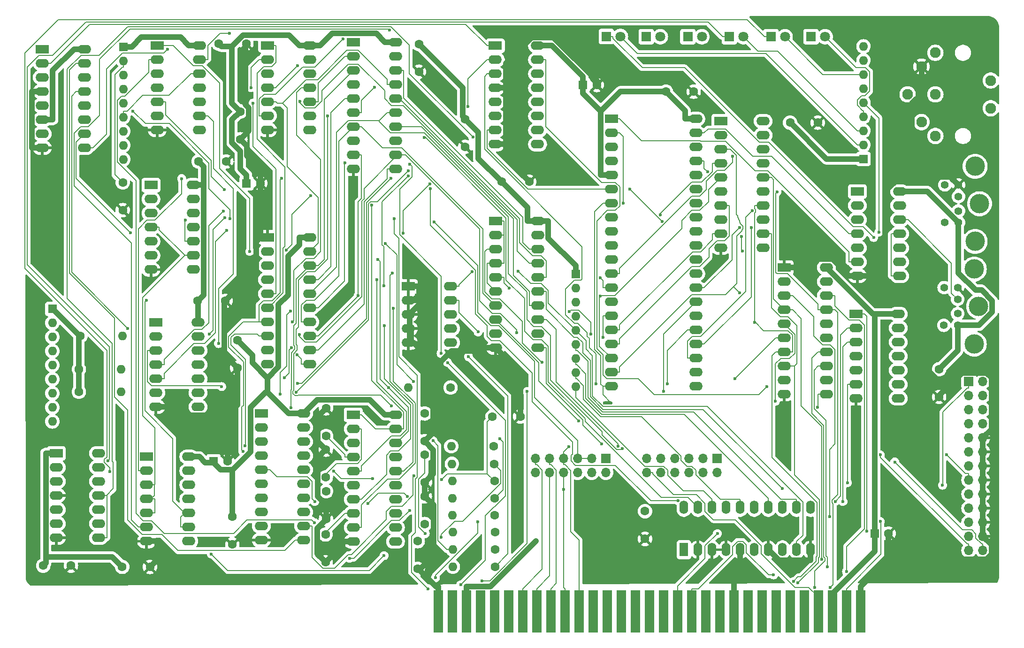
<source format=gbr>
%TF.GenerationSoftware,KiCad,Pcbnew,8.0.6*%
%TF.CreationDate,2025-07-20T09:00:00-05:00*%
%TF.ProjectId,MULTIIO,4d554c54-4949-44f2-9e6b-696361645f70,V1.1*%
%TF.SameCoordinates,Original*%
%TF.FileFunction,Copper,L2,Bot*%
%TF.FilePolarity,Positive*%
%FSLAX46Y46*%
G04 Gerber Fmt 4.6, Leading zero omitted, Abs format (unit mm)*
G04 Created by KiCad (PCBNEW 8.0.6) date 2025-07-20 09:00:00*
%MOMM*%
%LPD*%
G01*
G04 APERTURE LIST*
%TA.AperFunction,EtchedComponent*%
%ADD10C,0.000000*%
%TD*%
%TA.AperFunction,ComponentPad*%
%ADD11C,1.600000*%
%TD*%
%TA.AperFunction,ComponentPad*%
%ADD12R,1.700000X1.700000*%
%TD*%
%TA.AperFunction,ComponentPad*%
%ADD13O,1.700000X1.700000*%
%TD*%
%TA.AperFunction,ComponentPad*%
%ADD14R,1.600000X1.600000*%
%TD*%
%TA.AperFunction,ComponentPad*%
%ADD15O,1.600000X1.600000*%
%TD*%
%TA.AperFunction,ComponentPad*%
%ADD16R,1.800000X1.800000*%
%TD*%
%TA.AperFunction,ComponentPad*%
%ADD17C,1.800000*%
%TD*%
%TA.AperFunction,ComponentPad*%
%ADD18C,1.950000*%
%TD*%
%TA.AperFunction,ComponentPad*%
%ADD19R,2.400000X1.600000*%
%TD*%
%TA.AperFunction,ComponentPad*%
%ADD20O,2.400000X1.600000*%
%TD*%
%TA.AperFunction,ConnectorPad*%
%ADD21R,1.780000X7.620000*%
%TD*%
%TA.AperFunction,ComponentPad*%
%ADD22R,1.600000X2.400000*%
%TD*%
%TA.AperFunction,ComponentPad*%
%ADD23O,1.600000X2.400000*%
%TD*%
%TA.AperFunction,ComponentPad*%
%ADD24C,1.422400*%
%TD*%
%TA.AperFunction,ComponentPad*%
%ADD25C,3.497580*%
%TD*%
%TA.AperFunction,ComponentPad*%
%ADD26C,0.600000*%
%TD*%
%TA.AperFunction,ViaPad*%
%ADD27C,0.600000*%
%TD*%
%TA.AperFunction,Conductor*%
%ADD28C,0.200000*%
%TD*%
%TA.AperFunction,Conductor*%
%ADD29C,1.000000*%
%TD*%
G04 APERTURE END LIST*
D10*
%TA.AperFunction,EtchedComponent*%
%TO.C,NT1*%
G36*
X254508000Y-108808800D02*
G01*
X253308000Y-108808800D01*
X253308000Y-108208800D01*
X254508000Y-108208800D01*
X254508000Y-108808800D01*
G37*
%TD.AperFunction*%
%TD*%
D11*
%TO.P,C2,1*%
%TO.N,VCC*%
X180089800Y-64947800D03*
%TO.P,C2,2*%
%TO.N,GND*%
X185089800Y-64947800D03*
%TD*%
%TO.P,C28,1*%
%TO.N,/Printer/PD6*%
X233125000Y-110972600D03*
%TO.P,C28,2*%
%TO.N,GND*%
X238125000Y-110972600D03*
%TD*%
D12*
%TO.P,J5,1,Pin_1*%
%TO.N,INT_PAR*%
X273608800Y-118567200D03*
D13*
%TO.P,J5,2,Pin_2*%
X273608800Y-121107200D03*
%TO.P,J5,3,Pin_3*%
X271068800Y-118567200D03*
%TO.P,J5,4,Pin_4*%
X271068800Y-121107200D03*
%TO.P,J5,5,Pin_5*%
X268528800Y-118567200D03*
%TO.P,J5,6,Pin_6*%
X268528800Y-121107200D03*
%TO.P,J5,7,Pin_7*%
%TO.N,IRQ7*%
X265988800Y-118567200D03*
%TO.P,J5,8,Pin_8*%
%TO.N,IRQ6*%
X265988800Y-121107200D03*
%TO.P,J5,9,Pin_9*%
%TO.N,IRQ5*%
X263448800Y-118567200D03*
%TO.P,J5,10,Pin_10*%
%TO.N,IRQ4*%
X263448800Y-121107200D03*
%TO.P,J5,11,Pin_11*%
%TO.N,IRQ3*%
X260908800Y-118567200D03*
%TO.P,J5,12,Pin_12*%
%TO.N,IRQ2*%
X260908800Y-121107200D03*
%TD*%
D14*
%TO.P,RN2,1,common*%
%TO.N,VCC*%
X248158000Y-85267800D03*
D15*
%TO.P,RN2,2,R1*%
%TO.N,unconnected-(RN2-R1-Pad2)*%
X248158000Y-87807800D03*
%TO.P,RN2,3,R2*%
%TO.N,unconnected-(RN2-R2-Pad3)*%
X248158000Y-90347800D03*
%TO.P,RN2,4,R3*%
%TO.N,unconnected-(RN2-R3-Pad4)*%
X248158000Y-92887800D03*
%TO.P,RN2,5,R4*%
%TO.N,Net-(RN2-R4)*%
X248158000Y-95427800D03*
%TO.P,RN2,6,R5*%
%TO.N,Net-(RN2-R5)*%
X248158000Y-97967800D03*
%TO.P,RN2,7,R6*%
%TO.N,Net-(RN2-R6)*%
X248158000Y-100507800D03*
%TO.P,RN2,8,R7*%
%TO.N,Net-(RN2-R7)*%
X248158000Y-103047800D03*
%TO.P,RN2,9,R8*%
%TO.N,Net-(RN2-R8)*%
X248158000Y-105587800D03*
%TD*%
D11*
%TO.P,R8,1*%
%TO.N,/Printer/PD7*%
X233578400Y-134950200D03*
D15*
%TO.P,R8,2*%
%TO.N,Net-(U13-O7)*%
X225958400Y-134950200D03*
%TD*%
D16*
%TO.P,D6,1,K*%
%TO.N,Net-(D6-K)*%
X290601400Y-42443400D03*
D17*
%TO.P,D6,2,A*%
%TO.N,470C*%
X293141400Y-42443400D03*
%TD*%
D14*
%TO.P,C19,1*%
%TO.N,VCC*%
X249446600Y-51148600D03*
D11*
%TO.P,C19,2*%
%TO.N,GND*%
X251946600Y-51148600D03*
%TD*%
D16*
%TO.P,D3,1,K*%
%TO.N,Net-(D3-K)*%
X268362400Y-42443400D03*
D17*
%TO.P,D3,2,A*%
%TO.N,470H*%
X270902400Y-42443400D03*
%TD*%
D11*
%TO.P,C9,1*%
%TO.N,VCC*%
X219838400Y-43759400D03*
%TO.P,C9,2*%
%TO.N,GND*%
X219838400Y-48759400D03*
%TD*%
%TO.P,C6,1*%
%TO.N,VCC*%
X187629800Y-55934600D03*
%TO.P,C6,2*%
%TO.N,GND*%
X187629800Y-60934600D03*
%TD*%
%TO.P,R11,1*%
%TO.N,VCC*%
X158496000Y-106502200D03*
D15*
%TO.P,R11,2*%
%TO.N,Net-(J7-Pad3)*%
X166116000Y-106502200D03*
%TD*%
D11*
%TO.P,C25,1*%
%TO.N,/Printer/~{STROBE}*%
X166422200Y-68727600D03*
%TO.P,C25,2*%
%TO.N,GND*%
X166422200Y-73727600D03*
%TD*%
D18*
%TO.P,J7,1*%
%TO.N,unconnected-(J7-Pad1)*%
X313015900Y-45338100D03*
%TO.P,J7,2*%
%TO.N,GND*%
X310515900Y-47838100D03*
%TO.P,J7,3*%
%TO.N,Net-(J7-Pad3)*%
X313015900Y-52838100D03*
%TO.P,J7,4*%
%TO.N,SERCLKIN*%
X310515900Y-57838100D03*
%TO.P,J7,5*%
%TO.N,SERDATAIN*%
X313015900Y-60338100D03*
%TO.P,J7,6*%
%TO.N,N/C*%
X308015900Y-52838100D03*
%TO.P,J7,S1*%
X323015900Y-55338100D03*
%TO.P,J7,S2*%
X323015900Y-50338100D03*
%TD*%
D11*
%TO.P,C15,1*%
%TO.N,VCC*%
X264409200Y-52348000D03*
%TO.P,C15,2*%
%TO.N,GND*%
X269409200Y-52348000D03*
%TD*%
%TO.P,C14,1*%
%TO.N,VCC*%
X234742000Y-68604000D03*
%TO.P,C14,2*%
%TO.N,GND*%
X239742000Y-68604000D03*
%TD*%
%TO.P,C26,1*%
%TO.N,/Printer/PD4*%
X219633800Y-133455400D03*
%TO.P,C26,2*%
%TO.N,GND*%
X219633800Y-138455400D03*
%TD*%
D19*
%TO.P,U14,1,OE*%
%TO.N,GND*%
X192532000Y-78638400D03*
D20*
%TO.P,U14,2,O0*%
%TO.N,Net-(U14-O0)*%
X192532000Y-81178400D03*
%TO.P,U14,3,D0*%
%TO.N,B_D0*%
X192532000Y-83718400D03*
%TO.P,U14,4,D1*%
%TO.N,B_D1*%
X192532000Y-86258400D03*
%TO.P,U14,5,O1*%
%TO.N,Net-(U14-O1)*%
X192532000Y-88798400D03*
%TO.P,U14,6,O2*%
%TO.N,Net-(U14-O2)*%
X192532000Y-91338400D03*
%TO.P,U14,7,D2*%
%TO.N,B_D2*%
X192532000Y-93878400D03*
%TO.P,U14,8,D3*%
%TO.N,B_D3*%
X192532000Y-96418400D03*
%TO.P,U14,9,O3*%
%TO.N,Net-(U14-O3)*%
X192532000Y-98958400D03*
%TO.P,U14,10,GND*%
%TO.N,GND*%
X192532000Y-101498400D03*
%TO.P,U14,11,Cp*%
%TO.N,~{PAROUT2}*%
X200152000Y-101498400D03*
%TO.P,U14,12,O4*%
%TO.N,PARINT*%
X200152000Y-98958400D03*
%TO.P,U14,13,D4*%
%TO.N,B_D4*%
X200152000Y-96418400D03*
%TO.P,U14,14,D5*%
%TO.N,B_D5*%
X200152000Y-93878400D03*
%TO.P,U14,15,O5*%
%TO.N,/Printer/~{PDENBL}*%
X200152000Y-91338400D03*
%TO.P,U14,16,O6*%
%TO.N,/Printer/STATUS0*%
X200152000Y-88798400D03*
%TO.P,U14,17,D6*%
%TO.N,B_D6*%
X200152000Y-86258400D03*
%TO.P,U14,18,D7*%
%TO.N,B_D7*%
X200152000Y-83718400D03*
%TO.P,U14,19,O7*%
%TO.N,/Printer/STATUS1*%
X200152000Y-81178400D03*
%TO.P,U14,20,VCC*%
%TO.N,VCC*%
X200152000Y-78638400D03*
%TD*%
D11*
%TO.P,C16,1*%
%TO.N,VCC*%
X286812000Y-57936000D03*
%TO.P,C16,2*%
%TO.N,GND*%
X291812000Y-57936000D03*
%TD*%
%TO.P,R1,1*%
%TO.N,/Printer/PD0*%
X225552000Y-105740200D03*
D15*
%TO.P,R1,2*%
%TO.N,Net-(U13-O0)*%
X217932000Y-105740200D03*
%TD*%
D16*
%TO.P,D2,1,K*%
%TO.N,Net-(D2-K)*%
X260862400Y-42443400D03*
D17*
%TO.P,D2,2,A*%
%TO.N,470G*%
X263402400Y-42443400D03*
%TD*%
D11*
%TO.P,C4,1*%
%TO.N,VCC*%
X166323000Y-138099800D03*
%TO.P,C4,2*%
%TO.N,GND*%
X171323000Y-138099800D03*
%TD*%
%TO.P,C29,1*%
%TO.N,/Printer/PD7*%
X220929200Y-117859800D03*
%TO.P,C29,2*%
%TO.N,GND*%
X220929200Y-122859800D03*
%TD*%
D14*
%TO.P,RN3,1,common*%
%TO.N,VCC*%
X153720800Y-91541600D03*
D15*
%TO.P,RN3,2,R1*%
%TO.N,/Keyboard/MSECLK*%
X153720800Y-94081600D03*
%TO.P,RN3,3,R2*%
%TO.N,/Keyboard/KBDCLK*%
X153720800Y-96621600D03*
%TO.P,RN3,4,R3*%
%TO.N,/Keyboard/MSEDAT*%
X153720800Y-99161600D03*
%TO.P,RN3,5,R4*%
%TO.N,/Keyboard/KBDDAT*%
X153720800Y-101701600D03*
%TO.P,RN3,6,R5*%
%TO.N,/Keyboard/PROG*%
X153720800Y-104241600D03*
%TO.P,RN3,7,R6*%
%TO.N,unconnected-(RN3-R6-Pad7)*%
X153720800Y-106781600D03*
%TO.P,RN3,8,R7*%
%TO.N,unconnected-(RN3-R7-Pad8)*%
X153720800Y-109321600D03*
%TO.P,RN3,9,R8*%
%TO.N,unconnected-(RN3-R8-Pad9)*%
X153720800Y-111861600D03*
%TD*%
D16*
%TO.P,D1,1,K*%
%TO.N,Net-(D1-K)*%
X253669800Y-42392600D03*
D17*
%TO.P,D1,2,A*%
%TO.N,470A*%
X256209800Y-42392600D03*
%TD*%
D19*
%TO.P,U16,1,OEa*%
%TO.N,~{PARIN1}*%
X233680000Y-75692000D03*
D20*
%TO.P,U16,2,I0a*%
X233680000Y-78232000D03*
%TO.P,U16,3,O3b*%
%TO.N,B_D7*%
X233680000Y-80772000D03*
%TO.P,U16,4,I1a*%
%TO.N,~{PARIN1}*%
X233680000Y-83312000D03*
%TO.P,U16,5,O2b*%
%TO.N,B_D6*%
X233680000Y-85852000D03*
%TO.P,U16,6,I2a*%
%TO.N,~{PARIN1}*%
X233680000Y-88392000D03*
%TO.P,U16,7,O1b*%
%TO.N,B_D5*%
X233680000Y-90932000D03*
%TO.P,U16,8,I3a*%
%TO.N,/Printer/ERROR*%
X233680000Y-93472000D03*
%TO.P,U16,9,O0b*%
%TO.N,B_D4*%
X233680000Y-96012000D03*
%TO.P,U16,10,GND*%
%TO.N,GND*%
X233680000Y-98552000D03*
%TO.P,U16,11,I0b*%
%TO.N,/Printer/SELECT*%
X241300000Y-98552000D03*
%TO.P,U16,12,O3a*%
%TO.N,B_D3*%
X241300000Y-96012000D03*
%TO.P,U16,13,I1b*%
%TO.N,/Printer/PAPEROUT*%
X241300000Y-93472000D03*
%TO.P,U16,14,O2a*%
%TO.N,B_D2*%
X241300000Y-90932000D03*
%TO.P,U16,15,I2b*%
%TO.N,ACK*%
X241300000Y-88392000D03*
%TO.P,U16,16,O1a*%
%TO.N,B_D1*%
X241300000Y-85852000D03*
%TO.P,U16,17,I3b*%
%TO.N,/Printer/BUSY*%
X241300000Y-83312000D03*
%TO.P,U16,18,O0a*%
%TO.N,B_D0*%
X241300000Y-80772000D03*
%TO.P,U16,19,OEb*%
%TO.N,~{PARIN1}*%
X241300000Y-78232000D03*
%TO.P,U16,20,VCC*%
%TO.N,VCC*%
X241300000Y-75692000D03*
%TD*%
D11*
%TO.P,C27,1*%
%TO.N,/Printer/PD5*%
X220903800Y-130374400D03*
%TO.P,C27,2*%
%TO.N,GND*%
X220903800Y-125374400D03*
%TD*%
D12*
%TO.P,P1,1,Pin_1*%
%TO.N,/Printer/~{STROBE}*%
X319049400Y-104648000D03*
D13*
%TO.P,P1,2,Pin_2*%
%TO.N,/Printer/~{LINEFEED}*%
X321589400Y-104648000D03*
%TO.P,P1,3,Pin_3*%
%TO.N,/Printer/PD0*%
X319049400Y-107188000D03*
%TO.P,P1,4,Pin_4*%
%TO.N,/Printer/ERROR*%
X321589400Y-107188000D03*
%TO.P,P1,5,Pin_5*%
%TO.N,/Printer/PD1*%
X319049400Y-109728000D03*
%TO.P,P1,6,Pin_6*%
%TO.N,/Printer/P-RESET*%
X321589400Y-109728000D03*
%TO.P,P1,7,Pin_7*%
%TO.N,/Printer/PD2*%
X319049400Y-112268000D03*
%TO.P,P1,8,Pin_8*%
%TO.N,/Printer/~{SEL}*%
X321589400Y-112268000D03*
%TO.P,P1,9,Pin_9*%
%TO.N,/Printer/PD3*%
X319049400Y-114808000D03*
%TO.P,P1,10,Pin_10*%
%TO.N,GND*%
X321589400Y-114808000D03*
%TO.P,P1,11,Pin_11*%
%TO.N,/Printer/PD4*%
X319049400Y-117348000D03*
%TO.P,P1,12,Pin_12*%
%TO.N,GND*%
X321589400Y-117348000D03*
%TO.P,P1,13,Pin_13*%
%TO.N,/Printer/PD5*%
X319049400Y-119888000D03*
%TO.P,P1,14,Pin_14*%
%TO.N,GND*%
X321589400Y-119888000D03*
%TO.P,P1,15,Pin_15*%
%TO.N,/Printer/PD6*%
X319049400Y-122428000D03*
%TO.P,P1,16,Pin_16*%
%TO.N,GND*%
X321589400Y-122428000D03*
%TO.P,P1,17,Pin_17*%
%TO.N,/Printer/PD7*%
X319049400Y-124968000D03*
%TO.P,P1,18,Pin_18*%
%TO.N,GND*%
X321589400Y-124968000D03*
%TO.P,P1,19,Pin_19*%
%TO.N,ACK*%
X319049400Y-127508000D03*
%TO.P,P1,20,Pin_20*%
%TO.N,GND*%
X321589400Y-127508000D03*
%TO.P,P1,21,Pin_21*%
%TO.N,/Printer/~{BUSY}*%
X319049400Y-130048000D03*
%TO.P,P1,22,Pin_22*%
%TO.N,GND*%
X321589400Y-130048000D03*
%TO.P,P1,23,Pin_23*%
%TO.N,/Printer/PAPEROUT*%
X319049400Y-132588000D03*
%TO.P,P1,24,Pin_24*%
%TO.N,GND*%
X321589400Y-132588000D03*
%TO.P,P1,25,Pin_25*%
%TO.N,/Printer/SELECT*%
X319049400Y-135128000D03*
%TO.P,P1,26,Pin_26*%
%TO.N,/Printer/STATUS0*%
X321589400Y-135128000D03*
%TD*%
D19*
%TO.P,U19,1,OE*%
%TO.N,GND*%
X285750000Y-84074000D03*
D20*
%TO.P,U19,2,O0*%
%TO.N,SERATNOUT*%
X285750000Y-86614000D03*
%TO.P,U19,3,D0*%
%TO.N,B_D0*%
X285750000Y-89154000D03*
%TO.P,U19,4,D1*%
%TO.N,B_D1*%
X285750000Y-91694000D03*
%TO.P,U19,5,O1*%
%TO.N,SERCLKOUT*%
X285750000Y-94234000D03*
%TO.P,U19,6,O2*%
%TO.N,SERDATAOUT*%
X285750000Y-96774000D03*
%TO.P,U19,7,D2*%
%TO.N,B_D2*%
X285750000Y-99314000D03*
%TO.P,U19,8,D3*%
%TO.N,B_D3*%
X285750000Y-101854000D03*
%TO.P,U19,9,O3*%
%TO.N,unconnected-(U19-O3-Pad9)*%
X285750000Y-104394000D03*
%TO.P,U19,10,GND*%
%TO.N,GND*%
X285750000Y-106934000D03*
%TO.P,U19,11,Cp*%
%TO.N,Net-(U19-Cp)*%
X293370000Y-106934000D03*
%TO.P,U19,12,O4*%
%TO.N,unconnected-(U19-O4-Pad12)*%
X293370000Y-104394000D03*
%TO.P,U19,13,D4*%
%TO.N,B_D4*%
X293370000Y-101854000D03*
%TO.P,U19,14,D5*%
%TO.N,B_D5*%
X293370000Y-99314000D03*
%TO.P,U19,15,O5*%
%TO.N,unconnected-(U19-O5-Pad15)*%
X293370000Y-96774000D03*
%TO.P,U19,16,O6*%
%TO.N,unconnected-(U19-O6-Pad16)*%
X293370000Y-94234000D03*
%TO.P,U19,17,D6*%
%TO.N,B_D6*%
X293370000Y-91694000D03*
%TO.P,U19,18,D7*%
%TO.N,B_D7*%
X293370000Y-89154000D03*
%TO.P,U19,19,O7*%
%TO.N,unconnected-(U19-O7-Pad19)*%
X293370000Y-86614000D03*
%TO.P,U19,20,VCC*%
%TO.N,VCC*%
X293370000Y-84074000D03*
%TD*%
D14*
%TO.P,C17,1*%
%TO.N,VCC*%
X188736600Y-68884800D03*
D11*
%TO.P,C17,2*%
%TO.N,GND*%
X191236600Y-68884800D03*
%TD*%
D16*
%TO.P,D4,1,K*%
%TO.N,Net-(D4-K)*%
X275862400Y-42443400D03*
D17*
%TO.P,D4,2,A*%
%TO.N,470B*%
X278402400Y-42443400D03*
%TD*%
D19*
%TO.P,U20,1,OEa*%
%TO.N,Net-(U20-OEa)*%
X274320000Y-57658000D03*
D20*
%TO.P,U20,2,I0a*%
%TO.N,SERCLKIN*%
X274320000Y-60198000D03*
%TO.P,U20,3,O3b*%
%TO.N,B_D7*%
X274320000Y-62738000D03*
%TO.P,U20,4,I1a*%
%TO.N,SERDATAIN*%
X274320000Y-65278000D03*
%TO.P,U20,5,O2b*%
%TO.N,B_D6*%
X274320000Y-67818000D03*
%TO.P,U20,6,I2a*%
%TO.N,unconnected-(U20-I2a-Pad6)*%
X274320000Y-70358000D03*
%TO.P,U20,7,O1b*%
%TO.N,B_D5*%
X274320000Y-72898000D03*
%TO.P,U20,8,I3a*%
%TO.N,unconnected-(U20-I3a-Pad8)*%
X274320000Y-75438000D03*
%TO.P,U20,9,O0b*%
%TO.N,B_D4*%
X274320000Y-77978000D03*
%TO.P,U20,10,GND*%
%TO.N,GND*%
X274320000Y-80518000D03*
%TO.P,U20,11,I0b*%
%TO.N,unconnected-(U20-I0b-Pad11)*%
X281940000Y-80518000D03*
%TO.P,U20,12,O3a*%
%TO.N,B_D3*%
X281940000Y-77978000D03*
%TO.P,U20,13,I1b*%
%TO.N,unconnected-(U20-I1b-Pad13)*%
X281940000Y-75438000D03*
%TO.P,U20,14,O2a*%
%TO.N,B_D2*%
X281940000Y-72898000D03*
%TO.P,U20,15,I2b*%
%TO.N,unconnected-(U20-I2b-Pad15)*%
X281940000Y-70358000D03*
%TO.P,U20,16,O1a*%
%TO.N,B_D1*%
X281940000Y-67818000D03*
%TO.P,U20,17,I3b*%
%TO.N,unconnected-(U20-I3b-Pad17)*%
X281940000Y-65278000D03*
%TO.P,U20,18,O0a*%
%TO.N,B_D0*%
X281940000Y-62738000D03*
%TO.P,U20,19,OEb*%
%TO.N,Net-(U20-OEa)*%
X281940000Y-60198000D03*
%TO.P,U20,20,VCC*%
%TO.N,VCC*%
X281940000Y-57658000D03*
%TD*%
D19*
%TO.P,U6,1*%
%TO.N,Net-(U14-O2)*%
X192532000Y-43992800D03*
D20*
%TO.P,U6,2*%
%TO.N,Net-(U5-Pad11)*%
X192532000Y-46532800D03*
%TO.P,U6,3*%
%TO.N,/Printer/STATUS0*%
X192532000Y-49072800D03*
%TO.P,U6,4*%
%TO.N,Net-(D2-K)*%
X192532000Y-51612800D03*
%TO.P,U6,5*%
%TO.N,/Printer/STATUS1*%
X192532000Y-54152800D03*
%TO.P,U6,6*%
%TO.N,Net-(D3-K)*%
X192532000Y-56692800D03*
%TO.P,U6,7,GND*%
%TO.N,GND*%
X192532000Y-59232800D03*
%TO.P,U6,8*%
%TO.N,Net-(U17-I3a)*%
X200152000Y-59232800D03*
%TO.P,U6,9*%
%TO.N,/Printer/~{SEL}*%
X200152000Y-56692800D03*
%TO.P,U6,10*%
%TO.N,Net-(U17-I0a)*%
X200152000Y-54152800D03*
%TO.P,U6,11*%
%TO.N,/Printer/~{STROBE}*%
X200152000Y-51612800D03*
%TO.P,U6,12*%
%TO.N,Net-(U17-I1a)*%
X200152000Y-49072800D03*
%TO.P,U6,13*%
%TO.N,/Printer/~{LINEFEED}*%
X200152000Y-46532800D03*
%TO.P,U6,14,VCC*%
%TO.N,VCC*%
X200152000Y-43992800D03*
%TD*%
D21*
%TO.P,J1,1,GND*%
%TO.N,GND*%
X299534900Y-146144300D03*
%TO.P,J1,2,RESET*%
%TO.N,RESET*%
X296994900Y-146144300D03*
%TO.P,J1,3,VCC*%
%TO.N,VCC*%
X294454900Y-146144300D03*
%TO.P,J1,4,IRQ2*%
%TO.N,IRQ2*%
X291914900Y-146144300D03*
%TO.P,J1,5,-5V*%
%TO.N,unconnected-(J1--5V-Pad5)*%
X289374900Y-146144300D03*
%TO.P,J1,6,DRQ2*%
%TO.N,unconnected-(J1-DRQ2-Pad6)*%
X286834900Y-146144300D03*
%TO.P,J1,7,-12V*%
%TO.N,unconnected-(J1--12V-Pad7)*%
X284294900Y-146144300D03*
%TO.P,J1,8,UNUSED*%
%TO.N,unconnected-(J1-UNUSED-Pad8)*%
X281754900Y-146144300D03*
%TO.P,J1,9,+12V*%
%TO.N,unconnected-(J1-+12V-Pad9)*%
X279214900Y-146144300D03*
%TO.P,J1,10,GND*%
%TO.N,GND*%
X276674900Y-146144300D03*
%TO.P,J1,11,~{SMEMW}*%
%TO.N,B_SMEMW*%
X274134900Y-146144300D03*
%TO.P,J1,12,~{SMEMR}*%
%TO.N,B_SMEMR*%
X271594900Y-146144300D03*
%TO.P,J1,13,~{IOW}*%
%TO.N,B_IOW*%
X269054900Y-146144300D03*
%TO.P,J1,14,~{IOR}*%
%TO.N,B_IOR*%
X266514900Y-146144300D03*
%TO.P,J1,15,~{DACK3}*%
%TO.N,unconnected-(J1-~{DACK3}-Pad15)*%
X263974900Y-146144300D03*
%TO.P,J1,16,DRQ3*%
%TO.N,unconnected-(J1-DRQ3-Pad16)*%
X261434900Y-146144300D03*
%TO.P,J1,17,~{DACK1}*%
%TO.N,unconnected-(J1-~{DACK1}-Pad17)*%
X258894900Y-146144300D03*
%TO.P,J1,18,DRQ1*%
%TO.N,unconnected-(J1-DRQ1-Pad18)*%
X256354900Y-146144300D03*
%TO.P,J1,19,~{DACK0}*%
%TO.N,unconnected-(J1-~{DACK0}-Pad19)*%
X253814900Y-146144300D03*
%TO.P,J1,20,CLK*%
%TO.N,B_CLK*%
X251274900Y-146144300D03*
%TO.P,J1,21,IRQ7*%
%TO.N,IRQ7*%
X248734900Y-146144300D03*
%TO.P,J1,22,IRQ6*%
%TO.N,IRQ6*%
X246194900Y-146144300D03*
%TO.P,J1,23,IRQ5*%
%TO.N,IRQ5*%
X243654900Y-146144300D03*
%TO.P,J1,24,IRQ4*%
%TO.N,IRQ4*%
X241114900Y-146144300D03*
%TO.P,J1,25,IRQ3*%
%TO.N,IRQ3*%
X238574900Y-146144300D03*
%TO.P,J1,26,~{DACK2}*%
%TO.N,unconnected-(J1-~{DACK2}-Pad26)*%
X236034900Y-146144300D03*
%TO.P,J1,27,TC*%
%TO.N,TC*%
X233494900Y-146144300D03*
%TO.P,J1,28,ALE*%
%TO.N,BUSALE*%
X230954900Y-146144300D03*
%TO.P,J1,29,VCC*%
%TO.N,VCC*%
X228414900Y-146144300D03*
%TO.P,J1,30,OSC*%
%TO.N,BUSCLK*%
X225874900Y-146144300D03*
%TO.P,J1,31,GND*%
%TO.N,GND*%
X223334900Y-146144300D03*
%TD*%
D19*
%TO.P,U13,1,OE*%
%TO.N,/Printer/~{PDENBL}*%
X191414400Y-110413800D03*
D20*
%TO.P,U13,2,O0*%
%TO.N,Net-(U13-O0)*%
X191414400Y-112953800D03*
%TO.P,U13,3,D0*%
%TO.N,B_D0*%
X191414400Y-115493800D03*
%TO.P,U13,4,D1*%
%TO.N,B_D1*%
X191414400Y-118033800D03*
%TO.P,U13,5,O1*%
%TO.N,Net-(U13-O1)*%
X191414400Y-120573800D03*
%TO.P,U13,6,O2*%
%TO.N,Net-(U13-O2)*%
X191414400Y-123113800D03*
%TO.P,U13,7,D2*%
%TO.N,B_D2*%
X191414400Y-125653800D03*
%TO.P,U13,8,D3*%
%TO.N,B_D3*%
X191414400Y-128193800D03*
%TO.P,U13,9,O3*%
%TO.N,Net-(U13-O3)*%
X191414400Y-130733800D03*
%TO.P,U13,10,GND*%
%TO.N,GND*%
X191414400Y-133273800D03*
%TO.P,U13,11,Cp*%
%TO.N,~{PAROUT0}*%
X199034400Y-133273800D03*
%TO.P,U13,12,O4*%
%TO.N,Net-(U13-O4)*%
X199034400Y-130733800D03*
%TO.P,U13,13,D4*%
%TO.N,B_D4*%
X199034400Y-128193800D03*
%TO.P,U13,14,D5*%
%TO.N,B_D5*%
X199034400Y-125653800D03*
%TO.P,U13,15,O5*%
%TO.N,Net-(U13-O5)*%
X199034400Y-123113800D03*
%TO.P,U13,16,O6*%
%TO.N,Net-(U13-O6)*%
X199034400Y-120573800D03*
%TO.P,U13,17,D6*%
%TO.N,B_D6*%
X199034400Y-118033800D03*
%TO.P,U13,18,D7*%
%TO.N,B_D7*%
X199034400Y-115493800D03*
%TO.P,U13,19,O7*%
%TO.N,Net-(U13-O7)*%
X199034400Y-112953800D03*
%TO.P,U13,20,VCC*%
%TO.N,VCC*%
X199034400Y-110413800D03*
%TD*%
D19*
%TO.P,U10,1,Pin_1*%
%TO.N,VCC*%
X154432000Y-117602000D03*
D20*
%TO.P,U10,2,Pin_2*%
%TO.N,unconnected-(U10-Pin_2-Pad2)*%
X154432000Y-120142000D03*
%TO.P,U10,3,Pin_3*%
%TO.N,unconnected-(U10-Pin_3-Pad3)*%
X154432000Y-122682000D03*
%TO.P,U10,4,Pin_4*%
%TO.N,GND*%
X154432000Y-125222000D03*
%TO.P,U10,5,Pin_5*%
%TO.N,unconnected-(U10-Pin_5-Pad5)*%
X154432000Y-127762000D03*
%TO.P,U10,6,Pin_6*%
%TO.N,unconnected-(U10-Pin_6-Pad6)*%
X154432000Y-130302000D03*
%TO.P,U10,7,Pin_7*%
%TO.N,GND*%
X154432000Y-132842000D03*
%TO.P,U10,8,Pin_8*%
%TO.N,CLK*%
X162052000Y-132842000D03*
%TO.P,U10,9,Pin_9*%
%TO.N,unconnected-(U10-Pin_9-Pad9)*%
X162052000Y-130302000D03*
%TO.P,U10,10,Pin_10*%
%TO.N,unconnected-(U10-Pin_10-Pad10)*%
X162052000Y-127762000D03*
%TO.P,U10,11,Pin_11*%
%TO.N,CLK*%
X162052000Y-125222000D03*
%TO.P,U10,12,Pin_12*%
%TO.N,unconnected-(U10-Pin_12-Pad12)*%
X162052000Y-122682000D03*
%TO.P,U10,13,Pin_13*%
%TO.N,unconnected-(U10-Pin_13-Pad13)*%
X162052000Y-120142000D03*
%TO.P,U10,14,Pin_14*%
%TO.N,VCC*%
X162052000Y-117602000D03*
%TD*%
D11*
%TO.P,R9,1*%
%TO.N,/Printer/~{STROBE}*%
X233595200Y-138050400D03*
D15*
%TO.P,R9,2*%
%TO.N,Net-(R9-Pad2)*%
X225975200Y-138050400D03*
%TD*%
D19*
%TO.P,U8,1,A0*%
%TO.N,B_A1*%
X233629200Y-44069000D03*
D20*
%TO.P,U8,2,A1*%
%TO.N,B_A2*%
X233629200Y-46609000D03*
%TO.P,U8,3,A2*%
%TO.N,B_A3*%
X233629200Y-49149000D03*
%TO.P,U8,4,E1*%
%TO.N,GND*%
X233629200Y-51689000D03*
%TO.P,U8,5,E2*%
%TO.N,BoardSelect*%
X233629200Y-54229000D03*
%TO.P,U8,6,E3*%
%TO.N,B_A4*%
X233629200Y-56769000D03*
%TO.P,U8,7,O7*%
%TO.N,~{CS_KM}*%
X233629200Y-59309000D03*
%TO.P,U8,8,GND*%
%TO.N,GND*%
X233629200Y-61849000D03*
%TO.P,U8,9,O6*%
%TO.N,~{SELx1C}*%
X241249200Y-61849000D03*
%TO.P,U8,10,O5*%
%TO.N,~{SELx1A}*%
X241249200Y-59309000D03*
%TO.P,U8,11,O4*%
%TO.N,~{SELx18}*%
X241249200Y-56769000D03*
%TO.P,U8,12,O3*%
%TO.N,~{SELx16}*%
X241249200Y-54229000D03*
%TO.P,U8,13,O2*%
%TO.N,~{SELx14}*%
X241249200Y-51689000D03*
%TO.P,U8,14,O1*%
%TO.N,~{SELx12}*%
X241249200Y-49149000D03*
%TO.P,U8,15,O0*%
%TO.N,~{SELx10}*%
X241249200Y-46609000D03*
%TO.P,U8,16,VCC*%
%TO.N,VCC*%
X241249200Y-44069000D03*
%TD*%
D11*
%TO.P,C10,1*%
%TO.N,VCC*%
X313690000Y-102442000D03*
%TO.P,C10,2*%
%TO.N,GND*%
X313690000Y-107442000D03*
%TD*%
%TO.P,C7,1*%
%TO.N,VCC*%
X187071000Y-97209600D03*
%TO.P,C7,2*%
%TO.N,GND*%
X187071000Y-102209600D03*
%TD*%
D22*
%TO.P,U7,1,G*%
%TO.N,Net-(U7-G)*%
X267665200Y-135001000D03*
D23*
%TO.P,U7,2,P0*%
%TO.N,GND*%
X270205200Y-135001000D03*
%TO.P,U7,3,R0*%
X272745200Y-135001000D03*
%TO.P,U7,4,P1*%
X275285200Y-135001000D03*
%TO.P,U7,5,R1*%
X277825200Y-135001000D03*
%TO.P,U7,6,P2*%
X280365200Y-135001000D03*
%TO.P,U7,7,R2*%
X282905200Y-135001000D03*
%TO.P,U7,8,P3*%
%TO.N,B_A9*%
X285445200Y-135001000D03*
%TO.P,U7,9,R3*%
%TO.N,Net-(RN2-R4)*%
X287985200Y-135001000D03*
%TO.P,U7,10,GND*%
%TO.N,GND*%
X290525200Y-135001000D03*
%TO.P,U7,11,P4*%
%TO.N,B_A8*%
X290525200Y-127381000D03*
%TO.P,U7,12,R4*%
%TO.N,Net-(RN2-R5)*%
X287985200Y-127381000D03*
%TO.P,U7,13,P5*%
%TO.N,B_A7*%
X285445200Y-127381000D03*
%TO.P,U7,14,R5*%
%TO.N,Net-(RN2-R6)*%
X282905200Y-127381000D03*
%TO.P,U7,15,P6*%
%TO.N,B_A6*%
X280365200Y-127381000D03*
%TO.P,U7,16,R6*%
%TO.N,Net-(RN2-R7)*%
X277825200Y-127381000D03*
%TO.P,U7,17,P7*%
%TO.N,B_A5*%
X275285200Y-127381000D03*
%TO.P,U7,18,R7*%
%TO.N,Net-(RN2-R8)*%
X272745200Y-127381000D03*
%TO.P,U7,19,P=R*%
%TO.N,BoardSelect*%
X270205200Y-127381000D03*
%TO.P,U7,20,VCC*%
%TO.N,VCC*%
X267665200Y-127381000D03*
%TD*%
D11*
%TO.P,C1,1*%
%TO.N,VCC*%
X183722000Y-43688000D03*
%TO.P,C1,2*%
%TO.N,GND*%
X188722000Y-43688000D03*
%TD*%
%TO.P,C5,1*%
%TO.N,VCC*%
X152073600Y-137871200D03*
%TO.P,C5,2*%
%TO.N,GND*%
X157073600Y-137871200D03*
%TD*%
D14*
%TO.P,C18,1*%
%TO.N,VCC*%
X182792500Y-119049800D03*
D11*
%TO.P,C18,2*%
%TO.N,GND*%
X185292500Y-119049800D03*
%TD*%
D19*
%TO.P,U9,1,A0*%
%TO.N,B_A0*%
X151892000Y-44704000D03*
D20*
%TO.P,U9,2,A1*%
%TO.N,B_A1*%
X151892000Y-47244000D03*
%TO.P,U9,3,A2*%
%TO.N,B_IOW*%
X151892000Y-49784000D03*
%TO.P,U9,4,E1*%
%TO.N,GND*%
X151892000Y-52324000D03*
%TO.P,U9,5,E2*%
%TO.N,~{CS_PAR}*%
X151892000Y-54864000D03*
%TO.P,U9,6,E3*%
%TO.N,VCC*%
X151892000Y-57404000D03*
%TO.P,U9,7,O7*%
%TO.N,unconnected-(U9-O7-Pad7)*%
X151892000Y-59944000D03*
%TO.P,U9,8,GND*%
%TO.N,GND*%
X151892000Y-62484000D03*
%TO.P,U9,9,O6*%
%TO.N,~{PARIN2}*%
X159512000Y-62484000D03*
%TO.P,U9,10,O5*%
%TO.N,~{PARIN1}*%
X159512000Y-59944000D03*
%TO.P,U9,11,O4*%
%TO.N,~{PARIN0}*%
X159512000Y-57404000D03*
%TO.P,U9,12,O3*%
%TO.N,unconnected-(U9-O3-Pad12)*%
X159512000Y-54864000D03*
%TO.P,U9,13,O2*%
%TO.N,~{PAROUT2}*%
X159512000Y-52324000D03*
%TO.P,U9,14,O1*%
%TO.N,unconnected-(U9-O1-Pad14)*%
X159512000Y-49784000D03*
%TO.P,U9,15,O0*%
%TO.N,~{PAROUT0}*%
X159512000Y-47244000D03*
%TO.P,U9,16,VCC*%
%TO.N,VCC*%
X159512000Y-44704000D03*
%TD*%
D11*
%TO.P,R10,1*%
%TO.N,VCC*%
X158496000Y-102452200D03*
D15*
%TO.P,R10,2*%
%TO.N,SERCLKIN*%
X166116000Y-102452200D03*
%TD*%
D19*
%TO.P,U17,1,OEa*%
%TO.N,~{PARIN2}*%
X208000600Y-43434000D03*
D20*
%TO.P,U17,2,I0a*%
%TO.N,Net-(U17-I0a)*%
X208000600Y-45974000D03*
%TO.P,U17,3,O3b*%
%TO.N,B_D7*%
X208000600Y-48514000D03*
%TO.P,U17,4,I1a*%
%TO.N,Net-(U17-I1a)*%
X208000600Y-51054000D03*
%TO.P,U17,5,O2b*%
%TO.N,B_D6*%
X208000600Y-53594000D03*
%TO.P,U17,6,I2a*%
%TO.N,/Printer/P-RESET*%
X208000600Y-56134000D03*
%TO.P,U17,7,O1b*%
%TO.N,B_D5*%
X208000600Y-58674000D03*
%TO.P,U17,8,I3a*%
%TO.N,Net-(U17-I3a)*%
X208000600Y-61214000D03*
%TO.P,U17,9,O0b*%
%TO.N,B_D4*%
X208000600Y-63754000D03*
%TO.P,U17,10,GND*%
%TO.N,GND*%
X208000600Y-66294000D03*
%TO.P,U17,11,I0b*%
%TO.N,PARINT*%
X215620600Y-66294000D03*
%TO.P,U17,12,O3a*%
%TO.N,B_D3*%
X215620600Y-63754000D03*
%TO.P,U17,13,I1b*%
%TO.N,/Printer/~{PDENBL}*%
X215620600Y-61214000D03*
%TO.P,U17,14,O2a*%
%TO.N,B_D2*%
X215620600Y-58674000D03*
%TO.P,U17,15,I2b*%
%TO.N,/Printer/STATUS0*%
X215620600Y-56134000D03*
%TO.P,U17,16,O1a*%
%TO.N,B_D1*%
X215620600Y-53594000D03*
%TO.P,U17,17,I3b*%
%TO.N,/Printer/STATUS1*%
X215620600Y-51054000D03*
%TO.P,U17,18,O0a*%
%TO.N,B_D0*%
X215620600Y-48514000D03*
%TO.P,U17,19,OEb*%
%TO.N,~{PARIN2}*%
X215620600Y-45974000D03*
%TO.P,U17,20,VCC*%
%TO.N,VCC*%
X215620600Y-43434000D03*
%TD*%
D11*
%TO.P,R2,1*%
%TO.N,/Printer/PD2*%
X233299000Y-116332000D03*
D15*
%TO.P,R2,2*%
%TO.N,Net-(U13-O2)*%
X225679000Y-116332000D03*
%TD*%
D24*
%TO.P,J4,1*%
%TO.N,/Keyboard/KBDDAT*%
X317042820Y-89809360D03*
%TO.P,J4,2*%
%TO.N,unconnected-(J4-Pad2)*%
X317042820Y-92405240D03*
%TO.P,J4,3*%
%TO.N,GND*%
X317042820Y-87708780D03*
%TO.P,J4,4*%
%TO.N,VCC*%
X317042820Y-94505820D03*
%TO.P,J4,5*%
%TO.N,/Keyboard/KBDCLK*%
X314594260Y-87708780D03*
%TO.P,J4,6*%
%TO.N,unconnected-(J4-Pad6)*%
X314543460Y-94505820D03*
D25*
%TO.P,J4,SH1*%
%TO.N,N/C*%
X320042560Y-97906880D03*
%TO.P,J4,SH2*%
X320840120Y-91107300D03*
%TO.P,J4,SH3*%
X320042560Y-84358520D03*
%TD*%
D14*
%TO.P,RN1,1,common*%
%TO.N,VCC*%
X300050200Y-64490600D03*
D15*
%TO.P,RN1,2,R1*%
%TO.N,470A*%
X300050200Y-61950600D03*
%TO.P,RN1,3,R2*%
%TO.N,470B*%
X300050200Y-59410600D03*
%TO.P,RN1,4,R3*%
%TO.N,470C*%
X300050200Y-56870600D03*
%TO.P,RN1,5,R4*%
%TO.N,470D*%
X300050200Y-54330600D03*
%TO.P,RN1,6,R5*%
%TO.N,470E*%
X300050200Y-51790600D03*
%TO.P,RN1,7,R6*%
%TO.N,470F*%
X300050200Y-49250600D03*
%TO.P,RN1,8,R7*%
%TO.N,470G*%
X300050200Y-46710600D03*
%TO.P,RN1,9,R8*%
%TO.N,470H*%
X300050200Y-44170600D03*
%TD*%
D11*
%TO.P,C23,1*%
%TO.N,/Printer/PD2*%
X203098400Y-124438400D03*
%TO.P,C23,2*%
%TO.N,GND*%
X203098400Y-129438400D03*
%TD*%
%TO.P,C21,1*%
%TO.N,/Printer/PD0*%
X203047600Y-121941600D03*
%TO.P,C21,2*%
%TO.N,GND*%
X203047600Y-116941600D03*
%TD*%
D19*
%TO.P,U5,1*%
%TO.N,Net-(U14-O0)*%
X172618400Y-43992800D03*
D20*
%TO.P,U5,2*%
%TO.N,Net-(R9-Pad2)*%
X172618400Y-46532800D03*
%TO.P,U5,3*%
%TO.N,Net-(U14-O1)*%
X172618400Y-49072800D03*
%TO.P,U5,4*%
%TO.N,/Printer/~{LINEFEED}*%
X172618400Y-51612800D03*
%TO.P,U5,5*%
%TO.N,RESET*%
X172618400Y-54152800D03*
%TO.P,U5,6*%
%TO.N,~{RESET}*%
X172618400Y-56692800D03*
%TO.P,U5,7,GND*%
%TO.N,GND*%
X172618400Y-59232800D03*
%TO.P,U5,8*%
%TO.N,/Printer/~{SEL}*%
X180238400Y-59232800D03*
%TO.P,U5,9*%
%TO.N,Net-(U14-O3)*%
X180238400Y-56692800D03*
%TO.P,U5,10*%
%TO.N,/Printer/P-RESET*%
X180238400Y-54152800D03*
%TO.P,U5,11*%
%TO.N,Net-(U5-Pad11)*%
X180238400Y-51612800D03*
%TO.P,U5,12*%
%TO.N,/Printer/BUSY*%
X180238400Y-49072800D03*
%TO.P,U5,13*%
%TO.N,/Printer/~{BUSY}*%
X180238400Y-46532800D03*
%TO.P,U5,14,VCC*%
%TO.N,VCC*%
X180238400Y-43992800D03*
%TD*%
D19*
%TO.P,U15,1,OEa*%
%TO.N,~{PARIN0}*%
X208000600Y-110667800D03*
D20*
%TO.P,U15,2,I0a*%
%TO.N,/Printer/PD0*%
X208000600Y-113207800D03*
%TO.P,U15,3,O3b*%
%TO.N,B_D7*%
X208000600Y-115747800D03*
%TO.P,U15,4,I1a*%
%TO.N,/Printer/PD1*%
X208000600Y-118287800D03*
%TO.P,U15,5,O2b*%
%TO.N,B_D6*%
X208000600Y-120827800D03*
%TO.P,U15,6,I2a*%
%TO.N,/Printer/PD2*%
X208000600Y-123367800D03*
%TO.P,U15,7,O1b*%
%TO.N,B_D5*%
X208000600Y-125907800D03*
%TO.P,U15,8,I3a*%
%TO.N,/Printer/PD3*%
X208000600Y-128447800D03*
%TO.P,U15,9,O0b*%
%TO.N,B_D4*%
X208000600Y-130987800D03*
%TO.P,U15,10,GND*%
%TO.N,GND*%
X208000600Y-133527800D03*
%TO.P,U15,11,I0b*%
%TO.N,/Printer/PD4*%
X215620600Y-133527800D03*
%TO.P,U15,12,O3a*%
%TO.N,B_D3*%
X215620600Y-130987800D03*
%TO.P,U15,13,I1b*%
%TO.N,/Printer/PD5*%
X215620600Y-128447800D03*
%TO.P,U15,14,O2a*%
%TO.N,B_D2*%
X215620600Y-125907800D03*
%TO.P,U15,15,I2b*%
%TO.N,/Printer/PD6*%
X215620600Y-123367800D03*
%TO.P,U15,16,O1a*%
%TO.N,B_D1*%
X215620600Y-120827800D03*
%TO.P,U15,17,I3b*%
%TO.N,/Printer/PD7*%
X215620600Y-118287800D03*
%TO.P,U15,18,O0a*%
%TO.N,B_D0*%
X215620600Y-115747800D03*
%TO.P,U15,19,OEb*%
%TO.N,~{PARIN0}*%
X215620600Y-113207800D03*
%TO.P,U15,20,VCC*%
%TO.N,VCC*%
X215620600Y-110667800D03*
%TD*%
D11*
%TO.P,R4,1*%
%TO.N,/Printer/PD6*%
X233468200Y-122581800D03*
D15*
%TO.P,R4,2*%
%TO.N,Net-(U13-O6)*%
X225848200Y-122581800D03*
%TD*%
D11*
%TO.P,C22,1*%
%TO.N,/Printer/PD1*%
X203097000Y-114482600D03*
%TO.P,C22,2*%
%TO.N,GND*%
X203097000Y-109482600D03*
%TD*%
D19*
%TO.P,U1,1*%
%TO.N,B_IOW*%
X298704000Y-92456000D03*
D20*
%TO.P,U1,2*%
%TO.N,B_IOR*%
X298704000Y-94996000D03*
%TO.P,U1,3*%
%TO.N,Net-(U7-G)*%
X298704000Y-97536000D03*
%TO.P,U1,4*%
%TO.N,~{SELx10}*%
X298704000Y-100076000D03*
%TO.P,U1,5*%
%TO.N,~{SELx12}*%
X298704000Y-102616000D03*
%TO.P,U1,6*%
%TO.N,~{CS_PAR}*%
X298704000Y-105156000D03*
%TO.P,U1,7,GND*%
%TO.N,GND*%
X298704000Y-107696000D03*
%TO.P,U1,8*%
%TO.N,unconnected-(U1-Pad8)*%
X306324000Y-107696000D03*
%TO.P,U1,9*%
%TO.N,unconnected-(U1-Pad9)*%
X306324000Y-105156000D03*
%TO.P,U1,10*%
%TO.N,unconnected-(U1-Pad10)*%
X306324000Y-102616000D03*
%TO.P,U1,11*%
%TO.N,unconnected-(U1-Pad11)*%
X306324000Y-100076000D03*
%TO.P,U1,12*%
%TO.N,unconnected-(U1-Pad12)*%
X306324000Y-97536000D03*
%TO.P,U1,13*%
%TO.N,unconnected-(U1-Pad13)*%
X306324000Y-94996000D03*
%TO.P,U1,14,VCC*%
%TO.N,VCC*%
X306324000Y-92456000D03*
%TD*%
D12*
%TO.P,J2,1,Pin_1*%
%TO.N,INT_KM*%
X253568200Y-118516400D03*
D13*
%TO.P,J2,2,Pin_2*%
X253568200Y-121056400D03*
%TO.P,J2,3,Pin_3*%
X251028200Y-118516400D03*
%TO.P,J2,4,Pin_4*%
X251028200Y-121056400D03*
%TO.P,J2,5,Pin_5*%
X248488200Y-118516400D03*
%TO.P,J2,6,Pin_6*%
X248488200Y-121056400D03*
%TO.P,J2,7,Pin_7*%
%TO.N,IRQ7*%
X245948200Y-118516400D03*
%TO.P,J2,8,Pin_8*%
%TO.N,IRQ6*%
X245948200Y-121056400D03*
%TO.P,J2,9,Pin_9*%
%TO.N,IRQ5*%
X243408200Y-118516400D03*
%TO.P,J2,10,Pin_10*%
%TO.N,IRQ4*%
X243408200Y-121056400D03*
%TO.P,J2,11,Pin_11*%
%TO.N,IRQ3*%
X240868200Y-118516400D03*
%TO.P,J2,12,Pin_12*%
%TO.N,IRQ2*%
X240868200Y-121056400D03*
%TD*%
D14*
%TO.P,C20,1*%
%TO.N,VCC*%
X302071400Y-132080000D03*
D11*
%TO.P,C20,2*%
%TO.N,GND*%
X304571400Y-132080000D03*
%TD*%
%TO.P,C24,1*%
%TO.N,/Printer/PD3*%
X202998200Y-132253000D03*
%TO.P,C24,2*%
%TO.N,GND*%
X202998200Y-137253000D03*
%TD*%
%TO.P,C13,1*%
%TO.N,VCC*%
X228193600Y-57306200D03*
%TO.P,C13,2*%
%TO.N,GND*%
X228193600Y-62306200D03*
%TD*%
D14*
%TO.P,RN4,1,common*%
%TO.N,VCC*%
X166521400Y-44244000D03*
D15*
%TO.P,RN4,2,R1*%
%TO.N,/Printer/~{STROBE}*%
X166521400Y-46784000D03*
%TO.P,RN4,3,R2*%
%TO.N,/Printer/~{LINEFEED}*%
X166521400Y-49324000D03*
%TO.P,RN4,4,R3*%
%TO.N,/Printer/P-RESET*%
X166521400Y-51864000D03*
%TO.P,RN4,5,R4*%
%TO.N,/Printer/~{SEL}*%
X166521400Y-54404000D03*
%TO.P,RN4,6,R5*%
%TO.N,/Printer/BUSY*%
X166521400Y-56944000D03*
%TO.P,RN4,7,R6*%
%TO.N,~{RESET}*%
X166521400Y-59484000D03*
%TO.P,RN4,8,R7*%
%TO.N,unconnected-(RN4-R7-Pad8)*%
X166521400Y-62024000D03*
%TO.P,RN4,9,R8*%
%TO.N,unconnected-(RN4-R8-Pad9)*%
X166521400Y-64564000D03*
%TD*%
D19*
%TO.P,U4,1*%
%TO.N,unconnected-(U4-Pad1)*%
X171500800Y-69215000D03*
D20*
%TO.P,U4,2*%
%TO.N,unconnected-(U4-Pad2)*%
X171500800Y-71755000D03*
%TO.P,U4,3*%
%TO.N,unconnected-(U4-Pad3)*%
X171500800Y-74295000D03*
%TO.P,U4,4*%
%TO.N,CS_VIA1*%
X171500800Y-76835000D03*
%TO.P,U4,5*%
%TO.N,B_IOW*%
X171500800Y-79375000D03*
%TO.P,U4,6*%
%TO.N,Net-(U19-Cp)*%
X171500800Y-81915000D03*
%TO.P,U4,7,GND*%
%TO.N,GND*%
X171500800Y-84455000D03*
%TO.P,U4,8*%
%TO.N,Net-(U20-OEa)*%
X179120800Y-84455000D03*
%TO.P,U4,9*%
%TO.N,CS_VIA1*%
X179120800Y-81915000D03*
%TO.P,U4,10*%
%TO.N,B_IOR*%
X179120800Y-79375000D03*
%TO.P,U4,11*%
%TO.N,INT_KM*%
X179120800Y-76835000D03*
%TO.P,U4,12*%
%TO.N,Net-(U11-P24{slash}OB)*%
X179120800Y-74295000D03*
%TO.P,U4,13*%
%TO.N,Net-(U11-P25{slash}BF)*%
X179120800Y-71755000D03*
%TO.P,U4,14,VCC*%
%TO.N,VCC*%
X179120800Y-69215000D03*
%TD*%
D19*
%TO.P,U11,1,T0*%
%TO.N,/Keyboard/KBDCLK*%
X254558800Y-57277000D03*
D20*
%TO.P,U11,2,X1*%
%TO.N,Net-(U11-EA)*%
X254558800Y-59817000D03*
%TO.P,U11,3,X2*%
%TO.N,CLK*%
X254558800Y-62357000D03*
%TO.P,U11,4,RESET*%
%TO.N,~{RESET}*%
X254558800Y-64897000D03*
%TO.P,U11,5,SS*%
%TO.N,VCC*%
X254558800Y-67437000D03*
%TO.P,U11,6,CS*%
%TO.N,~{CS_KM}*%
X254558800Y-69977000D03*
%TO.P,U11,7,EA*%
%TO.N,Net-(U11-EA)*%
X254558800Y-72517000D03*
%TO.P,U11,8,RD*%
%TO.N,B_IOR*%
X254558800Y-75057000D03*
%TO.P,U11,9,A0*%
%TO.N,B_A0*%
X254558800Y-77597000D03*
%TO.P,U11,10,WR*%
%TO.N,B_IOW*%
X254558800Y-80137000D03*
%TO.P,U11,11,SYNC*%
%TO.N,unconnected-(U11-SYNC-Pad11)*%
X254558800Y-82677000D03*
%TO.P,U11,12,D0*%
%TO.N,B_D0*%
X254558800Y-85217000D03*
%TO.P,U11,13,D1*%
%TO.N,B_D1*%
X254558800Y-87757000D03*
%TO.P,U11,14,D2*%
%TO.N,B_D2*%
X254558800Y-90297000D03*
%TO.P,U11,15,D3*%
%TO.N,B_D3*%
X254558800Y-92837000D03*
%TO.P,U11,16,D4*%
%TO.N,B_D4*%
X254558800Y-95377000D03*
%TO.P,U11,17,D5*%
%TO.N,B_D5*%
X254558800Y-97917000D03*
%TO.P,U11,18,D6*%
%TO.N,B_D6*%
X254558800Y-100457000D03*
%TO.P,U11,19,D7*%
%TO.N,B_D7*%
X254558800Y-102997000D03*
%TO.P,U11,20,VSS*%
%TO.N,Net-(U11-EA)*%
X254558800Y-105537000D03*
%TO.P,U11,21,P20*%
%TO.N,/Keyboard/P20*%
X269798800Y-105537000D03*
%TO.P,U11,22,P21*%
%TO.N,/Keyboard/P21*%
X269798800Y-102997000D03*
%TO.P,U11,23,P22*%
%TO.N,Net-(U11-P22)*%
X269798800Y-100457000D03*
%TO.P,U11,24,P23*%
%TO.N,Net-(U11-P23)*%
X269798800Y-97917000D03*
%TO.P,U11,25,PROG*%
%TO.N,/Keyboard/PROG*%
X269798800Y-95377000D03*
%TO.P,U11,26,SSPP*%
%TO.N,unconnected-(U11-SSPP-Pad26)*%
X269798800Y-92837000D03*
%TO.P,U11,27,P10*%
%TO.N,/Keyboard/KBDDAT*%
X269798800Y-90297000D03*
%TO.P,U11,28,P11*%
%TO.N,/Keyboard/MSEDAT*%
X269798800Y-87757000D03*
%TO.P,U11,29,P12*%
%TO.N,/Keyboard/P12*%
X269798800Y-85217000D03*
%TO.P,U11,30,P13*%
%TO.N,/Keyboard/P13*%
X269798800Y-82677000D03*
%TO.P,U11,31,P14*%
%TO.N,/Keyboard/P14*%
X269798800Y-80137000D03*
%TO.P,U11,32,P15*%
%TO.N,/Keyboard/P15*%
X269798800Y-77597000D03*
%TO.P,U11,33,P16*%
%TO.N,/Keyboard/P16*%
X269798800Y-75057000D03*
%TO.P,U11,34,P17*%
%TO.N,/Keyboard/P17*%
X269798800Y-72517000D03*
%TO.P,U11,35,P24/OB*%
%TO.N,Net-(U11-P24{slash}OB)*%
X269798800Y-69977000D03*
%TO.P,U11,36,P25/BF*%
%TO.N,Net-(U11-P25{slash}BF)*%
X269798800Y-67437000D03*
%TO.P,U11,37,P26/DRQ*%
%TO.N,Net-(U11-P26{slash}DRQ)*%
X269798800Y-64897000D03*
%TO.P,U11,38,P27/DAK*%
%TO.N,Net-(U11-P27{slash}DAK)*%
X269798800Y-62357000D03*
%TO.P,U11,39,T1*%
%TO.N,/Keyboard/MSECLK*%
X269798800Y-59817000D03*
%TO.P,U11,40,VCC*%
%TO.N,VCC*%
X269798800Y-57277000D03*
%TD*%
D26*
%TO.P,NT1,1,1*%
%TO.N,GND*%
X253308000Y-108508800D03*
%TO.P,NT1,2,2*%
%TO.N,Net-(U11-EA)*%
X254508000Y-108508800D03*
%TD*%
D11*
%TO.P,R7,1*%
%TO.N,/Printer/PD5*%
X233578400Y-131851400D03*
D15*
%TO.P,R7,2*%
%TO.N,Net-(U13-O5)*%
X225958400Y-131851400D03*
%TD*%
D24*
%TO.P,J3,1*%
%TO.N,/Keyboard/MSEDAT*%
X317192620Y-71277460D03*
%TO.P,J3,2*%
%TO.N,unconnected-(J3-Pad2)*%
X317192620Y-73873340D03*
%TO.P,J3,3*%
%TO.N,GND*%
X317192620Y-69176880D03*
%TO.P,J3,4*%
%TO.N,VCC*%
X317192620Y-75973920D03*
%TO.P,J3,5*%
%TO.N,/Keyboard/MSECLK*%
X314744060Y-69176880D03*
%TO.P,J3,6*%
%TO.N,unconnected-(J3-Pad6)*%
X314693260Y-75973920D03*
D25*
%TO.P,J3,SH1*%
%TO.N,N/C*%
X320192360Y-79374980D03*
%TO.P,J3,SH2*%
X320989920Y-72575400D03*
%TO.P,J3,SH3*%
X320192360Y-65826620D03*
%TD*%
D11*
%TO.P,C3,1*%
%TO.N,VCC*%
X179937400Y-90093800D03*
%TO.P,C3,2*%
%TO.N,GND*%
X184937400Y-90093800D03*
%TD*%
%TO.P,R5,1*%
%TO.N,/Printer/PD1*%
X233468200Y-125731400D03*
D15*
%TO.P,R5,2*%
%TO.N,Net-(U13-O1)*%
X225848200Y-125731400D03*
%TD*%
D11*
%TO.P,R12,1*%
%TO.N,VCC*%
X158775400Y-96429800D03*
D15*
%TO.P,R12,2*%
%TO.N,SERDATAIN*%
X166395400Y-96429800D03*
%TD*%
D19*
%TO.P,U2,1*%
%TO.N,B_A4*%
X170713400Y-118237000D03*
D20*
%TO.P,U2,2*%
%TO.N,BoardSelect*%
X170713400Y-120777000D03*
%TO.P,U2,3*%
%TO.N,CS_VIA1*%
X170713400Y-123317000D03*
%TO.P,U2,4*%
X170713400Y-125857000D03*
%TO.P,U2,5*%
X170713400Y-128397000D03*
%TO.P,U2,6*%
%TO.N,Net-(D6-K)*%
X170713400Y-130937000D03*
%TO.P,U2,7,GND*%
%TO.N,GND*%
X170713400Y-133477000D03*
%TO.P,U2,8*%
%TO.N,Net-(D4-K)*%
X178333400Y-133477000D03*
%TO.P,U2,9*%
%TO.N,~{CS_PAR}*%
X178333400Y-130937000D03*
%TO.P,U2,10*%
X178333400Y-128397000D03*
%TO.P,U2,11*%
%TO.N,Net-(D5-K)*%
X178333400Y-125857000D03*
%TO.P,U2,12*%
%TO.N,INT_PAR*%
X178333400Y-123317000D03*
%TO.P,U2,13*%
X178333400Y-120777000D03*
%TO.P,U2,14,VCC*%
%TO.N,VCC*%
X178333400Y-118237000D03*
%TD*%
D11*
%TO.P,C12,1*%
%TO.N,VCC*%
X260629400Y-128045200D03*
%TO.P,C12,2*%
%TO.N,GND*%
X260629400Y-133045200D03*
%TD*%
%TO.P,C11,1*%
%TO.N,VCC*%
X220878400Y-110417600D03*
%TO.P,C11,2*%
%TO.N,GND*%
X220878400Y-115417600D03*
%TD*%
D19*
%TO.P,U3,1*%
%TO.N,SERDATAOUT*%
X172374400Y-93975000D03*
D20*
%TO.P,U3,2*%
%TO.N,SERDATAIN*%
X172374400Y-96515000D03*
%TO.P,U3,3*%
%TO.N,SERCLKOUT*%
X172374400Y-99055000D03*
%TO.P,U3,4*%
%TO.N,SERCLKIN*%
X172374400Y-101595000D03*
%TO.P,U3,5*%
%TO.N,SERATNOUT*%
X172374400Y-104135000D03*
%TO.P,U3,6*%
%TO.N,Net-(J7-Pad3)*%
X172374400Y-106675000D03*
%TO.P,U3,7,GND*%
%TO.N,GND*%
X172374400Y-109215000D03*
%TO.P,U3,8*%
%TO.N,unconnected-(U3-Pad8)*%
X179994400Y-109215000D03*
%TO.P,U3,9*%
%TO.N,unconnected-(U3-Pad9)*%
X179994400Y-106675000D03*
%TO.P,U3,10*%
%TO.N,unconnected-(U3-Pad10)*%
X179994400Y-104135000D03*
%TO.P,U3,11*%
%TO.N,unconnected-(U3-Pad11)*%
X179994400Y-101595000D03*
%TO.P,U3,12*%
%TO.N,unconnected-(U3-Pad12)*%
X179994400Y-99055000D03*
%TO.P,U3,13*%
%TO.N,unconnected-(U3-Pad13)*%
X179994400Y-96515000D03*
%TO.P,U3,14,VCC*%
%TO.N,VCC*%
X179994400Y-93975000D03*
%TD*%
D11*
%TO.P,C8,1*%
%TO.N,VCC*%
X186182000Y-129061200D03*
%TO.P,C8,2*%
%TO.N,GND*%
X186182000Y-134061200D03*
%TD*%
D16*
%TO.P,D5,1,K*%
%TO.N,Net-(D5-K)*%
X283362400Y-42443400D03*
D17*
%TO.P,D5,2,A*%
%TO.N,470F*%
X285902400Y-42443400D03*
%TD*%
D11*
%TO.P,R3,1*%
%TO.N,/Printer/PD4*%
X233417400Y-119508400D03*
D15*
%TO.P,R3,2*%
%TO.N,Net-(U13-O4)*%
X225797400Y-119508400D03*
%TD*%
D19*
%TO.P,U12,1*%
%TO.N,Net-(U11-P22)*%
X298958000Y-70358000D03*
D20*
%TO.P,U12,2*%
%TO.N,/Keyboard/MSEDAT*%
X298958000Y-72898000D03*
%TO.P,U12,3*%
%TO.N,Net-(U11-P23)*%
X298958000Y-75438000D03*
%TO.P,U12,4*%
%TO.N,/Keyboard/MSECLK*%
X298958000Y-77978000D03*
%TO.P,U12,5*%
%TO.N,Net-(U11-P26{slash}DRQ)*%
X298958000Y-80518000D03*
%TO.P,U12,6*%
%TO.N,/Keyboard/KBDCLK*%
X298958000Y-83058000D03*
%TO.P,U12,7,GND*%
%TO.N,GND*%
X298958000Y-85598000D03*
%TO.P,U12,8*%
%TO.N,470D*%
X306578000Y-85598000D03*
%TO.P,U12,9*%
%TO.N,~{CS_KM}*%
X306578000Y-83058000D03*
%TO.P,U12,10*%
%TO.N,Net-(D1-K)*%
X306578000Y-80518000D03*
%TO.P,U12,11*%
%TO.N,470D*%
X306578000Y-77978000D03*
%TO.P,U12,12*%
%TO.N,/Keyboard/KBDDAT*%
X306578000Y-75438000D03*
%TO.P,U12,13*%
%TO.N,Net-(U11-P27{slash}DAK)*%
X306578000Y-72898000D03*
%TO.P,U12,14,VCC*%
%TO.N,VCC*%
X306578000Y-70358000D03*
%TD*%
D19*
%TO.P,SW1,1*%
%TO.N,GND*%
X217942000Y-87493500D03*
D20*
%TO.P,SW1,2*%
X217942000Y-90033500D03*
%TO.P,SW1,3*%
X217942000Y-92573500D03*
%TO.P,SW1,4*%
X217942000Y-95113500D03*
%TO.P,SW1,5*%
X217942000Y-97653500D03*
%TO.P,SW1,6*%
%TO.N,Net-(RN2-R8)*%
X225562000Y-97653500D03*
%TO.P,SW1,7*%
%TO.N,Net-(RN2-R7)*%
X225562000Y-95113500D03*
%TO.P,SW1,8*%
%TO.N,Net-(RN2-R6)*%
X225562000Y-92573500D03*
%TO.P,SW1,9*%
%TO.N,Net-(RN2-R5)*%
X225562000Y-90033500D03*
%TO.P,SW1,10*%
%TO.N,Net-(RN2-R4)*%
X225562000Y-87493500D03*
%TD*%
D11*
%TO.P,R6,1*%
%TO.N,/Printer/PD3*%
X233544400Y-128754000D03*
D15*
%TO.P,R6,2*%
%TO.N,Net-(U13-O3)*%
X225924400Y-128754000D03*
%TD*%
D27*
%TO.N,/Printer/~{PDENBL}*%
X206506500Y-65165500D03*
X196702500Y-91934600D03*
X194832800Y-106914500D03*
%TO.N,Net-(U11-P26{slash}DRQ)*%
X271910700Y-66814500D03*
%TO.N,Net-(U11-P22)*%
X279982800Y-73864700D03*
%TO.N,Net-(U11-P23)*%
X279816500Y-76877800D03*
%TO.N,CLK*%
X229578400Y-60573000D03*
%TO.N,~{PARIN2}*%
X174517800Y-44712700D03*
%TO.N,~{PAROUT2}*%
X167340800Y-95061100D03*
X197884500Y-99828900D03*
%TO.N,~{PARIN1}*%
X167835800Y-77803800D03*
%TO.N,~{PARIN0}*%
X211363700Y-72837700D03*
%TO.N,Net-(U14-O1)*%
X189936800Y-54422300D03*
%TO.N,Net-(U14-O3)*%
X183690600Y-97793000D03*
%TO.N,Net-(U14-O0)*%
X189334600Y-81178400D03*
%TO.N,Net-(U5-Pad11)*%
X189541400Y-51612800D03*
%TO.N,~{CS_KM}*%
X257926400Y-69977000D03*
X263697100Y-75747700D03*
%TO.N,SERCLKOUT*%
X184274200Y-105577000D03*
X284149900Y-108215800D03*
%TO.N,SERDATAOUT*%
X276855300Y-104168600D03*
%TO.N,SERATNOUT*%
X185126200Y-77415100D03*
%TO.N,Net-(U19-Cp)*%
X213820300Y-79741200D03*
X218900400Y-104626700D03*
X291739900Y-109285300D03*
%TO.N,Net-(U20-OEa)*%
X216999100Y-77934200D03*
X221792500Y-69011500D03*
%TO.N,BoardSelect*%
X177043800Y-68039400D03*
X220794800Y-60619700D03*
%TO.N,~{SELx10}*%
X282627400Y-105567100D03*
%TO.N,Net-(U7-G)*%
X296356800Y-126310600D03*
%TO.N,~{CS_PAR}*%
X170647300Y-90007000D03*
X182384700Y-135778100D03*
X213563400Y-136065900D03*
X297162200Y-122912000D03*
%TO.N,/Printer/BUSY*%
X198343500Y-54127400D03*
%TO.N,RESET*%
X303077100Y-129919000D03*
X266618600Y-126150600D03*
X221930000Y-69845900D03*
X184716700Y-69991500D03*
%TO.N,/Keyboard/PROG*%
X264629100Y-105102800D03*
X196855000Y-98583000D03*
X195579800Y-104003800D03*
%TO.N,Net-(RN2-R4)*%
X229427900Y-84838200D03*
X237744900Y-84710100D03*
%TO.N,Net-(RN2-R5)*%
X230534900Y-95707200D03*
%TO.N,470D*%
X302839900Y-77684900D03*
%TO.N,Net-(R9-Pad2)*%
X201021900Y-130126800D03*
%TO.N,Net-(U13-O7)*%
X222377800Y-115338400D03*
%TO.N,Net-(U13-O3)*%
X218165300Y-127896400D03*
X207310300Y-136540500D03*
%TO.N,Net-(U13-O1)*%
X217760200Y-125376400D03*
X210609300Y-126691100D03*
X201049600Y-126311500D03*
%TO.N,Net-(U13-O6)*%
X211497300Y-122137600D03*
X204494600Y-120802200D03*
%TO.N,Net-(U13-O4)*%
X218968500Y-121699800D03*
%TO.N,ACK*%
X285373200Y-123991900D03*
%TO.N,/Printer/~{BUSY}*%
X185671300Y-41787400D03*
%TO.N,/Printer/ERROR*%
X248675300Y-111777300D03*
%TO.N,/Printer/SELECT*%
X303084100Y-117898100D03*
X252836900Y-115930900D03*
%TO.N,/Printer/P-RESET*%
X211864000Y-51548500D03*
%TO.N,/Printer/PAPEROUT*%
X255808100Y-116306700D03*
%TO.N,/Printer/STATUS0*%
X256522100Y-116764700D03*
X305696300Y-119178500D03*
%TO.N,/Printer/~{SEL}*%
X203361500Y-56692800D03*
X214878600Y-109083000D03*
%TO.N,Net-(U11-EA)*%
X256695900Y-72517000D03*
%TO.N,Net-(J7-Pad3)*%
X197973600Y-104976900D03*
X214826000Y-67961000D03*
%TO.N,SERDATAIN*%
X182015600Y-96085000D03*
X184786600Y-75131600D03*
X263395700Y-74595300D03*
%TO.N,SERCLKIN*%
X184579700Y-73904400D03*
%TO.N,INT_PAR*%
X222837200Y-140074100D03*
X230464300Y-129973400D03*
%TO.N,/Keyboard/KBDDAT*%
X264004000Y-106421700D03*
%TO.N,/Keyboard/KBDCLK*%
X217932100Y-67546700D03*
X213493100Y-87385500D03*
%TO.N,/Keyboard/MSECLK*%
X200298200Y-71109400D03*
X195945300Y-80933100D03*
%TO.N,/Keyboard/MSEDAT*%
X277685100Y-76857500D03*
%TO.N,INT_KM*%
X222568300Y-75898800D03*
%TO.N,IRQ7*%
X246891700Y-116449500D03*
%TO.N,IRQ6*%
X245948200Y-124159900D03*
%TO.N,Net-(D6-K)*%
X214508600Y-41225400D03*
%TO.N,Net-(D5-K)*%
X164091700Y-120918100D03*
%TO.N,Net-(D4-K)*%
X163735500Y-118968000D03*
%TO.N,Net-(D3-K)*%
X206147000Y-42856400D03*
%TO.N,B_D3*%
X237472700Y-95854800D03*
X288232700Y-140977600D03*
X198281400Y-96204500D03*
X188469700Y-116265100D03*
X253036600Y-96693500D03*
%TO.N,Net-(D2-K)*%
X197980900Y-47638100D03*
%TO.N,B_IOR*%
X177706400Y-75565000D03*
X278015700Y-78463100D03*
X278205600Y-81096800D03*
X294945100Y-126284300D03*
X273698000Y-132092400D03*
%TO.N,B_D1*%
X215052900Y-85080400D03*
X292490600Y-136730400D03*
X252574400Y-85929200D03*
%TO.N,B_A0*%
X215394300Y-75298800D03*
X221486200Y-142034200D03*
X185748500Y-75300400D03*
X168259900Y-55887000D03*
%TO.N,B_D0*%
X276462900Y-64008000D03*
X212468200Y-82596300D03*
X214376000Y-105754300D03*
X293965200Y-128995800D03*
%TO.N,B_D4*%
X208867000Y-89174600D03*
X293495100Y-138059800D03*
X215256500Y-91468400D03*
%TO.N,B_D7*%
X296994900Y-138923500D03*
X277671000Y-88613700D03*
X196729800Y-109382500D03*
X242095000Y-101193300D03*
%TO.N,Net-(D1-K)*%
X301895200Y-78661900D03*
%TO.N,B_A4*%
X217929800Y-66623900D03*
X197728300Y-106577400D03*
%TO.N,/Printer/PD7*%
X220981000Y-132105000D03*
%TO.N,/Printer/PD6*%
X223909900Y-122380600D03*
X315016900Y-117872900D03*
%TO.N,VCC*%
X240970500Y-133394300D03*
%TO.N,B_D2*%
X280419600Y-93953500D03*
X195069900Y-67997900D03*
X287423600Y-140724700D03*
X188098700Y-117266500D03*
%TO.N,B_IOW*%
X283837500Y-139549200D03*
X300621700Y-131662600D03*
%TO.N,B_A2*%
X228714900Y-55060600D03*
X218204600Y-65423600D03*
X223850700Y-99590400D03*
X225034500Y-101235500D03*
X227393700Y-141343100D03*
%TO.N,B_D5*%
X291255000Y-141820400D03*
X213587100Y-94577100D03*
X250878900Y-96066900D03*
X246929400Y-92037400D03*
%TO.N,/Printer/PD4*%
X223892700Y-132770600D03*
%TO.N,/Printer/~{STROBE}*%
X314305500Y-123369300D03*
X197051400Y-93932400D03*
X228784800Y-100175800D03*
%TO.N,B_D6*%
X294035000Y-141830800D03*
X212267900Y-86258400D03*
X284449100Y-70405000D03*
X252574400Y-89219000D03*
X236104500Y-87814900D03*
%TO.N,B_A3*%
X251766100Y-105053400D03*
X239383700Y-106467200D03*
X231202800Y-140613000D03*
%TO.N,/Printer/PD1*%
X234405300Y-114957900D03*
%TD*%
D28*
%TO.N,PARINT*%
X200152000Y-98958400D02*
X201652100Y-98958400D01*
X215620600Y-66294000D02*
X214120500Y-66294000D01*
X209963400Y-90647100D02*
X201652100Y-98958400D01*
X209963400Y-72257800D02*
X209963400Y-90647100D01*
X214120500Y-68100700D02*
X209963400Y-72257800D01*
X214120500Y-66294000D02*
X214120500Y-68100700D01*
%TO.N,/Printer/~{PDENBL}*%
X206454100Y-65217900D02*
X206506500Y-65165500D01*
X206454100Y-86536400D02*
X206454100Y-65217900D01*
X201652100Y-91338400D02*
X206454100Y-86536400D01*
X200152000Y-91338400D02*
X201652100Y-91338400D01*
X194832800Y-103063700D02*
X194832800Y-106914500D01*
X196030000Y-101866500D02*
X194832800Y-103063700D01*
X196030000Y-92607100D02*
X196030000Y-101866500D01*
X196702500Y-91934600D02*
X196030000Y-92607100D01*
%TO.N,Net-(U11-P26{slash}DRQ)*%
X269798800Y-64897000D02*
X271298900Y-64897000D01*
X271298900Y-66202700D02*
X271910700Y-66814500D01*
X271298900Y-64897000D02*
X271298900Y-66202700D01*
%TO.N,Net-(U11-P22)*%
X278816500Y-75031000D02*
X279982800Y-73864700D01*
X278816500Y-88365100D02*
X278816500Y-75031000D01*
X270672900Y-96508700D02*
X278816500Y-88365100D01*
X269182800Y-96508700D02*
X270672900Y-96508700D01*
X268298700Y-97392800D02*
X269182800Y-96508700D01*
X268298700Y-100457000D02*
X268298700Y-97392800D01*
X269798800Y-100457000D02*
X268298700Y-100457000D01*
%TO.N,Net-(U11-P23)*%
X269798800Y-97917000D02*
X271298900Y-97917000D01*
X279816500Y-89399400D02*
X279816500Y-76877800D01*
X271298900Y-97917000D02*
X279816500Y-89399400D01*
%TO.N,CLK*%
X162052000Y-132842000D02*
X163552100Y-132842000D01*
X162052000Y-125222000D02*
X163452100Y-125222000D01*
X163552100Y-125322000D02*
X163552100Y-132842000D01*
X163452100Y-125222000D02*
X163552100Y-125322000D01*
X164691800Y-123982300D02*
X163452100Y-125222000D01*
X164691800Y-119236000D02*
X164691800Y-123982300D01*
X164487400Y-119031600D02*
X164691800Y-119236000D01*
X164487400Y-97756100D02*
X164487400Y-119031600D01*
X156396700Y-89665400D02*
X164487400Y-97756100D01*
X156396700Y-48293300D02*
X156396700Y-89665400D01*
X158885800Y-45804200D02*
X156396700Y-48293300D01*
X162130900Y-45804200D02*
X158885800Y-45804200D01*
X167309900Y-40625200D02*
X162130900Y-45804200D01*
X214788700Y-40625200D02*
X167309900Y-40625200D01*
X218092300Y-43928800D02*
X214788700Y-40625200D01*
X218092300Y-49086900D02*
X218092300Y-43928800D01*
X229578400Y-60573000D02*
X218092300Y-49086900D01*
%TO.N,~{PARIN2}*%
X173858100Y-45372400D02*
X174517800Y-44712700D01*
X166364700Y-45372400D02*
X173858100Y-45372400D01*
X163466200Y-48270900D02*
X166364700Y-45372400D01*
X163466200Y-60029900D02*
X163466200Y-48270900D01*
X161012100Y-62484000D02*
X163466200Y-60029900D01*
X159512000Y-62484000D02*
X161012100Y-62484000D01*
%TO.N,~{PAROUT2}*%
X198651900Y-100596300D02*
X198651900Y-101498400D01*
X197884500Y-99828900D02*
X198651900Y-100596300D01*
X200152000Y-101498400D02*
X198651900Y-101498400D01*
X159512000Y-52324000D02*
X158011900Y-52324000D01*
X157206500Y-53129400D02*
X158011900Y-52324000D01*
X157206500Y-84926800D02*
X157206500Y-53129400D01*
X167340800Y-95061100D02*
X157206500Y-84926800D01*
%TO.N,~{PARIN1}*%
X233680000Y-75692000D02*
X235180100Y-75692000D01*
X235180100Y-75692000D02*
X235180100Y-78232000D01*
X158007400Y-67975400D02*
X167835800Y-77803800D01*
X158007400Y-61448600D02*
X158007400Y-67975400D01*
X159512000Y-59944000D02*
X158007400Y-61448600D01*
X232179900Y-86891900D02*
X233680000Y-88392000D01*
X232179900Y-83312000D02*
X232179900Y-86891900D01*
X233680000Y-83312000D02*
X232179900Y-83312000D01*
X235080100Y-78232000D02*
X235180000Y-78232000D01*
X233680000Y-78232000D02*
X235080100Y-78232000D01*
X235180000Y-78232000D02*
X235180100Y-78232000D01*
X235180100Y-78232100D02*
X235180100Y-83312000D01*
X235180000Y-78232000D02*
X235180100Y-78232100D01*
X233680000Y-83312000D02*
X235180100Y-83312000D01*
%TO.N,~{PARIN0}*%
X208000600Y-110667800D02*
X209500700Y-110667800D01*
X212040700Y-113207800D02*
X209500700Y-110667800D01*
X215620600Y-113207800D02*
X212040700Y-113207800D01*
X217120700Y-110193600D02*
X217120700Y-113207800D01*
X211363700Y-104436600D02*
X217120700Y-110193600D01*
X211363700Y-72837700D02*
X211363700Y-104436600D01*
X215620600Y-113207800D02*
X217120700Y-113207800D01*
%TO.N,~{PAROUT0}*%
X195638300Y-135169800D02*
X197534300Y-133273800D01*
X176372100Y-135169800D02*
X195638300Y-135169800D01*
X173440900Y-132238600D02*
X176372100Y-135169800D01*
X169889800Y-132238600D02*
X173440900Y-132238600D01*
X167271000Y-129619800D02*
X169889800Y-132238600D01*
X167271000Y-109781400D02*
X167271000Y-129619800D01*
X164935900Y-107446300D02*
X167271000Y-109781400D01*
X164935900Y-93222100D02*
X164935900Y-107446300D01*
X156797600Y-85083800D02*
X164935900Y-93222100D01*
X156797600Y-48458300D02*
X156797600Y-85083800D01*
X158011900Y-47244000D02*
X156797600Y-48458300D01*
X159512000Y-47244000D02*
X158011900Y-47244000D01*
X199034400Y-133273800D02*
X197534300Y-133273800D01*
%TO.N,/Printer/STATUS1*%
X192532000Y-54152800D02*
X194032100Y-54152800D01*
X194336300Y-54457000D02*
X195207100Y-54457000D01*
X194032100Y-54152800D02*
X194336300Y-54457000D01*
X199491100Y-50173000D02*
X195207100Y-54457000D01*
X201571900Y-50173000D02*
X199491100Y-50173000D01*
X206874800Y-44870100D02*
X201571900Y-50173000D01*
X208874200Y-44870100D02*
X206874800Y-44870100D01*
X214120500Y-50116400D02*
X208874200Y-44870100D01*
X214120500Y-51054000D02*
X214120500Y-50116400D01*
X201663600Y-79666800D02*
X200152000Y-81178400D01*
X201663600Y-71486600D02*
X201663600Y-79666800D01*
X196078300Y-65901300D02*
X201663600Y-71486600D01*
X196078300Y-55328200D02*
X196078300Y-65901300D01*
X195207100Y-54457000D02*
X196078300Y-55328200D01*
X215620600Y-51054000D02*
X214120500Y-51054000D01*
%TO.N,Net-(U14-O2)*%
X192532000Y-43992800D02*
X194032100Y-43992800D01*
X192685100Y-91338400D02*
X192532000Y-91338400D01*
X195345200Y-88678300D02*
X192685100Y-91338400D01*
X195345200Y-80627200D02*
X195345200Y-88678300D01*
X195678100Y-80294300D02*
X195345200Y-80627200D01*
X195678100Y-65963500D02*
X195678100Y-80294300D01*
X190631700Y-60917100D02*
X195678100Y-65963500D01*
X190631700Y-49007900D02*
X190631700Y-60917100D01*
X191836800Y-47802800D02*
X190631700Y-49007900D01*
X193283200Y-47802800D02*
X191836800Y-47802800D01*
X194032100Y-47053900D02*
X193283200Y-47802800D01*
X194032100Y-43992800D02*
X194032100Y-47053900D01*
%TO.N,Net-(U17-I0a)*%
X201652100Y-50822400D02*
X206500500Y-45974000D01*
X201652100Y-54152800D02*
X201652100Y-50822400D01*
X200152000Y-54152800D02*
X201652100Y-54152800D01*
X208000600Y-45974000D02*
X206500500Y-45974000D01*
%TO.N,Net-(U14-O1)*%
X192532000Y-88798400D02*
X194032100Y-88798400D01*
X189936800Y-62208300D02*
X189936800Y-54422300D01*
X194032100Y-66303600D02*
X189936800Y-62208300D01*
X194032100Y-88798400D02*
X194032100Y-66303600D01*
%TO.N,Net-(U14-O3)*%
X183690600Y-87911800D02*
X183690600Y-97793000D01*
X186377600Y-85224800D02*
X183690600Y-87911800D01*
X186377600Y-69813700D02*
X186377600Y-85224800D01*
X182768600Y-66204700D02*
X186377600Y-69813700D01*
X182768600Y-57722900D02*
X182768600Y-66204700D01*
X181738500Y-56692800D02*
X182768600Y-57722900D01*
X180238400Y-56692800D02*
X181738500Y-56692800D01*
%TO.N,Net-(U14-O0)*%
X175498400Y-43992800D02*
X172618400Y-43992800D01*
X179166800Y-47661200D02*
X175498400Y-43992800D01*
X180784100Y-47661200D02*
X179166800Y-47661200D01*
X183900100Y-50777200D02*
X180784100Y-47661200D01*
X183900100Y-66180800D02*
X183900100Y-50777200D01*
X189334600Y-71615300D02*
X183900100Y-66180800D01*
X189334600Y-81178400D02*
X189334600Y-71615300D01*
%TO.N,Net-(U5-Pad11)*%
X189541400Y-48023300D02*
X191031900Y-46532800D01*
X189541400Y-51612800D02*
X189541400Y-48023300D01*
X192532000Y-46532800D02*
X191031900Y-46532800D01*
%TO.N,~{CS_KM}*%
X232129100Y-62562100D02*
X232129100Y-59309000D01*
X239544000Y-69977000D02*
X232129100Y-62562100D01*
X254558800Y-69977000D02*
X239544000Y-69977000D01*
X233629200Y-59309000D02*
X232129100Y-59309000D01*
X263697100Y-75747700D02*
X257926400Y-69977000D01*
%TO.N,SERCLKOUT*%
X184102200Y-105405000D02*
X184274200Y-105577000D01*
X171639200Y-105405000D02*
X184102200Y-105405000D01*
X170874300Y-104640100D02*
X171639200Y-105405000D01*
X170874300Y-99055000D02*
X170874300Y-104640100D01*
X287662700Y-96146700D02*
X285750000Y-94234000D01*
X287662700Y-99537200D02*
X287662700Y-96146700D01*
X286702300Y-100497600D02*
X287662700Y-99537200D01*
X285122100Y-100497600D02*
X286702300Y-100497600D01*
X284149900Y-101469800D02*
X285122100Y-100497600D01*
X284149900Y-108215800D02*
X284149900Y-101469800D01*
X172374400Y-99055000D02*
X170874300Y-99055000D01*
%TO.N,SERDATAOUT*%
X285750000Y-96774000D02*
X284249900Y-96774000D01*
X284249900Y-96774000D02*
X276855300Y-104168600D01*
%TO.N,SERATNOUT*%
X172374400Y-104135000D02*
X173874500Y-104135000D01*
X183095100Y-79446200D02*
X185126200Y-77415100D01*
X183095100Y-95854200D02*
X183095100Y-79446200D01*
X181150000Y-97799300D02*
X183095100Y-95854200D01*
X179272600Y-97799300D02*
X181150000Y-97799300D01*
X173874500Y-103197400D02*
X179272600Y-97799300D01*
X173874500Y-104135000D02*
X173874500Y-103197400D01*
%TO.N,Net-(U19-Cp)*%
X215860000Y-101586300D02*
X218900400Y-104626700D01*
X215860000Y-81780900D02*
X215860000Y-101586300D01*
X213820300Y-79741200D02*
X215860000Y-81780900D01*
X291869900Y-109155300D02*
X291869900Y-106934000D01*
X291739900Y-109285300D02*
X291869900Y-109155300D01*
X293370000Y-106934000D02*
X291869900Y-106934000D01*
%TO.N,CS_VIA1*%
X172213500Y-128397000D02*
X172213500Y-125857000D01*
X170713400Y-128397000D02*
X172213500Y-128397000D01*
X170713400Y-125857000D02*
X171463500Y-125857000D01*
X171463500Y-125857000D02*
X172213500Y-125857000D01*
X179120800Y-81915000D02*
X177620700Y-81915000D01*
X171500800Y-76835000D02*
X173000900Y-76835000D01*
X170713400Y-123317000D02*
X172113500Y-123317000D01*
X173000900Y-77295200D02*
X173000900Y-76835000D01*
X177620700Y-81915000D02*
X173000900Y-77295200D01*
X172113500Y-125207000D02*
X172113500Y-123317000D01*
X171463500Y-125857000D02*
X172113500Y-125207000D01*
X172238500Y-123192000D02*
X172113500Y-123317000D01*
X172238500Y-113051200D02*
X172238500Y-123192000D01*
X170025700Y-110838400D02*
X172238500Y-113051200D01*
X170025700Y-89510000D02*
X170025700Y-110838400D01*
X177620700Y-81915000D02*
X170025700Y-89510000D01*
%TO.N,Net-(U20-OEa)*%
X216999100Y-73804900D02*
X221792500Y-69011500D01*
X216999100Y-77934200D02*
X216999100Y-73804900D01*
%TO.N,BoardSelect*%
X177043800Y-70741000D02*
X177043800Y-68039400D01*
X172219800Y-75565000D02*
X177043800Y-70741000D01*
X170803400Y-75565000D02*
X172219800Y-75565000D01*
X169213300Y-77155100D02*
X170803400Y-75565000D01*
X169213300Y-120777000D02*
X169213300Y-77155100D01*
X170713400Y-120777000D02*
X169213300Y-120777000D01*
X268363400Y-125539200D02*
X270205200Y-127381000D01*
X263535600Y-125539200D02*
X268363400Y-125539200D01*
X249816700Y-111820300D02*
X263535600Y-125539200D01*
X249816700Y-111364100D02*
X249816700Y-111820300D01*
X243200300Y-104747700D02*
X249816700Y-111364100D01*
X243200300Y-98330100D02*
X243200300Y-104747700D01*
X241982400Y-97112200D02*
X243200300Y-98330100D01*
X240416400Y-97112200D02*
X241982400Y-97112200D01*
X238914500Y-95610300D02*
X240416400Y-97112200D01*
X238914500Y-89696100D02*
X238914500Y-95610300D01*
X235580300Y-86361900D02*
X238914500Y-89696100D01*
X235580300Y-75147100D02*
X235580300Y-86361900D01*
X221052900Y-60619700D02*
X235580300Y-75147100D01*
X220794800Y-60619700D02*
X221052900Y-60619700D01*
%TO.N,~{SELx10}*%
X241249200Y-46609000D02*
X242749300Y-46609000D01*
X281139600Y-107054900D02*
X282627400Y-105567100D01*
X262299600Y-107054900D02*
X281139600Y-107054900D01*
X259425300Y-104180600D02*
X262299600Y-107054900D01*
X253770400Y-104180600D02*
X259425300Y-104180600D01*
X253058700Y-103468900D02*
X253770400Y-104180600D01*
X253058700Y-99799300D02*
X253058700Y-103468900D01*
X251959600Y-98700200D02*
X253058700Y-99799300D01*
X251959600Y-75673300D02*
X251959600Y-98700200D01*
X253845900Y-73787000D02*
X251959600Y-75673300D01*
X255273400Y-73787000D02*
X253845900Y-73787000D01*
X256077300Y-72983100D02*
X255273400Y-73787000D01*
X256077300Y-69527200D02*
X256077300Y-72983100D01*
X255275400Y-68725300D02*
X256077300Y-69527200D01*
X252779400Y-68725300D02*
X255275400Y-68725300D01*
X242749300Y-58695200D02*
X252779400Y-68725300D01*
X242749300Y-46609000D02*
X242749300Y-58695200D01*
%TO.N,Net-(U7-G)*%
X298704000Y-97536000D02*
X297203900Y-97536000D01*
X296356800Y-98383100D02*
X296356800Y-126310600D01*
X297203900Y-97536000D02*
X296356800Y-98383100D01*
%TO.N,~{CS_PAR}*%
X178333400Y-128397000D02*
X177583400Y-128397000D01*
X178333400Y-130937000D02*
X176833300Y-130937000D01*
X176833300Y-129147100D02*
X176833300Y-130937000D01*
X177583400Y-128397000D02*
X176833300Y-129147100D01*
X170425800Y-90228500D02*
X170647300Y-90007000D01*
X170425800Y-109915000D02*
X170425800Y-90228500D01*
X175446800Y-114936000D02*
X170425800Y-109915000D01*
X175446800Y-126260500D02*
X175446800Y-114936000D01*
X175446900Y-126260500D02*
X175446800Y-126260500D01*
X177583400Y-128397000D02*
X175446900Y-126260500D01*
X297203900Y-122870300D02*
X297162200Y-122912000D01*
X297203900Y-105156000D02*
X297203900Y-122870300D01*
X298704000Y-105156000D02*
X297203900Y-105156000D01*
X185367000Y-138760400D02*
X182384700Y-135778100D01*
X210868900Y-138760400D02*
X185367000Y-138760400D01*
X213563400Y-136065900D02*
X210868900Y-138760400D01*
%TO.N,/Printer/BUSY*%
X167219200Y-55843900D02*
X166521400Y-55843900D01*
X170038800Y-53024300D02*
X167219200Y-55843900D01*
X174786800Y-53024300D02*
X170038800Y-53024300D01*
X178738300Y-49072800D02*
X174786800Y-53024300D01*
X180238400Y-49072800D02*
X178738300Y-49072800D01*
X166521400Y-56944000D02*
X166521400Y-55843900D01*
X241300000Y-83312000D02*
X239799900Y-83312000D01*
X237579200Y-81091300D02*
X239799900Y-83312000D01*
X237579200Y-75408200D02*
X237579200Y-81091300D01*
X217035000Y-54864000D02*
X237579200Y-75408200D01*
X214910300Y-54864000D02*
X217035000Y-54864000D01*
X213675100Y-53628800D02*
X214910300Y-54864000D01*
X213675100Y-52156400D02*
X213675100Y-53628800D01*
X208911600Y-47392900D02*
X213675100Y-52156400D01*
X207101600Y-47392900D02*
X208911600Y-47392900D01*
X202335800Y-52158700D02*
X207101600Y-47392900D01*
X202335800Y-54044700D02*
X202335800Y-52158700D01*
X201090700Y-55289800D02*
X202335800Y-54044700D01*
X199274600Y-55289800D02*
X201090700Y-55289800D01*
X198343500Y-54358700D02*
X199274600Y-55289800D01*
X198343500Y-54127400D02*
X198343500Y-54358700D01*
%TO.N,RESET*%
X172618400Y-54152800D02*
X174118500Y-54152800D01*
X296994900Y-146144300D02*
X296994900Y-142034200D01*
X303199200Y-130041100D02*
X303077100Y-129919000D01*
X303199200Y-135829900D02*
X303199200Y-130041100D01*
X296994900Y-142034200D02*
X303199200Y-135829900D01*
X174118500Y-56546100D02*
X174118500Y-54152800D01*
X182368400Y-64796000D02*
X174118500Y-56546100D01*
X182368400Y-67643200D02*
X182368400Y-64796000D01*
X184716700Y-69991500D02*
X182368400Y-67643200D01*
X261673000Y-126150600D02*
X266618600Y-126150600D01*
X255308800Y-119786400D02*
X261673000Y-126150600D01*
X248102700Y-119786400D02*
X255308800Y-119786400D01*
X247296800Y-118980500D02*
X248102700Y-119786400D01*
X247296800Y-117961400D02*
X247296800Y-118980500D01*
X247526100Y-117732100D02*
X247296800Y-117961400D01*
X247526100Y-115602600D02*
X247526100Y-117732100D01*
X240242300Y-108318800D02*
X247526100Y-115602600D01*
X240242300Y-103103900D02*
X240242300Y-108318800D01*
X234415400Y-97277000D02*
X240242300Y-103103900D01*
X232915500Y-97277000D02*
X234415400Y-97277000D01*
X232174800Y-96536300D02*
X232915500Y-97277000D01*
X232174800Y-94580200D02*
X232174800Y-96536300D01*
X230028000Y-92433400D02*
X232174800Y-94580200D01*
X230028000Y-84589600D02*
X230028000Y-92433400D01*
X221930000Y-76491600D02*
X230028000Y-84589600D01*
X221930000Y-69845900D02*
X221930000Y-76491600D01*
%TO.N,/Keyboard/PROG*%
X264629100Y-99046600D02*
X264629100Y-105102800D01*
X268298700Y-95377000D02*
X264629100Y-99046600D01*
X269798800Y-95377000D02*
X268298700Y-95377000D01*
X196430200Y-103153400D02*
X195579800Y-104003800D01*
X196430200Y-99007800D02*
X196430200Y-103153400D01*
X196855000Y-98583000D02*
X196430200Y-99007800D01*
%TO.N,Net-(RN2-R6)*%
X248158000Y-100507800D02*
X248158000Y-101607900D01*
X282905200Y-125738400D02*
X282905200Y-127381000D01*
X267734500Y-110567700D02*
X282905200Y-125738400D01*
X252790800Y-110567700D02*
X267734500Y-110567700D01*
X249952300Y-107729200D02*
X252790800Y-110567700D01*
X249952300Y-103264700D02*
X249952300Y-107729200D01*
X248295500Y-101607900D02*
X249952300Y-103264700D01*
X248158000Y-101607900D02*
X248295500Y-101607900D01*
%TO.N,Net-(RN2-R4)*%
X227062100Y-87204000D02*
X229427900Y-84838200D01*
X227062100Y-87493500D02*
X227062100Y-87204000D01*
X225562000Y-87493500D02*
X227062100Y-87493500D01*
X243200300Y-90470100D02*
X248158000Y-95427800D01*
X243200300Y-88220000D02*
X243200300Y-90470100D01*
X241932500Y-86952200D02*
X243200300Y-88220000D01*
X239987000Y-86952200D02*
X241932500Y-86952200D01*
X237744900Y-84710100D02*
X239987000Y-86952200D01*
X289096300Y-132389800D02*
X287985200Y-133500900D01*
X289096300Y-126392700D02*
X289096300Y-132389800D01*
X271853000Y-109149400D02*
X289096300Y-126392700D01*
X253070000Y-109149400D02*
X271853000Y-109149400D01*
X251159300Y-107238700D02*
X253070000Y-109149400D01*
X251159300Y-99980700D02*
X251159300Y-107238700D01*
X249996700Y-98818100D02*
X251159300Y-99980700D01*
X249996700Y-97266500D02*
X249996700Y-98818100D01*
X248158000Y-95427800D02*
X249996700Y-97266500D01*
X287985200Y-135001000D02*
X287985200Y-133500900D01*
%TO.N,Net-(RN2-R5)*%
X248158000Y-97967800D02*
X248158000Y-99067900D01*
X227062100Y-92234400D02*
X230534900Y-95707200D01*
X227062100Y-90033500D02*
X227062100Y-92234400D01*
X225562000Y-90033500D02*
X227062100Y-90033500D01*
X287985200Y-127381000D02*
X287985200Y-125880900D01*
X285155100Y-125880900D02*
X287985200Y-125880900D01*
X269441700Y-110167500D02*
X285155100Y-125880900D01*
X252956400Y-110167500D02*
X269441700Y-110167500D01*
X250352400Y-107563500D02*
X252956400Y-110167500D01*
X250352400Y-101043200D02*
X250352400Y-107563500D01*
X248377100Y-99067900D02*
X250352400Y-101043200D01*
X248158000Y-99067900D02*
X248377100Y-99067900D01*
%TO.N,Net-(RN2-R8)*%
X272745200Y-127381000D02*
X272745200Y-125880900D01*
X248158000Y-105587800D02*
X248158000Y-106687900D01*
X271203200Y-124338900D02*
X272745200Y-125880900D01*
X267513100Y-124338900D02*
X271203200Y-124338900D01*
X264718800Y-121544600D02*
X267513100Y-124338900D01*
X264718800Y-120688800D02*
X264718800Y-121544600D01*
X263987000Y-119957000D02*
X264718800Y-120688800D01*
X260616700Y-119957000D02*
X263987000Y-119957000D01*
X248158000Y-107498300D02*
X260616700Y-119957000D01*
X248158000Y-106687900D02*
X248158000Y-107498300D01*
%TO.N,Net-(RN2-R7)*%
X248158000Y-103047800D02*
X248158000Y-104147900D01*
X277825200Y-127381000D02*
X277825200Y-125880900D01*
X274206600Y-125880900D02*
X277825200Y-125880900D01*
X269798800Y-121473100D02*
X274206600Y-125880900D01*
X269798800Y-120688800D02*
X269798800Y-121473100D01*
X269067000Y-119957000D02*
X269798800Y-120688800D01*
X268254500Y-119957000D02*
X269067000Y-119957000D01*
X267139000Y-118841500D02*
X268254500Y-119957000D01*
X267139000Y-118090600D02*
X267139000Y-118841500D01*
X260016200Y-110967800D02*
X267139000Y-118090600D01*
X252625100Y-110967800D02*
X260016200Y-110967800D01*
X249552200Y-107894900D02*
X252625100Y-110967800D01*
X249552200Y-105404500D02*
X249552200Y-107894900D01*
X248295600Y-104147900D02*
X249552200Y-105404500D01*
X248158000Y-104147900D02*
X248295600Y-104147900D01*
%TO.N,470D*%
X306578000Y-77978000D02*
X305178000Y-77978000D01*
X305077900Y-78078100D02*
X305077900Y-85598000D01*
X305178000Y-77978000D02*
X305077900Y-78078100D01*
X306578000Y-85598000D02*
X305077900Y-85598000D01*
X302839900Y-57120300D02*
X302839900Y-77684900D01*
X300050200Y-54330600D02*
X302839900Y-57120300D01*
%TO.N,Net-(R9-Pad2)*%
X172618400Y-46532800D02*
X171118300Y-46532800D01*
X171118300Y-48837000D02*
X171118300Y-46532800D01*
X166821300Y-53134000D02*
X171118300Y-48837000D01*
X166208700Y-53134000D02*
X166821300Y-53134000D01*
X165395100Y-53947600D02*
X166208700Y-53134000D01*
X165395100Y-65020200D02*
X165395100Y-53947600D01*
X168803800Y-68428900D02*
X165395100Y-65020200D01*
X168803800Y-128453100D02*
X168803800Y-68428900D01*
X170104000Y-129753300D02*
X168803800Y-128453100D01*
X171576600Y-129753300D02*
X170104000Y-129753300D01*
X173861900Y-132038600D02*
X171576600Y-129753300D01*
X186406800Y-132038600D02*
X173861900Y-132038600D01*
X188811800Y-129633600D02*
X186406800Y-132038600D01*
X200528700Y-129633600D02*
X188811800Y-129633600D01*
X201021900Y-130126800D02*
X200528700Y-129633600D01*
%TO.N,Net-(U13-O7)*%
X225958400Y-134950200D02*
X224858300Y-134950200D01*
X223289100Y-116249700D02*
X222377800Y-115338400D01*
X223289100Y-133381000D02*
X223289100Y-116249700D01*
X224858300Y-134950200D02*
X223289100Y-133381000D01*
%TO.N,Net-(U13-O3)*%
X208100500Y-136540500D02*
X207310300Y-136540500D01*
X214923200Y-129717800D02*
X208100500Y-136540500D01*
X216343900Y-129717800D02*
X214923200Y-129717800D01*
X218165300Y-127896400D02*
X216343900Y-129717800D01*
%TO.N,Net-(U13-O1)*%
X191414400Y-120573800D02*
X192914500Y-120573800D01*
X200577400Y-125839300D02*
X201049600Y-126311500D01*
X200577400Y-122677500D02*
X200577400Y-125839300D01*
X199743700Y-121843800D02*
X200577400Y-122677500D01*
X194184500Y-121843800D02*
X199743700Y-121843800D01*
X192914500Y-120573800D02*
X194184500Y-121843800D01*
X212521100Y-124779300D02*
X210609300Y-126691100D01*
X217163100Y-124779300D02*
X212521100Y-124779300D01*
X217760200Y-125376400D02*
X217163100Y-124779300D01*
%TO.N,Net-(U13-O6)*%
X205830000Y-122137600D02*
X204494600Y-120802200D01*
X211497300Y-122137600D02*
X205830000Y-122137600D01*
%TO.N,Net-(U13-O4)*%
X199034400Y-130733800D02*
X200534500Y-130733800D01*
X218814300Y-121854000D02*
X218968500Y-121699800D01*
X218814300Y-125171000D02*
X218814300Y-121854000D01*
X216807500Y-127177800D02*
X218814300Y-125171000D01*
X214886100Y-127177800D02*
X216807500Y-127177800D01*
X213936300Y-128127600D02*
X214886100Y-127177800D01*
X213936300Y-129579000D02*
X213936300Y-128127600D01*
X207657700Y-135857600D02*
X213936300Y-129579000D01*
X207118900Y-135857600D02*
X207657700Y-135857600D01*
X204623100Y-138353400D02*
X207118900Y-135857600D01*
X202514000Y-138353400D02*
X204623100Y-138353400D01*
X200534500Y-136373900D02*
X202514000Y-138353400D01*
X200534500Y-130733800D02*
X200534500Y-136373900D01*
%TO.N,ACK*%
X241300000Y-88392000D02*
X242800100Y-88392000D01*
X271094200Y-109712900D02*
X285373200Y-123991900D01*
X253067600Y-109712900D02*
X271094200Y-109712900D01*
X250752500Y-107397800D02*
X253067600Y-109712900D01*
X250752500Y-100877400D02*
X250752500Y-107397800D01*
X249396300Y-99521200D02*
X250752500Y-100877400D01*
X249396300Y-97650200D02*
X249396300Y-99521200D01*
X248443900Y-96697800D02*
X249396300Y-97650200D01*
X247855900Y-96697800D02*
X248443900Y-96697800D01*
X242800100Y-91642000D02*
X247855900Y-96697800D01*
X242800100Y-88392000D02*
X242800100Y-91642000D01*
%TO.N,/Printer/~{BUSY}*%
X183992300Y-41787400D02*
X185671300Y-41787400D01*
X181738500Y-44041200D02*
X183992300Y-41787400D01*
X181738500Y-46532800D02*
X181738500Y-44041200D01*
X180238400Y-46532800D02*
X181738500Y-46532800D01*
%TO.N,/Printer/ERROR*%
X241494900Y-104596900D02*
X248675300Y-111777300D01*
X241494900Y-101286900D02*
X241494900Y-104596900D01*
X233680000Y-93472000D02*
X241494900Y-101286900D01*
%TO.N,/Printer/SELECT*%
X241300000Y-98552000D02*
X242800100Y-98552000D01*
X319049400Y-135128000D02*
X319049400Y-133977900D01*
X318739800Y-133977900D02*
X319049400Y-133977900D01*
X303084100Y-118322200D02*
X318739800Y-133977900D01*
X303084100Y-117898100D02*
X303084100Y-118322200D01*
X249416600Y-112510600D02*
X252836900Y-115930900D01*
X249416600Y-111597000D02*
X249416600Y-112510600D01*
X242800100Y-104980500D02*
X249416600Y-111597000D01*
X242800100Y-98552000D02*
X242800100Y-104980500D01*
%TO.N,/Printer/P-RESET*%
X209500700Y-53911800D02*
X211864000Y-51548500D01*
X209500700Y-56134000D02*
X209500700Y-53911800D01*
X208000600Y-56134000D02*
X209500700Y-56134000D01*
%TO.N,/Printer/PAPEROUT*%
X241300000Y-93472000D02*
X242800100Y-93472000D01*
X244606900Y-95278800D02*
X242800100Y-93472000D01*
X244606900Y-104739800D02*
X244606900Y-95278800D01*
X255808100Y-115941000D02*
X244606900Y-104739800D01*
X255808100Y-116306700D02*
X255808100Y-115941000D01*
%TO.N,/Printer/STATUS0*%
X215620600Y-56134000D02*
X214120500Y-56134000D01*
X321351100Y-133977900D02*
X321589400Y-133977900D01*
X320319400Y-132946200D02*
X321351100Y-133977900D01*
X320319400Y-132169600D02*
X320319400Y-132946200D01*
X319587600Y-131437800D02*
X320319400Y-132169600D01*
X317955600Y-131437800D02*
X319587600Y-131437800D01*
X305696300Y-119178500D02*
X317955600Y-131437800D01*
X321589400Y-135128000D02*
X321589400Y-133977900D01*
X256379900Y-116906900D02*
X256522100Y-116764700D01*
X255551300Y-116906900D02*
X256379900Y-116906900D01*
X252931700Y-114287300D02*
X255551300Y-116906900D01*
X252931700Y-113712800D02*
X252931700Y-114287300D01*
X243600500Y-104381600D02*
X252931700Y-113712800D01*
X243600500Y-96356000D02*
X243600500Y-104381600D01*
X241986500Y-94742000D02*
X243600500Y-96356000D01*
X240558400Y-94742000D02*
X241986500Y-94742000D01*
X239314700Y-93498300D02*
X240558400Y-94742000D01*
X239314700Y-88482900D02*
X239314700Y-93498300D01*
X235980500Y-85148700D02*
X239314700Y-88482900D01*
X235980500Y-74941100D02*
X235980500Y-85148700D01*
X220822400Y-59783000D02*
X235980500Y-74941100D01*
X214739200Y-59783000D02*
X220822400Y-59783000D01*
X212686600Y-57730400D02*
X214739200Y-59783000D01*
X212686600Y-57567900D02*
X212686600Y-57730400D01*
X207113800Y-57567900D02*
X212686600Y-57567900D01*
X204961700Y-59720000D02*
X207113800Y-57567900D01*
X204961700Y-83988700D02*
X204961700Y-59720000D01*
X200152000Y-88798400D02*
X204961700Y-83988700D01*
X212686600Y-57567900D02*
X214120500Y-56134000D01*
%TO.N,/Printer/~{SEL}*%
X212933200Y-107137600D02*
X214878600Y-109083000D01*
X198061900Y-107137600D02*
X212933200Y-107137600D01*
X197984100Y-107215400D02*
X198061900Y-107137600D01*
X197517700Y-107215400D02*
X197984100Y-107215400D01*
X197128200Y-106825900D02*
X197517700Y-107215400D01*
X197128200Y-106328900D02*
X197128200Y-106825900D01*
X197230400Y-106226700D02*
X197128200Y-106328900D01*
X197230400Y-99634400D02*
X197230400Y-106226700D01*
X197855200Y-99009600D02*
X197230400Y-99634400D01*
X197855200Y-98168700D02*
X197855200Y-99009600D01*
X197676500Y-97990000D02*
X197855200Y-98168700D01*
X197676500Y-95291300D02*
X197676500Y-97990000D01*
X198102800Y-94865000D02*
X197676500Y-95291300D01*
X198102800Y-86351700D02*
X198102800Y-94865000D01*
X199607700Y-84846800D02*
X198102800Y-86351700D01*
X201090900Y-84846800D02*
X199607700Y-84846800D01*
X203361500Y-82576200D02*
X201090900Y-84846800D01*
X203361500Y-56692800D02*
X203361500Y-82576200D01*
%TO.N,Net-(U11-EA)*%
X254558800Y-72517000D02*
X253058700Y-72517000D01*
X253058700Y-107059500D02*
X253058700Y-105537000D01*
X254508000Y-108508800D02*
X253058700Y-107059500D01*
X254558800Y-105537000D02*
X253058700Y-105537000D01*
X254558800Y-59817000D02*
X256058900Y-59817000D01*
X256695900Y-60454000D02*
X256695900Y-72517000D01*
X256058900Y-59817000D02*
X256695900Y-60454000D01*
X252636700Y-105115000D02*
X253058700Y-105537000D01*
X252636700Y-99989100D02*
X252636700Y-105115000D01*
X251558100Y-98910500D02*
X252636700Y-99989100D01*
X251558100Y-74017600D02*
X251558100Y-98910500D01*
X253058700Y-72517000D02*
X251558100Y-74017600D01*
%TO.N,Net-(J7-Pad3)*%
X198690800Y-104976900D02*
X197973600Y-104976900D01*
X210363500Y-93304200D02*
X198690800Y-104976900D01*
X210363500Y-72423500D02*
X210363500Y-93304200D01*
X214826000Y-67961000D02*
X210363500Y-72423500D01*
%TO.N,SERDATAIN*%
X272819900Y-66762100D02*
X272819900Y-65278000D01*
X270875000Y-68707000D02*
X272819900Y-66762100D01*
X269053000Y-68707000D02*
X270875000Y-68707000D01*
X263395700Y-74364300D02*
X269053000Y-68707000D01*
X263395700Y-74595300D02*
X263395700Y-74364300D01*
X274320000Y-65278000D02*
X272819900Y-65278000D01*
X182695000Y-77223200D02*
X184786600Y-75131600D01*
X182695000Y-95405600D02*
X182695000Y-77223200D01*
X182015600Y-96085000D02*
X182695000Y-95405600D01*
%TO.N,SERCLKIN*%
X181916500Y-76567600D02*
X184579700Y-73904400D01*
X181916500Y-94040700D02*
X181916500Y-76567600D01*
X180712200Y-95245000D02*
X181916500Y-94040700D01*
X179286900Y-95245000D02*
X180712200Y-95245000D01*
X173874500Y-100657400D02*
X179286900Y-95245000D01*
X173874500Y-101595000D02*
X173874500Y-100657400D01*
X172374400Y-101595000D02*
X173874500Y-101595000D01*
%TO.N,INT_PAR*%
X230464300Y-132000300D02*
X230464300Y-129973400D01*
X222837200Y-139627400D02*
X230464300Y-132000300D01*
X222837200Y-140074100D02*
X222837200Y-139627400D01*
%TO.N,/Keyboard/KBDDAT*%
X306578000Y-75438000D02*
X308078100Y-75438000D01*
X315922100Y-83282000D02*
X308078100Y-75438000D01*
X315922100Y-88688700D02*
X315922100Y-83282000D01*
X317042800Y-89809400D02*
X315922100Y-88688700D01*
X264004000Y-96091800D02*
X264004000Y-106421700D01*
X269798800Y-90297000D02*
X264004000Y-96091800D01*
%TO.N,/Keyboard/KBDCLK*%
X297457900Y-81266600D02*
X297457900Y-83058000D01*
X282825700Y-66634400D02*
X297457900Y-81266600D01*
X280516100Y-66634400D02*
X282825700Y-66634400D01*
X275179900Y-61298200D02*
X280516100Y-66634400D01*
X270695900Y-61298200D02*
X275179900Y-61298200D01*
X270585400Y-61187700D02*
X270695900Y-61298200D01*
X259969600Y-61187700D02*
X270585400Y-61187700D01*
X256058900Y-57277000D02*
X259969600Y-61187700D01*
X254558800Y-57277000D02*
X256058900Y-57277000D01*
X298958000Y-83058000D02*
X297457900Y-83058000D01*
X213493100Y-80262600D02*
X213493100Y-87385500D01*
X213220200Y-79989700D02*
X213493100Y-80262600D01*
X213220200Y-72258600D02*
X213220200Y-79989700D01*
X217932100Y-67546700D02*
X213220200Y-72258600D01*
%TO.N,/Keyboard/MSECLK*%
X283487900Y-64008000D02*
X297457900Y-77978000D01*
X280105200Y-64008000D02*
X283487900Y-64008000D01*
X275180600Y-59083400D02*
X280105200Y-64008000D01*
X272032500Y-59083400D02*
X275180600Y-59083400D01*
X271298900Y-59817000D02*
X272032500Y-59083400D01*
X269798800Y-59817000D02*
X271298900Y-59817000D01*
X298958000Y-77978000D02*
X297457900Y-77978000D01*
X196911800Y-74495800D02*
X200298200Y-71109400D01*
X196911800Y-79966600D02*
X196911800Y-74495800D01*
X195945300Y-80933100D02*
X196911800Y-79966600D01*
%TO.N,/Keyboard/MSEDAT*%
X276325200Y-82730700D02*
X271298900Y-87757000D01*
X276325200Y-78217400D02*
X276325200Y-82730700D01*
X277685100Y-76857500D02*
X276325200Y-78217400D01*
X269798800Y-87757000D02*
X271298900Y-87757000D01*
%TO.N,INT_KM*%
X251028200Y-118516400D02*
X249878100Y-118516400D01*
X249878100Y-118516400D02*
X248488200Y-118516400D01*
X230428100Y-83758600D02*
X222568300Y-75898800D01*
X230428100Y-92221800D02*
X230428100Y-83758600D01*
X232806700Y-94600400D02*
X230428100Y-92221800D01*
X234242500Y-94600400D02*
X232806700Y-94600400D01*
X240690800Y-101048700D02*
X234242500Y-94600400D01*
X240690800Y-107546100D02*
X240690800Y-101048700D01*
X248488200Y-115343500D02*
X240690800Y-107546100D01*
X248488200Y-118516400D02*
X248488200Y-115343500D01*
%TO.N,IRQ2*%
X262058900Y-121345500D02*
X262058900Y-121107200D01*
X265794000Y-125080600D02*
X262058900Y-121345500D01*
X269883500Y-125080600D02*
X265794000Y-125080600D01*
X271475200Y-126672300D02*
X269883500Y-125080600D01*
X271475200Y-128083900D02*
X271475200Y-126672300D01*
X273000400Y-129609100D02*
X271475200Y-128083900D01*
X276952100Y-129609100D02*
X273000400Y-129609100D01*
X281588900Y-134245900D02*
X276952100Y-129609100D01*
X281588900Y-135744400D02*
X281588900Y-134245900D01*
X287665600Y-141821100D02*
X281588900Y-135744400D01*
X290188300Y-141821100D02*
X287665600Y-141821100D01*
X291914900Y-143547700D02*
X290188300Y-141821100D01*
X291914900Y-146144300D02*
X291914900Y-143547700D01*
X260908800Y-121107200D02*
X262058900Y-121107200D01*
%TO.N,IRQ5*%
X243646500Y-119666500D02*
X243408200Y-119666500D01*
X244614200Y-120634200D02*
X243646500Y-119666500D01*
X244614200Y-141074900D02*
X244614200Y-120634200D01*
X243654900Y-142034200D02*
X244614200Y-141074900D01*
X243654900Y-146144300D02*
X243654900Y-142034200D01*
X243408200Y-118516400D02*
X243408200Y-119666500D01*
%TO.N,IRQ3*%
X240868200Y-119091400D02*
X240868200Y-119666500D01*
X238574900Y-146144300D02*
X238574900Y-142034200D01*
X240868200Y-119091400D02*
X240868200Y-118516400D01*
X241106500Y-119666500D02*
X240868200Y-119666500D01*
X242060500Y-120620500D02*
X241106500Y-119666500D01*
X242060500Y-138548600D02*
X242060500Y-120620500D01*
X238574900Y-142034200D02*
X242060500Y-138548600D01*
%TO.N,IRQ7*%
X245948200Y-118516400D02*
X245948200Y-117366300D01*
X246186500Y-119666500D02*
X245948200Y-119666500D01*
X247218200Y-120698200D02*
X246186500Y-119666500D01*
X247218200Y-131766500D02*
X247218200Y-120698200D01*
X248734900Y-133283200D02*
X247218200Y-131766500D01*
X248734900Y-146144300D02*
X248734900Y-133283200D01*
X245948200Y-118516400D02*
X245948200Y-119666500D01*
X245974900Y-117366300D02*
X245948200Y-117366300D01*
X246891700Y-116449500D02*
X245974900Y-117366300D01*
%TO.N,IRQ6*%
X246194900Y-146144300D02*
X246194900Y-142034200D01*
X245948200Y-141787500D02*
X245948200Y-124159900D01*
X246194900Y-142034200D02*
X245948200Y-141787500D01*
X245948200Y-124159900D02*
X245948200Y-121056400D01*
%TO.N,IRQ4*%
X241114900Y-146144300D02*
X241114900Y-142034200D01*
X243408200Y-121056400D02*
X243408200Y-122206500D01*
X243408200Y-139740900D02*
X243408200Y-122206500D01*
X241114900Y-142034200D02*
X243408200Y-139740900D01*
%TO.N,470C*%
X298678600Y-47980600D02*
X293141400Y-42443400D01*
X300396900Y-47980600D02*
X298678600Y-47980600D01*
X301156200Y-48739900D02*
X300396900Y-47980600D01*
X301156200Y-52242800D02*
X301156200Y-48739900D01*
X300338400Y-53060600D02*
X301156200Y-52242800D01*
X299722800Y-53060600D02*
X300338400Y-53060600D01*
X298950000Y-53833400D02*
X299722800Y-53060600D01*
X298950000Y-54807800D02*
X298950000Y-53833400D01*
X299912700Y-55770500D02*
X298950000Y-54807800D01*
X300050200Y-55770500D02*
X299912700Y-55770500D01*
X300050200Y-56870600D02*
X300050200Y-55770500D01*
%TO.N,Net-(D6-K)*%
X170713400Y-130937000D02*
X169213300Y-130937000D01*
X214308600Y-41025400D02*
X214508600Y-41225400D01*
X167706900Y-41025400D02*
X214308600Y-41025400D01*
X162220400Y-46511900D02*
X167706900Y-41025400D01*
X162220400Y-56677400D02*
X162220400Y-46511900D01*
X160223800Y-58674000D02*
X162220400Y-56677400D01*
X158794400Y-58674000D02*
X160223800Y-58674000D01*
X157607200Y-59861200D02*
X158794400Y-58674000D01*
X157607200Y-69316500D02*
X157607200Y-59861200D01*
X167940900Y-79650200D02*
X157607200Y-69316500D01*
X167940900Y-129664600D02*
X167940900Y-79650200D01*
X169213300Y-130937000D02*
X167940900Y-129664600D01*
%TO.N,470F*%
X292709600Y-49250600D02*
X285902400Y-42443400D01*
X300050200Y-49250600D02*
X292709600Y-49250600D01*
%TO.N,Net-(D5-K)*%
X279070600Y-39351700D02*
X282162300Y-42443400D01*
X154794000Y-39351700D02*
X279070600Y-39351700D01*
X148769000Y-45376700D02*
X154794000Y-39351700D01*
X148769000Y-84227200D02*
X148769000Y-45376700D01*
X163560400Y-99018600D02*
X148769000Y-84227200D01*
X163560400Y-118251300D02*
X163560400Y-99018600D01*
X163099900Y-118711800D02*
X163560400Y-118251300D01*
X163099900Y-119234000D02*
X163099900Y-118711800D01*
X164091700Y-120225800D02*
X163099900Y-119234000D01*
X164091700Y-120918100D02*
X164091700Y-120225800D01*
X283362400Y-42443400D02*
X282162300Y-42443400D01*
%TO.N,470B*%
X280997500Y-45038500D02*
X278402400Y-42443400D01*
X284578000Y-45038500D02*
X280997500Y-45038500D01*
X298950100Y-59410600D02*
X284578000Y-45038500D01*
X300050200Y-59410600D02*
X298950100Y-59410600D01*
%TO.N,Net-(D4-K)*%
X275862400Y-42443400D02*
X274662300Y-42443400D01*
X163985600Y-118717900D02*
X163735500Y-118968000D01*
X163985600Y-98385900D02*
X163985600Y-118717900D01*
X149173700Y-83574000D02*
X163985600Y-98385900D01*
X149173700Y-47936700D02*
X149173700Y-83574000D01*
X151278000Y-45832400D02*
X149173700Y-47936700D01*
X153767600Y-45832400D02*
X151278000Y-45832400D01*
X159800000Y-39800000D02*
X153767600Y-45832400D01*
X272018900Y-39800000D02*
X159800000Y-39800000D01*
X274662300Y-42443400D02*
X272018900Y-39800000D01*
%TO.N,Net-(D3-K)*%
X192532000Y-56692800D02*
X191031900Y-56692800D01*
X201118500Y-47884900D02*
X206147000Y-42856400D01*
X198921600Y-47884900D02*
X201118500Y-47884900D01*
X194010100Y-52796400D02*
X198921600Y-47884900D01*
X191916400Y-52796400D02*
X194010100Y-52796400D01*
X191031900Y-53680900D02*
X191916400Y-52796400D01*
X191031900Y-56692800D02*
X191031900Y-53680900D01*
%TO.N,B_D3*%
X285750000Y-101854000D02*
X287250100Y-101854000D01*
X281940000Y-77978000D02*
X283440100Y-77978000D01*
X287609700Y-101854000D02*
X287250100Y-101854000D01*
X215620600Y-63754000D02*
X215999200Y-63754000D01*
X215999200Y-63754000D02*
X217120700Y-63754000D01*
X291890500Y-137319800D02*
X288232700Y-140977600D01*
X291890500Y-136481900D02*
X291890500Y-137319800D01*
X292090400Y-136282000D02*
X291890500Y-136481900D01*
X292090400Y-125970400D02*
X292090400Y-136282000D01*
X287609700Y-121489700D02*
X292090400Y-125970400D01*
X287609700Y-101854000D02*
X287609700Y-121489700D01*
X283440100Y-91340600D02*
X283440100Y-77978000D01*
X285063500Y-92964000D02*
X283440100Y-91340600D01*
X286450500Y-92964000D02*
X285063500Y-92964000D01*
X288062900Y-94576400D02*
X286450500Y-92964000D01*
X288062900Y-101400800D02*
X288062900Y-94576400D01*
X287609700Y-101854000D02*
X288062900Y-101400800D01*
X188583000Y-116151800D02*
X188469700Y-116265100D01*
X188583000Y-100675400D02*
X188583000Y-116151800D01*
X185936600Y-98029000D02*
X188583000Y-100675400D01*
X185936600Y-96730800D02*
X185936600Y-98029000D01*
X186581600Y-96085800D02*
X185936600Y-96730800D01*
X190699300Y-96085800D02*
X186581600Y-96085800D01*
X191031900Y-96418400D02*
X190699300Y-96085800D01*
X192532000Y-96418400D02*
X191031900Y-96418400D01*
X198281400Y-96524500D02*
X198281400Y-96204500D01*
X199293900Y-97537000D02*
X198281400Y-96524500D01*
X201362100Y-97537000D02*
X199293900Y-97537000D01*
X209563300Y-89335800D02*
X201362100Y-97537000D01*
X209563300Y-72092100D02*
X209563300Y-89335800D01*
X209942400Y-71713000D02*
X209563300Y-72092100D01*
X209942400Y-69810800D02*
X209942400Y-71713000D01*
X215999200Y-63754000D02*
X209942400Y-69810800D01*
X253058700Y-96671400D02*
X253036600Y-96693500D01*
X253058700Y-92837000D02*
X253058700Y-96671400D01*
X254558800Y-92837000D02*
X253058700Y-92837000D01*
X237472700Y-95305700D02*
X237472700Y-95854800D01*
X234510500Y-92343500D02*
X237472700Y-95305700D01*
X233109400Y-92343500D02*
X234510500Y-92343500D01*
X230828200Y-90062300D02*
X233109400Y-92343500D01*
X230828200Y-77150000D02*
X230828200Y-90062300D01*
X217432200Y-63754000D02*
X230828200Y-77150000D01*
X217120700Y-63754000D02*
X217432200Y-63754000D01*
%TO.N,Net-(D2-K)*%
X192532000Y-51612800D02*
X194032100Y-51612800D01*
X194032100Y-51586900D02*
X197980900Y-47638100D01*
X194032100Y-51612800D02*
X194032100Y-51586900D01*
%TO.N,B_IOR*%
X179120800Y-79375000D02*
X177620700Y-79375000D01*
X177620700Y-75650700D02*
X177706400Y-75565000D01*
X177620700Y-79375000D02*
X177620700Y-75650700D01*
X298704000Y-94996000D02*
X297203900Y-94996000D01*
X278015700Y-80906900D02*
X278015700Y-78463100D01*
X278205600Y-81096800D02*
X278015700Y-80906900D01*
X295919600Y-125309800D02*
X294945100Y-126284300D01*
X295919600Y-96280300D02*
X295919600Y-125309800D01*
X297203900Y-94996000D02*
X295919600Y-96280300D01*
X271475200Y-134315200D02*
X273698000Y-132092400D01*
X271475200Y-136579300D02*
X271475200Y-134315200D01*
X266514900Y-141539600D02*
X271475200Y-136579300D01*
X266514900Y-146144300D02*
X266514900Y-141539600D01*
%TO.N,B_D1*%
X281940000Y-67818000D02*
X283440100Y-67818000D01*
X215620600Y-120827800D02*
X217120700Y-120827800D01*
X283840400Y-89784400D02*
X285750000Y-91694000D01*
X283840400Y-68218300D02*
X283840400Y-89784400D01*
X283440100Y-67818000D02*
X283840400Y-68218300D01*
X285750000Y-91694000D02*
X287250100Y-91694000D01*
X292490600Y-112738300D02*
X292490600Y-136730400D01*
X288820500Y-109068200D02*
X292490600Y-112738300D01*
X288820500Y-93264400D02*
X288820500Y-109068200D01*
X287250100Y-91694000D02*
X288820500Y-93264400D01*
X214652800Y-85480500D02*
X215052900Y-85080400D01*
X214652800Y-104616700D02*
X214652800Y-85480500D01*
X218761100Y-108725000D02*
X214652800Y-104616700D01*
X218761100Y-119187400D02*
X218761100Y-108725000D01*
X217120700Y-120827800D02*
X218761100Y-119187400D01*
X241300000Y-85852000D02*
X242800100Y-85852000D01*
X242800100Y-82850100D02*
X242800100Y-85852000D01*
X241905600Y-81955600D02*
X242800100Y-82850100D01*
X240362800Y-81955600D02*
X241905600Y-81955600D01*
X238033800Y-79626600D02*
X240362800Y-81955600D01*
X238033800Y-75290900D02*
X238033800Y-79626600D01*
X216336900Y-53594000D02*
X238033800Y-75290900D01*
X215620600Y-53594000D02*
X216336900Y-53594000D01*
X253058700Y-86413500D02*
X252574400Y-85929200D01*
X253058700Y-87757000D02*
X253058700Y-86413500D01*
X254558800Y-87757000D02*
X253058700Y-87757000D01*
%TO.N,B_A0*%
X185748400Y-75300400D02*
X185748500Y-75300400D01*
X185748400Y-73653600D02*
X185748400Y-75300400D01*
X181968200Y-69873400D02*
X185748400Y-73653600D01*
X181968200Y-65247900D02*
X181968200Y-69873400D01*
X174824600Y-58104300D02*
X181968200Y-65247900D01*
X170477200Y-58104300D02*
X174824600Y-58104300D01*
X168259900Y-55887000D02*
X170477200Y-58104300D01*
X215394300Y-77978200D02*
X215394300Y-75298800D01*
X216260200Y-78844100D02*
X215394300Y-77978200D01*
X216260200Y-100198200D02*
X216260200Y-78844100D01*
X219572100Y-103510100D02*
X216260200Y-100198200D01*
X219572100Y-121944900D02*
X219572100Y-103510100D01*
X219216200Y-122300800D02*
X219572100Y-121944900D01*
X219216200Y-131888000D02*
X219216200Y-122300800D01*
X218527200Y-132577000D02*
X219216200Y-131888000D01*
X218527200Y-139075200D02*
X218527200Y-132577000D01*
X221486200Y-142034200D02*
X218527200Y-139075200D01*
%TO.N,B_D0*%
X254558800Y-85217000D02*
X256058900Y-85217000D01*
X293938600Y-128969200D02*
X293965200Y-128995800D01*
X293938600Y-116899400D02*
X293938600Y-128969200D01*
X294906600Y-115931400D02*
X293938600Y-116899400D01*
X294906600Y-98867700D02*
X294906600Y-115931400D01*
X294082900Y-98044000D02*
X294906600Y-98867700D01*
X292655200Y-98044000D02*
X294082900Y-98044000D01*
X291073200Y-96462000D02*
X292655200Y-98044000D01*
X291073200Y-92977100D02*
X291073200Y-96462000D01*
X287250100Y-89154000D02*
X291073200Y-92977100D01*
X285750000Y-89154000D02*
X287250100Y-89154000D01*
X217960900Y-109339200D02*
X214376000Y-105754300D01*
X217960900Y-113605800D02*
X217960900Y-109339200D01*
X215818900Y-115747800D02*
X217960900Y-113605800D01*
X215620600Y-115747800D02*
X215818900Y-115747800D01*
X276462900Y-65122300D02*
X276462900Y-64008000D01*
X275037200Y-66548000D02*
X276462900Y-65122300D01*
X273608000Y-66548000D02*
X275037200Y-66548000D01*
X271699100Y-68456900D02*
X273608000Y-66548000D01*
X271699100Y-70037400D02*
X271699100Y-68456900D01*
X270489500Y-71247000D02*
X271699100Y-70037400D01*
X269050900Y-71247000D02*
X270489500Y-71247000D01*
X256058900Y-84239000D02*
X269050900Y-71247000D01*
X256058900Y-85217000D02*
X256058900Y-84239000D01*
X212868000Y-82996100D02*
X212468200Y-82596300D01*
X212868000Y-104246300D02*
X212868000Y-82996100D01*
X214376000Y-105754300D02*
X212868000Y-104246300D01*
X217120700Y-53500700D02*
X217120700Y-48514000D01*
X238599700Y-74979700D02*
X217120700Y-53500700D01*
X238599700Y-79571800D02*
X238599700Y-74979700D01*
X239799900Y-80772000D02*
X238599700Y-79571800D01*
X241300000Y-80772000D02*
X239799900Y-80772000D01*
X215620600Y-48514000D02*
X217120700Y-48514000D01*
%TO.N,B_D4*%
X208000600Y-63754000D02*
X209500700Y-63754000D01*
X200152000Y-96418400D02*
X201652100Y-96418400D01*
X272819900Y-79091000D02*
X272819900Y-77978000D01*
X270665800Y-81245100D02*
X272819900Y-79091000D01*
X269253200Y-81245100D02*
X270665800Y-81245100D01*
X256058900Y-94439400D02*
X269253200Y-81245100D01*
X256058900Y-95377000D02*
X256058900Y-94439400D01*
X254558800Y-95377000D02*
X256058900Y-95377000D01*
X274320000Y-77978000D02*
X272819900Y-77978000D01*
X293370000Y-101854000D02*
X291869900Y-101854000D01*
X208000600Y-130987800D02*
X209500700Y-130987800D01*
X208867000Y-89203500D02*
X201652100Y-96418400D01*
X208867000Y-89174600D02*
X208867000Y-89203500D01*
X209500700Y-126951100D02*
X209500700Y-130987800D01*
X214225200Y-122226600D02*
X209500700Y-126951100D01*
X216287800Y-122226600D02*
X214225200Y-122226600D01*
X219161200Y-119353200D02*
X216287800Y-122226600D01*
X219161200Y-108559200D02*
X219161200Y-119353200D01*
X215256500Y-104654500D02*
X219161200Y-108559200D01*
X215256500Y-91468400D02*
X215256500Y-104654500D01*
X208867000Y-72222600D02*
X208867000Y-89174600D01*
X209500700Y-71588900D02*
X208867000Y-72222600D01*
X209500700Y-63754000D02*
X209500700Y-71588900D01*
X293495100Y-136320400D02*
X293495100Y-138059800D01*
X293291000Y-136116300D02*
X293495100Y-136320400D01*
X293291000Y-111685200D02*
X293291000Y-136116300D01*
X291139800Y-109534000D02*
X293291000Y-111685200D01*
X291139800Y-102584100D02*
X291139800Y-109534000D01*
X291869900Y-101854000D02*
X291139800Y-102584100D01*
%TO.N,B_D7*%
X274320000Y-62738000D02*
X275820100Y-62738000D01*
X254558800Y-102997000D02*
X256058900Y-102997000D01*
X293370000Y-89154000D02*
X294870100Y-89154000D01*
X276603500Y-87546100D02*
X277671000Y-88613700D01*
X256058900Y-102065400D02*
X256058900Y-102997000D01*
X269097300Y-89027000D02*
X256058900Y-102065400D01*
X275122600Y-89027000D02*
X269097300Y-89027000D01*
X276603500Y-87546100D02*
X275122600Y-89027000D01*
X296994900Y-134440800D02*
X296994900Y-138923500D01*
X300217300Y-131218400D02*
X296994900Y-134440800D01*
X300217300Y-94513100D02*
X300217300Y-131218400D01*
X299288600Y-93584400D02*
X300217300Y-94513100D01*
X297401700Y-93584400D02*
X299288600Y-93584400D01*
X294870100Y-91052800D02*
X297401700Y-93584400D01*
X294870100Y-89154000D02*
X294870100Y-91052800D01*
X200152000Y-83718400D02*
X201652100Y-83718400D01*
X276041600Y-62738000D02*
X275820100Y-62738000D01*
X277103900Y-63800300D02*
X276041600Y-62738000D01*
X277103900Y-74523100D02*
X277103900Y-63800300D01*
X277332600Y-74751800D02*
X277103900Y-74523100D01*
X277332600Y-75032700D02*
X277332600Y-74751800D01*
X277543200Y-75243300D02*
X277332600Y-75032700D01*
X277543200Y-75421100D02*
X277543200Y-75243300D01*
X277712800Y-75590700D02*
X277543200Y-75421100D01*
X277712800Y-75860300D02*
X277712800Y-75590700D01*
X277762700Y-75910200D02*
X277712800Y-75860300D01*
X277762700Y-76086500D02*
X277762700Y-75910200D01*
X278285200Y-76609000D02*
X277762700Y-76086500D01*
X278285200Y-77106100D02*
X278285200Y-76609000D01*
X278117800Y-77273500D02*
X278285200Y-77106100D01*
X278117800Y-77498900D02*
X278117800Y-77273500D01*
X277910900Y-77705800D02*
X278117800Y-77498900D01*
X277910900Y-77719100D02*
X277910900Y-77705800D01*
X277230100Y-78399900D02*
X277910900Y-77719100D01*
X277230100Y-86919500D02*
X277230100Y-78399900D01*
X276603500Y-87546100D02*
X277230100Y-86919500D01*
X233680000Y-80772000D02*
X232179900Y-80772000D01*
X241967200Y-101193300D02*
X242095000Y-101193300D01*
X238514300Y-97740400D02*
X241967200Y-101193300D01*
X238514300Y-93797300D02*
X238514300Y-97740400D01*
X234434100Y-89717100D02*
X238514300Y-93797300D01*
X232959800Y-89717100D02*
X234434100Y-89717100D01*
X231755500Y-88512800D02*
X232959800Y-89717100D01*
X231755500Y-81196400D02*
X231755500Y-88512800D01*
X232179900Y-80772000D02*
X231755500Y-81196400D01*
X202736000Y-53778600D02*
X208000600Y-48514000D01*
X202736000Y-82634500D02*
X202736000Y-53778600D01*
X201652100Y-83718400D02*
X202736000Y-82634500D01*
X196728100Y-109380800D02*
X196729800Y-109382500D01*
X196728100Y-106163200D02*
X196728100Y-109380800D01*
X196830300Y-106061000D02*
X196728100Y-106163200D01*
X196830300Y-99468700D02*
X196830300Y-106061000D01*
X197455100Y-98843900D02*
X196830300Y-99468700D01*
X197455100Y-98334500D02*
X197455100Y-98843900D01*
X197262300Y-98141700D02*
X197455100Y-98334500D01*
X197262300Y-94574000D02*
X197262300Y-98141700D01*
X197702700Y-94133600D02*
X197262300Y-94574000D01*
X197702700Y-86167700D02*
X197702700Y-94133600D01*
X200152000Y-83718400D02*
X197702700Y-86167700D01*
%TO.N,Net-(D1-K)*%
X253669800Y-42392600D02*
X254869900Y-42392600D01*
X299941300Y-76708000D02*
X301895200Y-78661900D01*
X298186800Y-76708000D02*
X299941300Y-76708000D01*
X282946800Y-61468000D02*
X298186800Y-76708000D01*
X281253300Y-61468000D02*
X282946800Y-61468000D01*
X267819400Y-48034100D02*
X281253300Y-61468000D01*
X260136400Y-48034100D02*
X267819400Y-48034100D01*
X254869900Y-42767600D02*
X260136400Y-48034100D01*
X254869900Y-42392600D02*
X254869900Y-42767600D01*
%TO.N,B_A1*%
X228263000Y-40202900D02*
X232129100Y-44069000D01*
X160433200Y-40202900D02*
X228263000Y-40202900D01*
X153392100Y-47244000D02*
X160433200Y-40202900D01*
X151892000Y-47244000D02*
X153392100Y-47244000D01*
X233629200Y-44069000D02*
X232129100Y-44069000D01*
%TO.N,B_A4*%
X210763600Y-93542100D02*
X197728300Y-106577400D01*
X210763600Y-72589200D02*
X210763600Y-93542100D01*
X211115200Y-72237600D02*
X210763600Y-72589200D01*
X212316100Y-72237600D02*
X211115200Y-72237600D01*
X217929800Y-66623900D02*
X212316100Y-72237600D01*
%TO.N,470A*%
X259255900Y-45438700D02*
X256209800Y-42392600D01*
X282438200Y-45438700D02*
X259255900Y-45438700D01*
X298950100Y-61950600D02*
X282438200Y-45438700D01*
X300050200Y-61950600D02*
X298950100Y-61950600D01*
D29*
%TO.N,GND*%
X149991900Y-62484000D02*
X149991900Y-52324000D01*
X151892000Y-62484000D02*
X149991900Y-62484000D01*
X151892000Y-52324000D02*
X149991900Y-52324000D01*
X223334900Y-146144300D02*
X223334900Y-141634200D01*
X299534900Y-146144300D02*
X299534900Y-141634200D01*
X321589400Y-132588000D02*
X321589400Y-130048000D01*
X321589400Y-130048000D02*
X321589400Y-127508000D01*
X321589400Y-127508000D02*
X321589400Y-124968000D01*
X321589400Y-124968000D02*
X321589400Y-122428000D01*
X321589400Y-122428000D02*
X321589400Y-119888000D01*
X321589400Y-119888000D02*
X321589400Y-117348000D01*
X321589400Y-117348000D02*
X321589400Y-114808000D01*
X201583800Y-115477800D02*
X203047600Y-116941600D01*
X201583800Y-110995800D02*
X201583800Y-115477800D01*
X203097000Y-109482600D02*
X201583800Y-110995800D01*
X323151900Y-134150500D02*
X321589400Y-132588000D01*
X323151900Y-135827000D02*
X323151900Y-134150500D01*
X322268400Y-136710500D02*
X323151900Y-135827000D01*
X304571400Y-136710500D02*
X322268400Y-136710500D01*
X304458600Y-136710500D02*
X304571400Y-136710500D01*
X299534900Y-141634200D02*
X304458600Y-136710500D01*
X304571400Y-136710500D02*
X304571400Y-132080000D01*
X172613500Y-136809300D02*
X172613500Y-133477000D01*
X171323000Y-138099800D02*
X172613500Y-136809300D01*
X170713400Y-133477000D02*
X172613500Y-133477000D01*
X218417100Y-97653500D02*
X218417100Y-95113500D01*
X217942000Y-97653500D02*
X218417100Y-97653500D01*
X218417100Y-97653500D02*
X218892100Y-97653500D01*
X218179600Y-95113500D02*
X218179600Y-92573500D01*
X217942000Y-95113500D02*
X218179600Y-95113500D01*
X218179600Y-95113500D02*
X218417100Y-95113500D01*
X220929200Y-125349000D02*
X220929200Y-122859800D01*
X220903800Y-125374400D02*
X220929200Y-125349000D01*
X220156100Y-138455400D02*
X219633800Y-138455400D01*
X222486300Y-136125200D02*
X220156100Y-138455400D01*
X222486300Y-126956900D02*
X222486300Y-136125200D01*
X220903800Y-125374400D02*
X222486300Y-126956900D01*
X289150200Y-82573900D02*
X287650100Y-84074000D01*
X294451500Y-82573900D02*
X289150200Y-82573900D01*
X297057900Y-85180300D02*
X294451500Y-82573900D01*
X297057900Y-85598000D02*
X297057900Y-85180300D01*
X298958000Y-85598000D02*
X297057900Y-85598000D01*
X285750000Y-84074000D02*
X287650100Y-84074000D01*
X298958000Y-85598000D02*
X300858100Y-85598000D01*
X310515900Y-52749100D02*
X310515900Y-47838100D01*
X308811900Y-54453100D02*
X310515900Y-52749100D01*
X308811900Y-67733400D02*
X308811900Y-54453100D01*
X315749100Y-67733400D02*
X317192600Y-69176900D01*
X308811900Y-67733400D02*
X315749100Y-67733400D01*
X300858100Y-85598000D02*
X303984500Y-85598000D01*
X306620700Y-67733400D02*
X308811900Y-67733400D01*
X303984500Y-70369600D02*
X306620700Y-67733400D01*
X303984500Y-85598000D02*
X303984500Y-70369600D01*
X310415300Y-101359600D02*
X314981300Y-105925600D01*
X310415300Y-93592000D02*
X310415300Y-101359600D01*
X303984500Y-87161200D02*
X310415300Y-93592000D01*
X303984500Y-85598000D02*
X303984500Y-87161200D01*
X313690000Y-107216900D02*
X314981300Y-105925600D01*
X313690000Y-107442000D02*
X313690000Y-107216900D01*
X323139600Y-113257800D02*
X321589400Y-114808000D01*
X323139600Y-103984700D02*
X323139600Y-113257800D01*
X322239700Y-103084800D02*
X323139600Y-103984700D01*
X317822100Y-103084800D02*
X322239700Y-103084800D01*
X314981300Y-105925600D02*
X317822100Y-103084800D01*
X172374400Y-109215000D02*
X174274500Y-109215000D01*
X175775200Y-110715700D02*
X185261200Y-110715700D01*
X174274500Y-109215000D02*
X175775200Y-110715700D01*
X185292500Y-110747000D02*
X185292500Y-119049800D01*
X185261200Y-110715700D02*
X185292500Y-110747000D01*
X217942000Y-92573500D02*
X218060800Y-92573500D01*
X218060800Y-92573500D02*
X218179600Y-92573500D01*
X219842100Y-90792200D02*
X219842100Y-90033500D01*
X218060800Y-92573500D02*
X219842100Y-90792200D01*
X217942000Y-90033500D02*
X218892100Y-90033500D01*
X218892100Y-90033500D02*
X219842100Y-90033500D01*
X219842100Y-89083500D02*
X219842100Y-87493500D01*
X218892100Y-90033500D02*
X219842100Y-89083500D01*
X217942000Y-87493500D02*
X219842100Y-87493500D01*
X233629200Y-51689000D02*
X235529300Y-51689000D01*
X191236600Y-68884800D02*
X191236600Y-78638400D01*
X192532000Y-78638400D02*
X191236600Y-78638400D01*
X203098400Y-129506800D02*
X203098400Y-129438400D01*
X201479900Y-131125300D02*
X203098400Y-129506800D01*
X201479900Y-135734700D02*
X201479900Y-131125300D01*
X202998200Y-137253000D02*
X201479900Y-135734700D01*
X184736200Y-90295000D02*
X184937400Y-90093800D01*
X184736200Y-99874800D02*
X184736200Y-90295000D01*
X187071000Y-102209600D02*
X184736200Y-99874800D01*
X190483300Y-79391700D02*
X191236600Y-78638400D01*
X190483300Y-84547900D02*
X190483300Y-79391700D01*
X184937400Y-90093800D02*
X190483300Y-84547900D01*
X233680000Y-98552000D02*
X231779900Y-98552000D01*
X218892100Y-97653500D02*
X222425500Y-101186900D01*
X238125000Y-102997000D02*
X233680000Y-98552000D01*
X238125000Y-110972600D02*
X238125000Y-102997000D01*
X276674900Y-138051400D02*
X276674900Y-146144300D01*
X277825200Y-136901100D02*
X276674900Y-138051400D01*
X277825200Y-135001000D02*
X277825200Y-136901100D01*
X187071000Y-108905900D02*
X187071000Y-102209600D01*
X185261200Y-110715700D02*
X187071000Y-108905900D01*
X191236600Y-66312900D02*
X191236600Y-68884800D01*
X188829900Y-63906200D02*
X191236600Y-66312900D01*
X188829900Y-62134700D02*
X188829900Y-63906200D01*
X187629800Y-60934600D02*
X188829900Y-62134700D01*
X189133300Y-59431100D02*
X187629800Y-60934600D01*
X189133300Y-55316600D02*
X189133300Y-59431100D01*
X188527400Y-54710700D02*
X189133300Y-55316600D01*
X188527400Y-43882600D02*
X188527400Y-54710700D01*
X188722000Y-43688000D02*
X188527400Y-43882600D01*
X223668900Y-101186900D02*
X222425500Y-101186900D01*
X225682300Y-99173500D02*
X223668900Y-101186900D01*
X231158400Y-99173500D02*
X225682300Y-99173500D01*
X231779900Y-98552000D02*
X231158400Y-99173500D01*
X235529300Y-64391300D02*
X239742000Y-68604000D01*
X235529300Y-61849000D02*
X235529300Y-64391300D01*
X233629200Y-61849000D02*
X235529300Y-61849000D01*
X235529300Y-47227600D02*
X235529300Y-51689000D01*
X240202700Y-42554200D02*
X235529300Y-47227600D01*
X244098300Y-42554200D02*
X240202700Y-42554200D01*
X251946600Y-50402500D02*
X244098300Y-42554200D01*
X251946600Y-51148600D02*
X251946600Y-50402500D01*
X235529300Y-51689000D02*
X235529300Y-61849000D01*
X222931500Y-141634200D02*
X223334900Y-141634200D01*
X220156100Y-138858800D02*
X222931500Y-141634200D01*
X220156100Y-138455400D02*
X220156100Y-138858800D01*
X201547400Y-118441800D02*
X203047600Y-116941600D01*
X201547400Y-125394900D02*
X201547400Y-118441800D01*
X203098400Y-126945900D02*
X201547400Y-125394900D01*
X203098400Y-129438400D02*
X203098400Y-126945900D01*
X222425500Y-113870500D02*
X220878400Y-115417600D01*
X222425500Y-101186900D02*
X222425500Y-113870500D01*
X222436100Y-121352900D02*
X220929200Y-122859800D01*
X222436100Y-116975300D02*
X222436100Y-121352900D01*
X220878400Y-115417600D02*
X222436100Y-116975300D01*
X206100500Y-134150700D02*
X202998200Y-137253000D01*
X206100500Y-133527800D02*
X206100500Y-134150700D01*
X208000600Y-133527800D02*
X206100500Y-133527800D01*
X284805300Y-136901100D02*
X282905200Y-135001000D01*
X290525200Y-136901100D02*
X284805300Y-136901100D01*
X290525200Y-135001000D02*
X290525200Y-136901100D01*
D28*
%TO.N,/Printer/PD7*%
X220929200Y-121153600D02*
X220929200Y-117859800D01*
X219799900Y-122282900D02*
X220929200Y-121153600D01*
X219799900Y-130923900D02*
X219799900Y-122282900D01*
X220981000Y-132105000D02*
X219799900Y-130923900D01*
%TO.N,/Printer/PD6*%
X233468200Y-122581800D02*
X232184900Y-121298500D01*
X232184900Y-111912700D02*
X233125000Y-110972600D01*
X232184900Y-121298500D02*
X232184900Y-111912700D01*
X318421900Y-121277900D02*
X315016900Y-117872900D01*
X319049400Y-121277900D02*
X318421900Y-121277900D01*
X319049400Y-122428000D02*
X319049400Y-121277900D01*
X224992000Y-121298500D02*
X223909900Y-122380600D01*
X232184900Y-121298500D02*
X224992000Y-121298500D01*
D29*
%TO.N,VCC*%
X254558800Y-67437000D02*
X252658700Y-67437000D01*
X249446600Y-51148600D02*
X249446600Y-52648700D01*
X241249200Y-44069000D02*
X243149300Y-44069000D01*
X249446600Y-51148600D02*
X249446600Y-49648500D01*
X179120800Y-69215000D02*
X181020900Y-69215000D01*
X200152000Y-43992800D02*
X202052100Y-43992800D01*
X215620600Y-43434000D02*
X213720500Y-43434000D01*
X158496000Y-102452200D02*
X158496000Y-106502200D01*
X158748700Y-96456500D02*
X158635700Y-96456500D01*
X158775400Y-96429800D02*
X158748700Y-96456500D01*
X158496000Y-96596200D02*
X158635700Y-96456500D01*
X158496000Y-102452200D02*
X158496000Y-96596200D01*
X158635700Y-96456500D02*
X153720800Y-91541600D01*
X252658700Y-67437000D02*
X252658700Y-55860800D01*
X252658700Y-55860800D02*
X249446600Y-52648700D01*
X166521400Y-44244000D02*
X168021500Y-44244000D01*
X180238400Y-43992800D02*
X178338300Y-43992800D01*
X199034400Y-110413800D02*
X197134300Y-110413800D01*
X200152000Y-43992800D02*
X198251900Y-43992800D01*
X201499700Y-107948500D02*
X199034400Y-110413800D01*
X211001200Y-107948500D02*
X201499700Y-107948500D01*
X213720500Y-110667800D02*
X211001200Y-107948500D01*
X215620600Y-110667800D02*
X213720500Y-110667800D01*
X200152000Y-78638400D02*
X198251900Y-78638400D01*
X256171500Y-52348000D02*
X264409200Y-52348000D01*
X252658700Y-55860800D02*
X256171500Y-52348000D01*
X243867100Y-44069000D02*
X243149300Y-44069000D01*
X249446600Y-49648500D02*
X243867100Y-44069000D01*
X176838200Y-42492700D02*
X178338300Y-43992800D01*
X169772800Y-42492700D02*
X176838200Y-42492700D01*
X168021500Y-44244000D02*
X169772800Y-42492700D01*
X181020900Y-65878900D02*
X181020900Y-69215000D01*
X180089800Y-64947800D02*
X181020900Y-65878900D01*
X179994400Y-90093800D02*
X179937400Y-90093800D01*
X181020900Y-89067300D02*
X179994400Y-90093800D01*
X181020900Y-69215000D02*
X181020900Y-89067300D01*
X179994400Y-90093800D02*
X179994400Y-93975000D01*
X182792500Y-119049800D02*
X182792500Y-119276800D01*
X178333400Y-118237000D02*
X180233500Y-118237000D01*
X184222600Y-44188600D02*
X186099600Y-44188600D01*
X183722000Y-43688000D02*
X184222600Y-44188600D01*
X196436800Y-42177700D02*
X198251900Y-43992800D01*
X188110500Y-42177700D02*
X196436800Y-42177700D01*
X186099600Y-44188600D02*
X188110500Y-42177700D01*
X186099600Y-54404400D02*
X187629800Y-55934600D01*
X186099600Y-44188600D02*
X186099600Y-54404400D01*
X186122500Y-57441900D02*
X187629800Y-55934600D01*
X186122500Y-61548700D02*
X186122500Y-57441900D01*
X187629700Y-63055900D02*
X186122500Y-61548700D01*
X187629700Y-66277800D02*
X187629700Y-63055900D01*
X188736600Y-67384700D02*
X187629700Y-66277800D01*
X188736600Y-68884800D02*
X188736600Y-67384700D01*
X243200100Y-78809800D02*
X248158000Y-83767700D01*
X243200100Y-75692000D02*
X243200100Y-78809800D01*
X241300000Y-75692000D02*
X243200100Y-75692000D01*
X248158000Y-85267800D02*
X248158000Y-83767700D01*
X267898700Y-55837500D02*
X264409200Y-52348000D01*
X267898700Y-57277000D02*
X267898700Y-55837500D01*
X269798800Y-57277000D02*
X267898700Y-57277000D01*
X293366600Y-64490600D02*
X300050200Y-64490600D01*
X286812000Y-57936000D02*
X293366600Y-64490600D01*
X189782800Y-99921400D02*
X187071000Y-97209600D01*
X189782800Y-101280900D02*
X189782800Y-99921400D01*
X192531600Y-104029700D02*
X189782800Y-101280900D01*
X239399900Y-73261900D02*
X239399900Y-75692000D01*
X234742000Y-68604000D02*
X239399900Y-73261900D01*
X241300000Y-75692000D02*
X239399900Y-75692000D01*
X154432000Y-117602000D02*
X152531900Y-117602000D01*
X164543700Y-136320500D02*
X166323000Y-138099800D01*
X152531900Y-136320500D02*
X164543700Y-136320500D01*
X152531900Y-117602000D02*
X152531900Y-136320500D01*
X152531900Y-137412900D02*
X152073600Y-137871200D01*
X152531900Y-136320500D02*
X152531900Y-137412900D01*
X212142700Y-41856200D02*
X213720500Y-43434000D01*
X204188700Y-41856200D02*
X212142700Y-41856200D01*
X202052100Y-43992800D02*
X204188700Y-41856200D01*
X294454900Y-142880500D02*
X294454900Y-146144300D01*
X302071400Y-135264000D02*
X294454900Y-142880500D01*
X302071400Y-132080000D02*
X302071400Y-135264000D01*
X302071400Y-132080000D02*
X302071400Y-130579900D01*
X302071400Y-130579900D02*
X302071400Y-92456000D01*
X306324000Y-92456000D02*
X302071400Y-92456000D01*
X301752000Y-92456000D02*
X293370000Y-84074000D01*
X302071400Y-92456000D02*
X301752000Y-92456000D01*
X153792100Y-48523800D02*
X153792100Y-57404000D01*
X157611900Y-44704000D02*
X153792100Y-48523800D01*
X159512000Y-44704000D02*
X157611900Y-44704000D01*
X151892000Y-57404000D02*
X153792100Y-57404000D01*
X194508300Y-102053000D02*
X192531600Y-104029700D01*
X194508300Y-90754100D02*
X194508300Y-102053000D01*
X196232500Y-89029900D02*
X194508300Y-90754100D01*
X196232500Y-82060300D02*
X196232500Y-89029900D01*
X198251900Y-80040900D02*
X196232500Y-82060300D01*
X198251900Y-78638400D02*
X198251900Y-80040900D01*
X192531600Y-104029700D02*
X192531600Y-106620500D01*
X196324900Y-110413800D02*
X197134300Y-110413800D01*
X192531600Y-106620500D02*
X196324900Y-110413800D01*
X181273300Y-119276800D02*
X180233500Y-118237000D01*
X182792500Y-119276800D02*
X181273300Y-119276800D01*
X186182000Y-120550000D02*
X186182000Y-129061200D01*
X186290800Y-120550000D02*
X186182000Y-120550000D01*
X189496600Y-117344200D02*
X186290800Y-120550000D01*
X189496600Y-109331700D02*
X189496600Y-117344200D01*
X192207800Y-106620500D02*
X189496600Y-109331700D01*
X192531600Y-106620500D02*
X192207800Y-106620500D01*
X184065700Y-120550000D02*
X182792500Y-119276800D01*
X186182000Y-120550000D02*
X184065700Y-120550000D01*
X227714800Y-56827400D02*
X228193600Y-57306200D01*
X227714800Y-51635800D02*
X227714800Y-56827400D01*
X219838400Y-43759400D02*
X227714800Y-51635800D01*
X230578500Y-64440500D02*
X234742000Y-68604000D01*
X230578500Y-59691100D02*
X230578500Y-64440500D01*
X228193600Y-57306200D02*
X230578500Y-59691100D01*
X311576700Y-70358000D02*
X306578000Y-70358000D01*
X317192600Y-75973900D02*
X311576700Y-70358000D01*
X228414900Y-146144300D02*
X228414900Y-141634200D01*
X232730600Y-141634200D02*
X240970500Y-133394300D01*
X228414900Y-141634200D02*
X232730600Y-141634200D01*
X317192600Y-85068600D02*
X317192600Y-75973900D01*
X320281300Y-88157300D02*
X317192600Y-85068600D01*
X321353400Y-88157300D02*
X320281300Y-88157300D01*
X323296300Y-90100200D02*
X321353400Y-88157300D01*
X323296300Y-92130800D02*
X323296300Y-90100200D01*
X320921300Y-94505800D02*
X323296300Y-92130800D01*
X317042800Y-94505800D02*
X320921300Y-94505800D01*
X317042800Y-99089200D02*
X313690000Y-102442000D01*
X317042800Y-94505800D02*
X317042800Y-99089200D01*
D28*
%TO.N,B_D2*%
X281940000Y-72898000D02*
X280439900Y-72898000D01*
X192532000Y-93878400D02*
X191031900Y-93878400D01*
X280419600Y-93953500D02*
X280459500Y-93913600D01*
X280439900Y-73473100D02*
X280439900Y-72898000D01*
X280582900Y-73616100D02*
X280439900Y-73473100D01*
X280582900Y-74113300D02*
X280582900Y-73616100D01*
X280439900Y-74256300D02*
X280582900Y-74113300D01*
X280439900Y-93894000D02*
X280439900Y-74256300D01*
X280459500Y-93913600D02*
X280439900Y-93894000D01*
X287250100Y-96308300D02*
X287250100Y-99314000D01*
X286445800Y-95504000D02*
X287250100Y-96308300D01*
X282049900Y-95504000D02*
X286445800Y-95504000D01*
X280459500Y-93913600D02*
X282049900Y-95504000D01*
X285750000Y-99314000D02*
X287250100Y-99314000D01*
X285750000Y-99314000D02*
X284249900Y-99314000D01*
X215620600Y-58674000D02*
X217120700Y-58674000D01*
X194798100Y-68269700D02*
X195069900Y-67997900D01*
X194798100Y-88631700D02*
X194798100Y-68269700D01*
X193361400Y-90068400D02*
X194798100Y-88631700D01*
X191770000Y-90068400D02*
X193361400Y-90068400D01*
X191031900Y-90806500D02*
X191770000Y-90068400D01*
X191031900Y-93878400D02*
X191031900Y-90806500D01*
X187869500Y-117037300D02*
X188098700Y-117266500D01*
X187869500Y-109239000D02*
X187869500Y-117037300D01*
X188182800Y-108925700D02*
X187869500Y-109239000D01*
X188182800Y-101103100D02*
X188182800Y-108925700D01*
X185536400Y-98456700D02*
X188182800Y-101103100D01*
X185536400Y-96478400D02*
X185536400Y-98456700D01*
X188136400Y-93878400D02*
X185536400Y-96478400D01*
X191031900Y-93878400D02*
X188136400Y-93878400D01*
X241300000Y-90932000D02*
X239799900Y-90932000D01*
X288237100Y-139911200D02*
X287423600Y-140724700D01*
X288695200Y-139911200D02*
X288237100Y-139911200D01*
X291490400Y-137116000D02*
X288695200Y-139911200D01*
X291490400Y-136316200D02*
X291490400Y-137116000D01*
X291657700Y-136148900D02*
X291490400Y-136316200D01*
X291657700Y-126504200D02*
X291657700Y-136148900D01*
X283549800Y-118396300D02*
X291657700Y-126504200D01*
X283549800Y-100014100D02*
X283549800Y-118396300D01*
X284249900Y-99314000D02*
X283549800Y-100014100D01*
X220279300Y-58674000D02*
X217120700Y-58674000D01*
X236910200Y-75304900D02*
X220279300Y-58674000D01*
X236910200Y-85512700D02*
X236910200Y-75304900D01*
X239799900Y-88402400D02*
X236910200Y-85512700D01*
X239799900Y-90932000D02*
X239799900Y-88402400D01*
%TO.N,B_IOW*%
X298704000Y-92456000D02*
X300204100Y-92456000D01*
X269054900Y-146144300D02*
X269054900Y-142034200D01*
X300621700Y-92873600D02*
X300204100Y-92456000D01*
X300621700Y-131662600D02*
X300621700Y-92873600D01*
X282943000Y-139549200D02*
X283837500Y-139549200D01*
X278925400Y-135531600D02*
X282943000Y-139549200D01*
X278925400Y-134123000D02*
X278925400Y-135531600D01*
X278303200Y-133500800D02*
X278925400Y-134123000D01*
X277342100Y-133500800D02*
X278303200Y-133500800D01*
X276413700Y-134429200D02*
X277342100Y-133500800D01*
X276413700Y-135865500D02*
X276413700Y-134429200D01*
X270245000Y-142034200D02*
X276413700Y-135865500D01*
X269054900Y-142034200D02*
X270245000Y-142034200D01*
%TO.N,B_A2*%
X228714900Y-50023200D02*
X228714900Y-55060600D01*
X232129100Y-46609000D02*
X228714900Y-50023200D01*
X233629200Y-46609000D02*
X232129100Y-46609000D01*
X223850700Y-85643900D02*
X223850700Y-99590400D01*
X216387200Y-78180400D02*
X223850700Y-85643900D01*
X216387200Y-69940400D02*
X216387200Y-78180400D01*
X218580400Y-67747200D02*
X216387200Y-69940400D01*
X218580400Y-65799400D02*
X218580400Y-67747200D01*
X218204600Y-65423600D02*
X218580400Y-65799400D01*
X231849300Y-136887500D02*
X227393700Y-141343100D01*
X231849300Y-128830200D02*
X231849300Y-136887500D01*
X233398700Y-127280800D02*
X231849300Y-128830200D01*
X233474700Y-127280800D02*
X233398700Y-127280800D01*
X235458600Y-125296900D02*
X233474700Y-127280800D01*
X235458600Y-111659600D02*
X235458600Y-125296900D01*
X225034500Y-101235500D02*
X235458600Y-111659600D01*
%TO.N,B_D5*%
X254558800Y-97917000D02*
X256058900Y-97917000D01*
X274320000Y-72898000D02*
X275820100Y-72898000D01*
X293370000Y-99314000D02*
X291869900Y-99314000D01*
X275820100Y-78443800D02*
X275820100Y-72898000D01*
X275015900Y-79248000D02*
X275820100Y-78443800D01*
X273599900Y-79248000D02*
X275015900Y-79248000D01*
X272189800Y-80658100D02*
X273599900Y-79248000D01*
X272189800Y-82245400D02*
X272189800Y-80658100D01*
X270488200Y-83947000D02*
X272189800Y-82245400D01*
X269091300Y-83947000D02*
X270488200Y-83947000D01*
X256058900Y-96979400D02*
X269091300Y-83947000D01*
X256058900Y-97917000D02*
X256058900Y-96979400D01*
X208000600Y-125907800D02*
X209500700Y-125907800D01*
X200152000Y-93878400D02*
X198651900Y-93878400D01*
X213587100Y-104116800D02*
X213587100Y-94577100D01*
X218361000Y-108890700D02*
X213587100Y-104116800D01*
X218361000Y-114969000D02*
X218361000Y-108890700D01*
X216142400Y-117187600D02*
X218361000Y-114969000D01*
X214720300Y-117187600D02*
X216142400Y-117187600D01*
X214008800Y-117899100D02*
X214720300Y-117187600D01*
X214008800Y-121399700D02*
X214008800Y-117899100D01*
X209500700Y-125907800D02*
X214008800Y-121399700D01*
X291255000Y-138814700D02*
X291255000Y-141820400D01*
X293090700Y-136979000D02*
X291255000Y-138814700D01*
X293090700Y-136481800D02*
X293090700Y-136979000D01*
X292890800Y-136281900D02*
X293090700Y-136481800D01*
X292890800Y-112572600D02*
X292890800Y-136281900D01*
X290739700Y-110421500D02*
X292890800Y-112572600D01*
X290739700Y-100444200D02*
X290739700Y-110421500D01*
X291869900Y-99314000D02*
X290739700Y-100444200D01*
X213310700Y-62484000D02*
X209500700Y-58674000D01*
X216743000Y-62484000D02*
X213310700Y-62484000D01*
X231355300Y-77096300D02*
X216743000Y-62484000D01*
X231355300Y-88725300D02*
X231355300Y-77096300D01*
X233562000Y-90932000D02*
X231355300Y-88725300D01*
X233680000Y-90932000D02*
X233562000Y-90932000D01*
X208000600Y-58674000D02*
X209500700Y-58674000D01*
X205361900Y-61312700D02*
X208000600Y-58674000D01*
X205361900Y-85612200D02*
X205361900Y-61312700D01*
X200992100Y-89982000D02*
X205361900Y-85612200D01*
X199537000Y-89982000D02*
X200992100Y-89982000D01*
X198651900Y-90867100D02*
X199537000Y-89982000D01*
X198651900Y-93878400D02*
X198651900Y-90867100D01*
X250878900Y-93975300D02*
X250878900Y-96066900D01*
X248662900Y-91759300D02*
X250878900Y-93975300D01*
X247207500Y-91759300D02*
X248662900Y-91759300D01*
X246929400Y-92037400D02*
X247207500Y-91759300D01*
%TO.N,/Printer/PD4*%
X223892700Y-132282900D02*
X223892700Y-132770600D01*
X226321400Y-129854200D02*
X223892700Y-132282900D01*
X227789500Y-129854200D02*
X226321400Y-129854200D01*
X234621300Y-123022400D02*
X227789500Y-129854200D01*
X234621300Y-120712300D02*
X234621300Y-123022400D01*
X233417400Y-119508400D02*
X234621300Y-120712300D01*
%TO.N,/Printer/~{STROBE}*%
X319049400Y-104648000D02*
X319049400Y-105798100D01*
X166521400Y-46784000D02*
X166521400Y-47884100D01*
X200152000Y-51612800D02*
X198651900Y-51612800D01*
X314395700Y-123279100D02*
X314305500Y-123369300D01*
X314395800Y-123279100D02*
X314395700Y-123279100D01*
X314395800Y-110164200D02*
X314395800Y-123279100D01*
X318761900Y-105798100D02*
X314395800Y-110164200D01*
X319049400Y-105798100D02*
X318761900Y-105798100D01*
X235911200Y-135734400D02*
X233595200Y-138050400D01*
X235911200Y-107302200D02*
X235911200Y-135734400D01*
X228784800Y-100175800D02*
X235911200Y-107302200D01*
X197302600Y-93681200D02*
X197051400Y-93932400D01*
X197302600Y-84611700D02*
X197302600Y-93681200D01*
X199465900Y-82448400D02*
X197302600Y-84611700D01*
X200874600Y-82448400D02*
X199465900Y-82448400D01*
X202135500Y-81187500D02*
X200874600Y-82448400D01*
X202135500Y-64633300D02*
X202135500Y-81187500D01*
X197738500Y-60236300D02*
X202135500Y-64633300D01*
X197738500Y-52526200D02*
X197738500Y-60236300D01*
X198651900Y-51612800D02*
X197738500Y-52526200D01*
X164986200Y-67291600D02*
X166422200Y-68727600D01*
X164986200Y-49281800D02*
X164986200Y-67291600D01*
X166383900Y-47884100D02*
X164986200Y-49281800D01*
X166521400Y-47884100D02*
X166383900Y-47884100D01*
%TO.N,B_D6*%
X294120100Y-91694000D02*
X294870100Y-91694000D01*
X294120100Y-91694000D02*
X293370000Y-91694000D01*
X208000600Y-120827800D02*
X209500700Y-120827800D01*
X200152000Y-86258400D02*
X201652100Y-86258400D01*
X208000600Y-53594000D02*
X206500500Y-53594000D01*
X293370000Y-91694000D02*
X291869900Y-91694000D01*
X295357600Y-92181500D02*
X294870100Y-91694000D01*
X295357600Y-125023200D02*
X295357600Y-92181500D01*
X294345000Y-126035800D02*
X295357600Y-125023200D01*
X294345000Y-126532800D02*
X294345000Y-126035800D01*
X294589600Y-126777400D02*
X294345000Y-126532800D01*
X294589600Y-141276200D02*
X294589600Y-126777400D01*
X294035000Y-141830800D02*
X294589600Y-141276200D01*
X284249800Y-70604300D02*
X284449100Y-70405000D01*
X284249800Y-84998200D02*
X284249800Y-70604300D01*
X284454000Y-85202400D02*
X284249800Y-84998200D01*
X286356300Y-85202400D02*
X284454000Y-85202400D01*
X291869900Y-90716000D02*
X286356300Y-85202400D01*
X291869900Y-91694000D02*
X291869900Y-90716000D01*
X212267900Y-104774900D02*
X212267900Y-86258400D01*
X217560800Y-110067800D02*
X212267900Y-104774900D01*
X217560800Y-113407900D02*
X217560800Y-110067800D01*
X216490900Y-114477800D02*
X217560800Y-113407900D01*
X214872700Y-114477800D02*
X216490900Y-114477800D01*
X209500700Y-119849800D02*
X214872700Y-114477800D01*
X209500700Y-120827800D02*
X209500700Y-119849800D01*
X252641700Y-89151700D02*
X252574400Y-89219000D01*
X255144200Y-89151700D02*
X252641700Y-89151700D01*
X267258400Y-77037500D02*
X255144200Y-89151700D01*
X267258400Y-75631100D02*
X267258400Y-77037500D01*
X269102500Y-73787000D02*
X267258400Y-75631100D01*
X270492600Y-73787000D02*
X269102500Y-73787000D01*
X272099300Y-72180300D02*
X270492600Y-73787000D01*
X272099300Y-70038700D02*
X272099300Y-72180300D01*
X274320000Y-67818000D02*
X272099300Y-70038700D01*
X235180100Y-86890500D02*
X235180100Y-85852000D01*
X236104500Y-87814900D02*
X235180100Y-86890500D01*
X233680000Y-85852000D02*
X235180100Y-85852000D01*
X252381900Y-98280100D02*
X254558800Y-100457000D01*
X252381900Y-89411500D02*
X252381900Y-98280100D01*
X252574400Y-89219000D02*
X252381900Y-89411500D01*
X204000600Y-83909900D02*
X201652100Y-86258400D01*
X204000600Y-56093900D02*
X204000600Y-83909900D01*
X206500500Y-53594000D02*
X204000600Y-56093900D01*
%TO.N,/Printer/PD3*%
X208000600Y-128447800D02*
X206500500Y-128447800D01*
X202998200Y-131950100D02*
X202998200Y-132253000D01*
X206500500Y-128447800D02*
X202998200Y-131950100D01*
%TO.N,B_A3*%
X233629200Y-49149000D02*
X232129100Y-49149000D01*
X232620400Y-140613000D02*
X231202800Y-140613000D01*
X239383700Y-133849700D02*
X232620400Y-140613000D01*
X239383700Y-106467200D02*
X239383700Y-133849700D01*
X231689400Y-49588700D02*
X232129100Y-49149000D01*
X231689400Y-62761000D02*
X231689400Y-49588700D01*
X249258200Y-80329800D02*
X231689400Y-62761000D01*
X249258200Y-86192000D02*
X249258200Y-80329800D01*
X249054000Y-86396200D02*
X249258200Y-86192000D01*
X247931100Y-86396200D02*
X249054000Y-86396200D01*
X246320100Y-88007200D02*
X247931100Y-86396200D01*
X246320100Y-92607100D02*
X246320100Y-88007200D01*
X247870800Y-94157800D02*
X246320100Y-92607100D01*
X248513900Y-94157800D02*
X247870800Y-94157800D01*
X250196600Y-95840500D02*
X248513900Y-94157800D01*
X250196600Y-96494800D02*
X250196600Y-95840500D01*
X250596700Y-96894900D02*
X250196600Y-96494800D01*
X250596700Y-98515000D02*
X250596700Y-96894900D01*
X251766100Y-99684400D02*
X250596700Y-98515000D01*
X251766100Y-105053400D02*
X251766100Y-99684400D01*
%TO.N,/Printer/PD1*%
X235021500Y-124178100D02*
X233468200Y-125731400D01*
X235021500Y-115574100D02*
X235021500Y-124178100D01*
X234405300Y-114957900D02*
X235021500Y-115574100D01*
X206500500Y-117886100D02*
X203097000Y-114482600D01*
X206500500Y-118287800D02*
X206500500Y-117886100D01*
X208000600Y-118287800D02*
X206500500Y-118287800D01*
%TO.N,/Printer/PD0*%
X208000600Y-113207800D02*
X209500700Y-113207800D01*
X203047600Y-121400700D02*
X203047600Y-121941600D01*
X204976900Y-119471400D02*
X203047600Y-121400700D01*
X208773000Y-119471400D02*
X204976900Y-119471400D01*
X209500700Y-118743700D02*
X208773000Y-119471400D01*
X209500700Y-113207800D02*
X209500700Y-118743700D01*
%TD*%
%TA.AperFunction,Conductor*%
%TO.N,GND*%
G36*
X149060514Y-85368402D02*
G01*
X149067047Y-85374482D01*
X153721984Y-90029419D01*
X153755469Y-90090742D01*
X153750485Y-90160434D01*
X153708613Y-90216367D01*
X153643149Y-90240784D01*
X153634303Y-90241100D01*
X152872929Y-90241100D01*
X152872923Y-90241101D01*
X152813316Y-90247508D01*
X152678471Y-90297802D01*
X152678464Y-90297806D01*
X152563255Y-90384052D01*
X152563252Y-90384055D01*
X152477006Y-90499264D01*
X152477002Y-90499271D01*
X152426708Y-90634117D01*
X152420301Y-90693716D01*
X152420300Y-90693735D01*
X152420301Y-92389467D01*
X152420301Y-92389476D01*
X152426708Y-92449083D01*
X152477002Y-92583928D01*
X152477006Y-92583935D01*
X152563252Y-92699144D01*
X152563255Y-92699147D01*
X152678464Y-92785393D01*
X152678471Y-92785397D01*
X152723279Y-92802109D01*
X152813317Y-92835691D01*
X152848396Y-92839462D01*
X152912944Y-92866199D01*
X152952793Y-92923591D01*
X152955288Y-92993416D01*
X152919636Y-93053505D01*
X152906264Y-93064325D01*
X152881658Y-93081554D01*
X152720754Y-93242458D01*
X152590232Y-93428865D01*
X152590231Y-93428867D01*
X152494061Y-93635102D01*
X152494058Y-93635111D01*
X152435166Y-93854902D01*
X152435164Y-93854913D01*
X152415332Y-94081598D01*
X152415332Y-94081601D01*
X152435164Y-94308286D01*
X152435166Y-94308297D01*
X152494058Y-94528088D01*
X152494061Y-94528097D01*
X152590231Y-94734332D01*
X152590232Y-94734334D01*
X152720754Y-94920741D01*
X152881658Y-95081645D01*
X152903823Y-95097165D01*
X153068066Y-95212168D01*
X153126075Y-95239218D01*
X153178514Y-95285391D01*
X153197666Y-95352584D01*
X153177450Y-95419465D01*
X153126075Y-95463981D01*
X153109072Y-95471910D01*
X153068067Y-95491031D01*
X153068065Y-95491032D01*
X152881658Y-95621554D01*
X152720754Y-95782458D01*
X152590232Y-95968865D01*
X152590231Y-95968867D01*
X152494061Y-96175102D01*
X152494058Y-96175111D01*
X152435166Y-96394902D01*
X152435164Y-96394913D01*
X152415332Y-96621598D01*
X152415332Y-96621601D01*
X152435164Y-96848286D01*
X152435166Y-96848297D01*
X152494058Y-97068088D01*
X152494061Y-97068097D01*
X152590231Y-97274332D01*
X152590232Y-97274334D01*
X152720754Y-97460741D01*
X152881658Y-97621645D01*
X152889716Y-97627287D01*
X153068066Y-97752168D01*
X153126075Y-97779218D01*
X153178514Y-97825391D01*
X153197666Y-97892584D01*
X153177450Y-97959465D01*
X153126075Y-98003982D01*
X153068067Y-98031031D01*
X153068065Y-98031032D01*
X152881658Y-98161554D01*
X152720754Y-98322458D01*
X152590232Y-98508865D01*
X152590231Y-98508867D01*
X152494061Y-98715102D01*
X152494058Y-98715111D01*
X152435166Y-98934902D01*
X152435164Y-98934913D01*
X152415332Y-99161598D01*
X152415332Y-99161601D01*
X152435164Y-99388286D01*
X152435166Y-99388297D01*
X152494058Y-99608088D01*
X152494061Y-99608097D01*
X152590231Y-99814332D01*
X152590232Y-99814334D01*
X152720754Y-100000741D01*
X152881658Y-100161645D01*
X152889716Y-100167287D01*
X153068066Y-100292168D01*
X153119577Y-100316188D01*
X153126075Y-100319218D01*
X153178514Y-100365391D01*
X153197666Y-100432584D01*
X153177450Y-100499465D01*
X153126075Y-100543982D01*
X153068067Y-100571031D01*
X153068065Y-100571032D01*
X152881658Y-100701554D01*
X152720754Y-100862458D01*
X152590232Y-101048865D01*
X152590231Y-101048867D01*
X152494061Y-101255102D01*
X152494058Y-101255111D01*
X152435166Y-101474902D01*
X152435164Y-101474913D01*
X152415332Y-101701598D01*
X152415332Y-101701601D01*
X152435164Y-101928286D01*
X152435166Y-101928297D01*
X152494058Y-102148088D01*
X152494061Y-102148097D01*
X152590231Y-102354332D01*
X152590232Y-102354334D01*
X152720754Y-102540741D01*
X152881658Y-102701645D01*
X152889716Y-102707287D01*
X153068066Y-102832168D01*
X153126075Y-102859218D01*
X153178514Y-102905391D01*
X153197666Y-102972584D01*
X153177450Y-103039465D01*
X153126075Y-103083982D01*
X153068067Y-103111031D01*
X153068065Y-103111032D01*
X152881658Y-103241554D01*
X152720754Y-103402458D01*
X152590232Y-103588865D01*
X152590231Y-103588867D01*
X152494061Y-103795102D01*
X152494058Y-103795111D01*
X152435166Y-104014902D01*
X152435164Y-104014913D01*
X152415332Y-104241598D01*
X152415332Y-104241601D01*
X152435164Y-104468286D01*
X152435166Y-104468297D01*
X152494058Y-104688088D01*
X152494061Y-104688097D01*
X152590231Y-104894332D01*
X152590232Y-104894334D01*
X152720754Y-105080741D01*
X152881658Y-105241645D01*
X152881661Y-105241647D01*
X153068066Y-105372168D01*
X153126075Y-105399218D01*
X153178514Y-105445391D01*
X153197666Y-105512584D01*
X153177450Y-105579465D01*
X153126075Y-105623981D01*
X153109072Y-105631910D01*
X153068067Y-105651031D01*
X153068065Y-105651032D01*
X152881658Y-105781554D01*
X152720754Y-105942458D01*
X152590232Y-106128865D01*
X152590231Y-106128867D01*
X152494061Y-106335102D01*
X152494058Y-106335111D01*
X152435166Y-106554902D01*
X152435164Y-106554913D01*
X152415332Y-106781598D01*
X152415332Y-106781601D01*
X152435164Y-107008286D01*
X152435166Y-107008297D01*
X152494058Y-107228088D01*
X152494061Y-107228097D01*
X152590231Y-107434332D01*
X152590232Y-107434334D01*
X152720754Y-107620741D01*
X152881658Y-107781645D01*
X152907778Y-107799934D01*
X153068066Y-107912168D01*
X153112097Y-107932700D01*
X153126075Y-107939218D01*
X153178514Y-107985391D01*
X153197666Y-108052584D01*
X153177450Y-108119465D01*
X153126075Y-108163981D01*
X153109072Y-108171910D01*
X153068067Y-108191031D01*
X153068065Y-108191032D01*
X152881658Y-108321554D01*
X152720754Y-108482458D01*
X152590232Y-108668865D01*
X152590231Y-108668867D01*
X152494061Y-108875102D01*
X152494058Y-108875111D01*
X152435166Y-109094902D01*
X152435164Y-109094913D01*
X152415332Y-109321598D01*
X152415332Y-109321601D01*
X152435164Y-109548286D01*
X152435166Y-109548297D01*
X152494058Y-109768088D01*
X152494061Y-109768097D01*
X152590231Y-109974332D01*
X152590232Y-109974334D01*
X152720754Y-110160741D01*
X152881658Y-110321645D01*
X152889716Y-110327287D01*
X153068066Y-110452168D01*
X153118951Y-110475896D01*
X153126075Y-110479218D01*
X153178514Y-110525391D01*
X153197666Y-110592584D01*
X153177450Y-110659465D01*
X153126075Y-110703981D01*
X153109072Y-110711910D01*
X153068067Y-110731031D01*
X153068065Y-110731032D01*
X152881658Y-110861554D01*
X152720754Y-111022458D01*
X152590232Y-111208865D01*
X152590231Y-111208867D01*
X152494061Y-111415102D01*
X152494058Y-111415111D01*
X152435166Y-111634902D01*
X152435164Y-111634913D01*
X152415332Y-111861598D01*
X152415332Y-111861601D01*
X152435164Y-112088286D01*
X152435166Y-112088297D01*
X152494058Y-112308088D01*
X152494061Y-112308097D01*
X152590231Y-112514332D01*
X152590232Y-112514334D01*
X152720754Y-112700741D01*
X152881658Y-112861645D01*
X152881661Y-112861647D01*
X153068066Y-112992168D01*
X153274304Y-113088339D01*
X153494108Y-113147235D01*
X153656030Y-113161401D01*
X153720798Y-113167068D01*
X153720800Y-113167068D01*
X153720802Y-113167068D01*
X153777473Y-113162109D01*
X153947492Y-113147235D01*
X154167296Y-113088339D01*
X154373534Y-112992168D01*
X154559939Y-112861647D01*
X154720847Y-112700739D01*
X154851368Y-112514334D01*
X154947539Y-112308096D01*
X155006435Y-112088292D01*
X155025357Y-111872016D01*
X155026268Y-111861601D01*
X155026268Y-111861598D01*
X155019397Y-111783067D01*
X155006435Y-111634908D01*
X154952598Y-111433985D01*
X154947541Y-111415111D01*
X154947538Y-111415102D01*
X154927719Y-111372600D01*
X154851368Y-111208866D01*
X154720847Y-111022461D01*
X154720845Y-111022458D01*
X154559941Y-110861554D01*
X154373534Y-110731032D01*
X154373528Y-110731029D01*
X154345838Y-110718117D01*
X154315524Y-110703981D01*
X154263085Y-110657810D01*
X154243933Y-110590617D01*
X154264148Y-110523735D01*
X154315525Y-110479218D01*
X154322649Y-110475896D01*
X154373534Y-110452168D01*
X154559939Y-110321647D01*
X154720847Y-110160739D01*
X154851368Y-109974334D01*
X154947539Y-109768096D01*
X155006435Y-109548292D01*
X155025704Y-109328046D01*
X155026268Y-109321601D01*
X155026268Y-109321598D01*
X155017093Y-109216728D01*
X155006435Y-109094908D01*
X154947539Y-108875104D01*
X154851368Y-108668866D01*
X154720847Y-108482461D01*
X154720845Y-108482458D01*
X154559941Y-108321554D01*
X154373534Y-108191032D01*
X154373528Y-108191029D01*
X154345548Y-108177982D01*
X154315524Y-108163981D01*
X154263085Y-108117810D01*
X154243933Y-108050617D01*
X154264148Y-107983735D01*
X154315525Y-107939218D01*
X154329503Y-107932700D01*
X154373534Y-107912168D01*
X154559939Y-107781647D01*
X154720847Y-107620739D01*
X154851368Y-107434334D01*
X154947539Y-107228096D01*
X155006435Y-107008292D01*
X155025575Y-106789521D01*
X155026268Y-106781601D01*
X155026268Y-106781598D01*
X155018709Y-106695206D01*
X155006435Y-106554908D01*
X154954537Y-106361220D01*
X154947541Y-106335111D01*
X154947538Y-106335102D01*
X154946132Y-106332087D01*
X154851368Y-106128866D01*
X154736585Y-105964937D01*
X154720845Y-105942458D01*
X154559941Y-105781554D01*
X154373534Y-105651032D01*
X154373528Y-105651029D01*
X154345838Y-105638117D01*
X154315524Y-105623981D01*
X154263085Y-105577810D01*
X154243933Y-105510617D01*
X154264148Y-105443735D01*
X154315525Y-105399218D01*
X154373534Y-105372168D01*
X154559939Y-105241647D01*
X154720847Y-105080739D01*
X154851368Y-104894334D01*
X154947539Y-104688096D01*
X155006435Y-104468292D01*
X155026268Y-104241600D01*
X155025896Y-104237352D01*
X155018824Y-104156515D01*
X155006435Y-104014908D01*
X154947539Y-103795104D01*
X154851368Y-103588866D01*
X154720847Y-103402461D01*
X154720845Y-103402458D01*
X154559941Y-103241554D01*
X154373534Y-103111032D01*
X154373528Y-103111029D01*
X154315525Y-103083982D01*
X154263085Y-103037810D01*
X154243933Y-102970617D01*
X154264148Y-102903735D01*
X154315525Y-102859218D01*
X154373534Y-102832168D01*
X154559939Y-102701647D01*
X154720847Y-102540739D01*
X154851368Y-102354334D01*
X154947539Y-102148096D01*
X155006435Y-101928292D01*
X155026268Y-101701600D01*
X155025896Y-101697352D01*
X155013627Y-101557112D01*
X155006435Y-101474908D01*
X154958962Y-101297734D01*
X154947541Y-101255111D01*
X154947538Y-101255102D01*
X154938397Y-101235500D01*
X154851368Y-101048866D01*
X154740450Y-100890457D01*
X154720845Y-100862458D01*
X154559941Y-100701554D01*
X154373534Y-100571032D01*
X154373528Y-100571029D01*
X154315525Y-100543982D01*
X154263085Y-100497810D01*
X154243933Y-100430617D01*
X154264148Y-100363735D01*
X154315525Y-100319218D01*
X154322023Y-100316188D01*
X154373534Y-100292168D01*
X154559939Y-100161647D01*
X154720847Y-100000739D01*
X154851368Y-99814334D01*
X154947539Y-99608096D01*
X155006435Y-99388292D01*
X155026268Y-99161600D01*
X155025896Y-99157352D01*
X155015099Y-99033938D01*
X155006435Y-98934908D01*
X154947539Y-98715104D01*
X154851368Y-98508866D01*
X154720847Y-98322461D01*
X154720845Y-98322458D01*
X154559941Y-98161554D01*
X154373534Y-98031032D01*
X154373528Y-98031029D01*
X154315525Y-98003982D01*
X154263085Y-97957810D01*
X154243933Y-97890617D01*
X154264148Y-97823735D01*
X154315525Y-97779218D01*
X154373534Y-97752168D01*
X154559939Y-97621647D01*
X154720847Y-97460739D01*
X154851368Y-97274334D01*
X154947539Y-97068096D01*
X155006435Y-96848292D01*
X155026268Y-96621600D01*
X155025896Y-96617352D01*
X155012362Y-96462659D01*
X155006435Y-96394908D01*
X154947539Y-96175104D01*
X154851368Y-95968866D01*
X154729521Y-95794849D01*
X154720845Y-95782458D01*
X154559941Y-95621554D01*
X154373534Y-95491032D01*
X154373528Y-95491029D01*
X154345838Y-95478117D01*
X154315524Y-95463981D01*
X154263085Y-95417810D01*
X154243933Y-95350617D01*
X154264148Y-95283735D01*
X154315525Y-95239218D01*
X154373534Y-95212168D01*
X154559939Y-95081647D01*
X154720847Y-94920739D01*
X154851368Y-94734334D01*
X154947539Y-94528096D01*
X154964824Y-94463588D01*
X155001189Y-94403927D01*
X155064036Y-94373398D01*
X155133411Y-94381693D01*
X155172280Y-94408000D01*
X157459181Y-96694901D01*
X157492666Y-96756224D01*
X157495500Y-96782582D01*
X157495500Y-101574610D01*
X157475815Y-101641649D01*
X157473076Y-101645732D01*
X157365431Y-101799467D01*
X157269261Y-102005702D01*
X157269258Y-102005711D01*
X157210366Y-102225502D01*
X157210364Y-102225513D01*
X157190532Y-102452198D01*
X157190532Y-102452201D01*
X157210364Y-102678886D01*
X157210366Y-102678897D01*
X157269258Y-102898688D01*
X157269261Y-102898697D01*
X157351965Y-103076055D01*
X157365432Y-103104934D01*
X157461589Y-103242262D01*
X157473075Y-103258665D01*
X157495402Y-103324871D01*
X157495500Y-103329788D01*
X157495500Y-105624610D01*
X157475815Y-105691649D01*
X157473076Y-105695732D01*
X157365431Y-105849467D01*
X157269261Y-106055702D01*
X157269258Y-106055711D01*
X157210366Y-106275502D01*
X157210364Y-106275513D01*
X157190532Y-106502198D01*
X157190532Y-106502201D01*
X157210364Y-106728886D01*
X157210366Y-106728897D01*
X157269258Y-106948688D01*
X157269261Y-106948697D01*
X157365431Y-107154932D01*
X157365432Y-107154934D01*
X157495954Y-107341341D01*
X157656858Y-107502245D01*
X157656861Y-107502247D01*
X157843266Y-107632768D01*
X158049504Y-107728939D01*
X158269308Y-107787835D01*
X158431230Y-107802001D01*
X158495998Y-107807668D01*
X158496000Y-107807668D01*
X158496002Y-107807668D01*
X158552673Y-107802709D01*
X158722692Y-107787835D01*
X158942496Y-107728939D01*
X159148734Y-107632768D01*
X159335139Y-107502247D01*
X159496047Y-107341339D01*
X159626568Y-107154934D01*
X159722739Y-106948696D01*
X159781635Y-106728892D01*
X159799661Y-106522850D01*
X159801468Y-106502201D01*
X159801468Y-106502198D01*
X159794935Y-106427523D01*
X159781635Y-106275508D01*
X159724871Y-106063659D01*
X159722741Y-106055711D01*
X159722738Y-106055702D01*
X159703276Y-106013965D01*
X159626568Y-105849466D01*
X159518924Y-105695732D01*
X159496597Y-105629526D01*
X159496500Y-105624610D01*
X159496500Y-103329788D01*
X159516185Y-103262749D01*
X159518925Y-103258665D01*
X159525367Y-103249465D01*
X159626568Y-103104934D01*
X159722739Y-102898696D01*
X159781635Y-102678892D01*
X159801468Y-102452200D01*
X159800575Y-102441998D01*
X159792143Y-102345613D01*
X159781635Y-102225508D01*
X159722739Y-102005704D01*
X159626568Y-101799466D01*
X159530332Y-101662025D01*
X159518924Y-101645732D01*
X159496597Y-101579526D01*
X159496500Y-101574610D01*
X159496500Y-97577048D01*
X159516185Y-97510009D01*
X159549375Y-97475474D01*
X159614539Y-97429847D01*
X159775447Y-97268939D01*
X159905968Y-97082534D01*
X160002139Y-96876296D01*
X160061035Y-96656492D01*
X160061036Y-96656479D01*
X160061974Y-96651163D01*
X160063061Y-96651354D01*
X160086482Y-96591479D01*
X160143073Y-96550500D01*
X160212835Y-96546622D01*
X160272239Y-96579674D01*
X162923581Y-99231016D01*
X162957066Y-99292339D01*
X162959900Y-99318697D01*
X162959900Y-116228928D01*
X162940215Y-116295967D01*
X162887411Y-116341722D01*
X162818253Y-116351666D01*
X162797583Y-116346860D01*
X162756533Y-116333522D01*
X162586374Y-116306571D01*
X162554352Y-116301500D01*
X161549648Y-116301500D01*
X161525329Y-116305351D01*
X161347465Y-116333522D01*
X161152776Y-116396781D01*
X160970386Y-116489715D01*
X160804786Y-116610028D01*
X160660028Y-116754786D01*
X160539715Y-116920386D01*
X160446781Y-117102776D01*
X160383522Y-117297465D01*
X160351500Y-117499648D01*
X160351500Y-117704351D01*
X160383522Y-117906534D01*
X160446781Y-118101223D01*
X160502931Y-118211421D01*
X160538718Y-118281658D01*
X160539715Y-118283613D01*
X160660028Y-118449213D01*
X160804786Y-118593971D01*
X160920040Y-118677706D01*
X160970390Y-118714287D01*
X161055907Y-118757860D01*
X161063080Y-118761515D01*
X161113876Y-118809490D01*
X161130671Y-118877311D01*
X161108134Y-118943446D01*
X161063080Y-118982485D01*
X160970386Y-119029715D01*
X160804786Y-119150028D01*
X160660028Y-119294786D01*
X160539715Y-119460386D01*
X160446781Y-119642776D01*
X160383522Y-119837465D01*
X160351500Y-120039648D01*
X160351500Y-120244351D01*
X160383522Y-120446534D01*
X160446781Y-120641223D01*
X160496563Y-120738923D01*
X160538381Y-120820996D01*
X160539715Y-120823613D01*
X160660028Y-120989213D01*
X160804786Y-121133971D01*
X160955266Y-121243299D01*
X160970390Y-121254287D01*
X161044029Y-121291808D01*
X161063080Y-121301515D01*
X161113876Y-121349490D01*
X161130671Y-121417311D01*
X161108134Y-121483446D01*
X161063080Y-121522485D01*
X160970386Y-121569715D01*
X160804786Y-121690028D01*
X160660028Y-121834786D01*
X160539715Y-122000386D01*
X160446781Y-122182776D01*
X160383522Y-122377465D01*
X160351500Y-122579648D01*
X160351500Y-122784351D01*
X160383522Y-122986534D01*
X160446781Y-123181223D01*
X160539715Y-123363613D01*
X160660028Y-123529213D01*
X160804786Y-123673971D01*
X160954655Y-123782855D01*
X160970390Y-123794287D01*
X161046828Y-123833234D01*
X161063080Y-123841515D01*
X161113876Y-123889490D01*
X161130671Y-123957311D01*
X161108134Y-124023446D01*
X161063080Y-124062485D01*
X160970386Y-124109715D01*
X160804786Y-124230028D01*
X160660028Y-124374786D01*
X160539715Y-124540386D01*
X160446781Y-124722776D01*
X160383522Y-124917465D01*
X160351500Y-125119648D01*
X160351500Y-125324352D01*
X160353094Y-125334416D01*
X160383522Y-125526534D01*
X160446781Y-125721223D01*
X160500874Y-125827385D01*
X160518451Y-125861882D01*
X160539715Y-125903613D01*
X160660028Y-126069213D01*
X160804786Y-126213971D01*
X160939026Y-126311500D01*
X160970390Y-126334287D01*
X161059014Y-126379443D01*
X161063080Y-126381515D01*
X161113876Y-126429490D01*
X161130671Y-126497311D01*
X161108134Y-126563446D01*
X161063080Y-126602485D01*
X160970386Y-126649715D01*
X160804786Y-126770028D01*
X160660028Y-126914786D01*
X160539715Y-127080386D01*
X160446781Y-127262776D01*
X160383522Y-127457465D01*
X160351500Y-127659648D01*
X160351500Y-127864351D01*
X160383522Y-128066534D01*
X160446781Y-128261223D01*
X160539715Y-128443613D01*
X160660028Y-128609213D01*
X160804786Y-128753971D01*
X160915630Y-128834502D01*
X160970390Y-128874287D01*
X161050910Y-128915314D01*
X161063080Y-128921515D01*
X161113876Y-128969490D01*
X161130671Y-129037311D01*
X161108134Y-129103446D01*
X161063080Y-129142485D01*
X160970386Y-129189715D01*
X160804786Y-129310028D01*
X160660028Y-129454786D01*
X160539715Y-129620386D01*
X160446781Y-129802776D01*
X160383522Y-129997465D01*
X160351500Y-130199648D01*
X160351500Y-130404351D01*
X160383522Y-130606534D01*
X160446781Y-130801223D01*
X160502464Y-130910505D01*
X160532607Y-130969664D01*
X160539715Y-130983613D01*
X160660028Y-131149213D01*
X160804786Y-131293971D01*
X160915554Y-131374447D01*
X160970390Y-131414287D01*
X161061840Y-131460883D01*
X161063080Y-131461515D01*
X161113876Y-131509490D01*
X161130671Y-131577311D01*
X161108134Y-131643446D01*
X161063080Y-131682485D01*
X160970386Y-131729715D01*
X160804786Y-131850028D01*
X160660028Y-131994786D01*
X160539715Y-132160386D01*
X160446781Y-132342776D01*
X160383522Y-132537465D01*
X160352265Y-132734815D01*
X160351500Y-132739648D01*
X160351500Y-132944352D01*
X160352372Y-132949855D01*
X160383522Y-133146534D01*
X160446781Y-133341223D01*
X160507331Y-133460057D01*
X160525449Y-133495616D01*
X160539715Y-133523613D01*
X160660028Y-133689213D01*
X160804786Y-133833971D01*
X160933933Y-133927800D01*
X160970390Y-133954287D01*
X161084892Y-134012629D01*
X161152776Y-134047218D01*
X161152778Y-134047218D01*
X161152781Y-134047220D01*
X161229305Y-134072084D01*
X161347465Y-134110477D01*
X161411979Y-134120695D01*
X161549648Y-134142500D01*
X161549649Y-134142500D01*
X162554351Y-134142500D01*
X162554352Y-134142500D01*
X162756534Y-134110477D01*
X162951219Y-134047220D01*
X163133610Y-133954287D01*
X163251570Y-133868585D01*
X163299213Y-133833971D01*
X163299215Y-133833968D01*
X163299219Y-133833966D01*
X163443966Y-133689219D01*
X163443968Y-133689215D01*
X163443971Y-133689213D01*
X163540072Y-133556939D01*
X163564287Y-133523610D01*
X163576512Y-133499616D01*
X163624485Y-133448821D01*
X163654897Y-133436138D01*
X163783884Y-133401577D01*
X163920816Y-133322520D01*
X164032620Y-133210716D01*
X164111677Y-133073784D01*
X164152600Y-132921057D01*
X164152600Y-125422097D01*
X164172285Y-125355058D01*
X164188919Y-125334416D01*
X164658307Y-124865028D01*
X165172320Y-124351016D01*
X165251377Y-124214084D01*
X165292301Y-124061357D01*
X165292301Y-123903242D01*
X165292301Y-123895647D01*
X165292300Y-123895629D01*
X165292300Y-119156946D01*
X165292300Y-119156943D01*
X165291430Y-119153694D01*
X165251377Y-119004215D01*
X165203077Y-118920557D01*
X165172320Y-118867284D01*
X165124219Y-118819183D01*
X165090734Y-118757860D01*
X165087900Y-118731502D01*
X165087900Y-108746897D01*
X165107585Y-108679858D01*
X165160389Y-108634103D01*
X165229547Y-108624159D01*
X165293103Y-108653184D01*
X165299581Y-108659216D01*
X166634181Y-109993816D01*
X166667666Y-110055139D01*
X166670500Y-110081497D01*
X166670500Y-129533130D01*
X166670499Y-129533148D01*
X166670499Y-129698854D01*
X166670498Y-129698854D01*
X166711423Y-129851585D01*
X166725238Y-129875513D01*
X166790477Y-129988512D01*
X166790481Y-129988517D01*
X166909349Y-130107385D01*
X166909355Y-130107390D01*
X169293324Y-132491359D01*
X169326809Y-132552682D01*
X169321825Y-132622374D01*
X169305962Y-132651925D01*
X169201539Y-132795651D01*
X169108644Y-132977970D01*
X169045409Y-133172586D01*
X169036791Y-133227000D01*
X170397714Y-133227000D01*
X170393320Y-133231394D01*
X170340659Y-133322606D01*
X170313400Y-133424339D01*
X170313400Y-133529661D01*
X170340659Y-133631394D01*
X170393320Y-133722606D01*
X170397714Y-133727000D01*
X169036791Y-133727000D01*
X169045409Y-133781413D01*
X169108644Y-133976029D01*
X169201540Y-134158349D01*
X169321817Y-134323894D01*
X169321817Y-134323895D01*
X169466504Y-134468582D01*
X169632050Y-134588859D01*
X169814368Y-134681755D01*
X170008982Y-134744990D01*
X170211083Y-134777000D01*
X170463400Y-134777000D01*
X170463400Y-133792686D01*
X170467794Y-133797080D01*
X170559006Y-133849741D01*
X170660739Y-133877000D01*
X170766061Y-133877000D01*
X170867794Y-133849741D01*
X170959006Y-133797080D01*
X170963400Y-133792686D01*
X170963400Y-134777000D01*
X171215717Y-134777000D01*
X171417817Y-134744990D01*
X171612431Y-134681755D01*
X171794749Y-134588859D01*
X171960294Y-134468582D01*
X171960295Y-134468582D01*
X172104982Y-134323895D01*
X172104982Y-134323894D01*
X172225259Y-134158349D01*
X172318155Y-133976029D01*
X172381390Y-133781413D01*
X172390009Y-133727000D01*
X171029086Y-133727000D01*
X171033480Y-133722606D01*
X171086141Y-133631394D01*
X171113400Y-133529661D01*
X171113400Y-133424339D01*
X171086141Y-133322606D01*
X171033480Y-133231394D01*
X171029086Y-133227000D01*
X172390009Y-133227000D01*
X172381390Y-133172588D01*
X172325774Y-133001419D01*
X172323779Y-132931577D01*
X172359859Y-132871744D01*
X172422560Y-132840916D01*
X172443705Y-132839100D01*
X173140803Y-132839100D01*
X173207842Y-132858785D01*
X173228483Y-132875418D01*
X176003384Y-135650320D01*
X176140315Y-135729377D01*
X176293043Y-135770301D01*
X176293046Y-135770301D01*
X176458754Y-135770301D01*
X176458770Y-135770300D01*
X181467443Y-135770300D01*
X181534482Y-135789985D01*
X181580237Y-135842789D01*
X181590663Y-135880417D01*
X181599330Y-135957349D01*
X181599331Y-135957354D01*
X181658911Y-136127623D01*
X181754884Y-136280362D01*
X181882438Y-136407916D01*
X182035178Y-136503889D01*
X182205445Y-136563468D01*
X182292369Y-136573261D01*
X182356780Y-136600326D01*
X182366165Y-136608800D01*
X184882139Y-139124774D01*
X184882149Y-139124785D01*
X184886479Y-139129115D01*
X184886480Y-139129116D01*
X184998284Y-139240920D01*
X185053887Y-139273022D01*
X185112712Y-139306985D01*
X185135211Y-139319975D01*
X185135215Y-139319977D01*
X185287943Y-139360900D01*
X210782231Y-139360900D01*
X210782247Y-139360901D01*
X210789843Y-139360901D01*
X210947954Y-139360901D01*
X210947957Y-139360901D01*
X211100685Y-139319977D01*
X211182013Y-139273022D01*
X211237616Y-139240920D01*
X211349420Y-139129116D01*
X211349420Y-139129114D01*
X211359624Y-139118911D01*
X211359628Y-139118906D01*
X213581935Y-136896598D01*
X213643256Y-136863115D01*
X213655711Y-136861063D01*
X213742655Y-136851268D01*
X213912922Y-136791689D01*
X214065662Y-136695716D01*
X214193216Y-136568162D01*
X214289189Y-136415422D01*
X214348768Y-136245155D01*
X214349818Y-136235835D01*
X214368965Y-136065903D01*
X214368965Y-136065896D01*
X214348769Y-135886650D01*
X214348768Y-135886645D01*
X214331540Y-135837411D01*
X214289189Y-135716378D01*
X214193216Y-135563638D01*
X214065662Y-135436084D01*
X214057125Y-135430720D01*
X213912923Y-135340111D01*
X213742654Y-135280531D01*
X213742649Y-135280530D01*
X213563404Y-135260335D01*
X213563396Y-135260335D01*
X213384150Y-135280530D01*
X213384145Y-135280531D01*
X213213876Y-135340111D01*
X213061137Y-135436084D01*
X212933584Y-135563637D01*
X212837610Y-135716378D01*
X212778030Y-135886650D01*
X212768237Y-135973568D01*
X212741170Y-136037982D01*
X212732698Y-136047365D01*
X210656484Y-138123581D01*
X210595161Y-138157066D01*
X210568803Y-138159900D01*
X205965197Y-138159900D01*
X205898158Y-138140215D01*
X205852403Y-138087411D01*
X205842459Y-138018253D01*
X205871484Y-137954697D01*
X205877516Y-137948219D01*
X206046015Y-137779720D01*
X206644775Y-137180958D01*
X206706096Y-137147475D01*
X206775787Y-137152459D01*
X206801785Y-137167177D01*
X206802142Y-137166611D01*
X206808037Y-137170315D01*
X206808038Y-137170316D01*
X206960778Y-137266289D01*
X207073297Y-137305661D01*
X207131045Y-137325868D01*
X207131050Y-137325869D01*
X207310296Y-137346065D01*
X207310300Y-137346065D01*
X207310304Y-137346065D01*
X207489549Y-137325869D01*
X207489552Y-137325868D01*
X207489555Y-137325868D01*
X207659822Y-137266289D01*
X207812562Y-137170316D01*
X207812567Y-137170310D01*
X207815397Y-137168055D01*
X207817575Y-137167165D01*
X207818458Y-137166611D01*
X207818555Y-137166765D01*
X207880083Y-137141645D01*
X207892712Y-137141000D01*
X208013831Y-137141000D01*
X208013847Y-137141001D01*
X208021443Y-137141001D01*
X208179554Y-137141001D01*
X208179557Y-137141001D01*
X208332285Y-137100077D01*
X208382404Y-137071139D01*
X208469216Y-137021020D01*
X208581020Y-136909216D01*
X208581020Y-136909214D01*
X208591228Y-136899007D01*
X208591230Y-136899004D01*
X213890593Y-131599640D01*
X213951914Y-131566157D01*
X214021606Y-131571141D01*
X214077539Y-131613013D01*
X214088757Y-131631029D01*
X214108313Y-131669411D01*
X214228628Y-131835013D01*
X214373386Y-131979771D01*
X214524696Y-132089702D01*
X214538990Y-132100087D01*
X214619412Y-132141064D01*
X214631680Y-132147315D01*
X214682476Y-132195290D01*
X214699271Y-132263111D01*
X214676734Y-132329246D01*
X214631680Y-132368285D01*
X214538986Y-132415515D01*
X214373386Y-132535828D01*
X214228628Y-132680586D01*
X214108315Y-132846186D01*
X214015381Y-133028576D01*
X213952122Y-133223265D01*
X213920671Y-133421843D01*
X213920100Y-133425448D01*
X213920100Y-133630152D01*
X213923254Y-133650063D01*
X213952122Y-133832334D01*
X214015381Y-134027023D01*
X214063110Y-134120694D01*
X214104568Y-134202061D01*
X214108315Y-134209413D01*
X214228628Y-134375013D01*
X214373386Y-134519771D01*
X214497902Y-134610235D01*
X214538990Y-134640087D01*
X214636037Y-134689535D01*
X214721376Y-134733018D01*
X214721378Y-134733018D01*
X214721381Y-134733020D01*
X214811206Y-134762206D01*
X214916065Y-134796277D01*
X215017157Y-134812288D01*
X215118248Y-134828300D01*
X215118249Y-134828300D01*
X216122951Y-134828300D01*
X216122952Y-134828300D01*
X216325134Y-134796277D01*
X216519819Y-134733020D01*
X216702210Y-134640087D01*
X216800848Y-134568423D01*
X216867813Y-134519771D01*
X216867815Y-134519768D01*
X216867819Y-134519766D01*
X217012566Y-134375019D01*
X217012568Y-134375015D01*
X217012571Y-134375013D01*
X217071038Y-134294539D01*
X217132887Y-134209410D01*
X217225820Y-134027019D01*
X217289077Y-133832334D01*
X217321100Y-133630152D01*
X217321100Y-133425448D01*
X217309196Y-133350289D01*
X217289077Y-133223265D01*
X217258058Y-133127800D01*
X217225820Y-133028581D01*
X217225818Y-133028578D01*
X217225818Y-133028576D01*
X217185707Y-132949855D01*
X217132887Y-132846190D01*
X217116335Y-132823408D01*
X217012571Y-132680586D01*
X216867813Y-132535828D01*
X216702214Y-132415515D01*
X216695374Y-132412030D01*
X216609517Y-132368283D01*
X216558723Y-132320311D01*
X216541928Y-132252490D01*
X216564465Y-132186355D01*
X216609517Y-132147316D01*
X216702210Y-132100087D01*
X216748315Y-132066590D01*
X216867813Y-131979771D01*
X216867815Y-131979768D01*
X216867819Y-131979766D01*
X217012566Y-131835019D01*
X217012568Y-131835015D01*
X217012571Y-131835013D01*
X217089073Y-131729715D01*
X217132887Y-131669410D01*
X217225820Y-131487019D01*
X217289077Y-131292334D01*
X217321100Y-131090152D01*
X217321100Y-130885448D01*
X217289077Y-130683266D01*
X217288856Y-130682587D01*
X217243561Y-130543183D01*
X217225820Y-130488581D01*
X217225818Y-130488578D01*
X217225818Y-130488576D01*
X217182903Y-130404352D01*
X217132887Y-130306190D01*
X217125156Y-130295549D01*
X217012571Y-130140586D01*
X216979141Y-130107156D01*
X216945656Y-130045833D01*
X216950640Y-129976141D01*
X216979141Y-129931794D01*
X217581295Y-129329640D01*
X218183836Y-128727098D01*
X218245157Y-128693615D01*
X218257610Y-128691563D01*
X218344555Y-128681768D01*
X218344557Y-128681767D01*
X218344559Y-128681767D01*
X218450745Y-128644611D01*
X218520524Y-128641049D01*
X218581151Y-128675777D01*
X218613379Y-128737771D01*
X218615700Y-128761652D01*
X218615700Y-131587902D01*
X218596015Y-131654941D01*
X218579381Y-131675583D01*
X218046681Y-132208282D01*
X218046675Y-132208290D01*
X218004216Y-132281833D01*
X218004216Y-132281834D01*
X217967623Y-132345215D01*
X217926699Y-132497943D01*
X217926699Y-132497945D01*
X217926699Y-132666046D01*
X217926700Y-132666059D01*
X217926700Y-138988530D01*
X217926699Y-138988548D01*
X217926699Y-139154254D01*
X217926698Y-139154254D01*
X217926699Y-139154257D01*
X217967623Y-139306985D01*
X217989433Y-139344761D01*
X218046677Y-139443912D01*
X218046681Y-139443917D01*
X218165549Y-139562785D01*
X218165555Y-139562790D01*
X219666404Y-141063639D01*
X219699889Y-141124962D01*
X219694905Y-141194654D01*
X219653033Y-141250587D01*
X219587569Y-141275004D01*
X219579078Y-141275319D01*
X149806410Y-141475241D01*
X149739315Y-141455749D01*
X149737165Y-141454345D01*
X149706267Y-141433700D01*
X149691984Y-141424156D01*
X149679120Y-141414285D01*
X149490766Y-141249102D01*
X149479297Y-141237633D01*
X149389980Y-141135787D01*
X149314111Y-141049275D01*
X149304240Y-141036411D01*
X149301551Y-141032387D01*
X149174233Y-140841841D01*
X149165056Y-140828107D01*
X149156946Y-140814060D01*
X149102629Y-140703916D01*
X149046139Y-140589365D01*
X149039935Y-140574386D01*
X148959406Y-140337154D01*
X148955208Y-140321488D01*
X148945959Y-140274989D01*
X148906332Y-140075772D01*
X148904217Y-140059714D01*
X148888347Y-139817580D01*
X148887565Y-139805642D01*
X148887300Y-139797533D01*
X148887300Y-139727901D01*
X148887256Y-139727239D01*
X148887254Y-139724578D01*
X148886165Y-137871198D01*
X150768132Y-137871198D01*
X150768132Y-137871201D01*
X150787964Y-138097886D01*
X150787966Y-138097897D01*
X150846858Y-138317688D01*
X150846861Y-138317697D01*
X150943031Y-138523932D01*
X150943032Y-138523934D01*
X151073554Y-138710341D01*
X151234458Y-138871245D01*
X151234461Y-138871247D01*
X151420866Y-139001768D01*
X151627104Y-139097939D01*
X151627109Y-139097940D01*
X151627111Y-139097941D01*
X151664197Y-139107878D01*
X151846908Y-139156835D01*
X152008830Y-139171001D01*
X152073598Y-139176668D01*
X152073600Y-139176668D01*
X152073602Y-139176668D01*
X152130273Y-139171709D01*
X152300292Y-139156835D01*
X152520096Y-139097939D01*
X152726334Y-139001768D01*
X152912739Y-138871247D01*
X153073647Y-138710339D01*
X153204168Y-138523934D01*
X153300339Y-138317696D01*
X153359235Y-138097892D01*
X153368780Y-137988786D01*
X153389207Y-137930702D01*
X153418527Y-137886821D01*
X153418532Y-137886814D01*
X153425000Y-137871200D01*
X153462891Y-137779720D01*
X153493951Y-137704735D01*
X153520385Y-137571843D01*
X153532400Y-137511443D01*
X153532400Y-137445000D01*
X153552085Y-137377961D01*
X153604889Y-137332206D01*
X153656400Y-137321000D01*
X155713566Y-137321000D01*
X155780605Y-137340685D01*
X155826360Y-137393489D01*
X155836304Y-137462647D01*
X155833341Y-137477093D01*
X155788460Y-137644590D01*
X155788458Y-137644600D01*
X155768634Y-137871197D01*
X155768634Y-137871202D01*
X155788458Y-138097799D01*
X155788460Y-138097810D01*
X155847330Y-138317517D01*
X155847335Y-138317531D01*
X155943463Y-138523678D01*
X155994574Y-138596672D01*
X156673600Y-137917646D01*
X156673600Y-137923861D01*
X156700859Y-138025594D01*
X156753520Y-138116806D01*
X156827994Y-138191280D01*
X156919206Y-138243941D01*
X157020939Y-138271200D01*
X157027153Y-138271200D01*
X156348126Y-138950225D01*
X156421113Y-139001332D01*
X156421121Y-139001336D01*
X156627268Y-139097464D01*
X156627282Y-139097469D01*
X156846989Y-139156339D01*
X156847000Y-139156341D01*
X157073598Y-139176166D01*
X157073602Y-139176166D01*
X157300199Y-139156341D01*
X157300210Y-139156339D01*
X157519917Y-139097469D01*
X157519931Y-139097464D01*
X157726078Y-139001336D01*
X157799071Y-138950224D01*
X157120047Y-138271200D01*
X157126261Y-138271200D01*
X157227994Y-138243941D01*
X157319206Y-138191280D01*
X157393680Y-138116806D01*
X157446341Y-138025594D01*
X157473600Y-137923861D01*
X157473600Y-137917647D01*
X158152624Y-138596671D01*
X158203736Y-138523678D01*
X158299864Y-138317531D01*
X158299869Y-138317517D01*
X158358739Y-138097810D01*
X158358741Y-138097799D01*
X158378566Y-137871202D01*
X158378566Y-137871197D01*
X158358741Y-137644600D01*
X158358739Y-137644590D01*
X158313859Y-137477093D01*
X158315522Y-137407244D01*
X158354684Y-137349381D01*
X158418913Y-137321877D01*
X158433634Y-137321000D01*
X164077918Y-137321000D01*
X164144957Y-137340685D01*
X164165599Y-137357319D01*
X164996111Y-138187831D01*
X165029596Y-138249154D01*
X165031958Y-138264702D01*
X165037364Y-138326488D01*
X165037366Y-138326497D01*
X165096258Y-138546288D01*
X165096261Y-138546297D01*
X165192431Y-138752532D01*
X165192432Y-138752534D01*
X165322954Y-138938941D01*
X165483858Y-139099845D01*
X165505211Y-139114796D01*
X165670266Y-139230368D01*
X165876504Y-139326539D01*
X166096308Y-139385435D01*
X166258230Y-139399601D01*
X166322998Y-139405268D01*
X166323000Y-139405268D01*
X166323002Y-139405268D01*
X166379673Y-139400309D01*
X166549692Y-139385435D01*
X166769496Y-139326539D01*
X166975734Y-139230368D01*
X167162139Y-139099847D01*
X167323047Y-138938939D01*
X167453568Y-138752534D01*
X167549739Y-138546296D01*
X167608635Y-138326492D01*
X167628468Y-138099800D01*
X167628468Y-138099797D01*
X170018034Y-138099797D01*
X170018034Y-138099802D01*
X170037858Y-138326399D01*
X170037860Y-138326410D01*
X170096730Y-138546117D01*
X170096735Y-138546131D01*
X170192863Y-138752278D01*
X170243974Y-138825272D01*
X170923000Y-138146246D01*
X170923000Y-138152461D01*
X170950259Y-138254194D01*
X171002920Y-138345406D01*
X171077394Y-138419880D01*
X171168606Y-138472541D01*
X171270339Y-138499800D01*
X171276553Y-138499800D01*
X170597526Y-139178825D01*
X170670513Y-139229932D01*
X170670521Y-139229936D01*
X170876668Y-139326064D01*
X170876682Y-139326069D01*
X171096389Y-139384939D01*
X171096400Y-139384941D01*
X171322998Y-139404766D01*
X171323002Y-139404766D01*
X171549599Y-139384941D01*
X171549610Y-139384939D01*
X171769317Y-139326069D01*
X171769331Y-139326064D01*
X171975478Y-139229936D01*
X172048471Y-139178824D01*
X171369447Y-138499800D01*
X171375661Y-138499800D01*
X171477394Y-138472541D01*
X171568606Y-138419880D01*
X171643080Y-138345406D01*
X171695741Y-138254194D01*
X171723000Y-138152461D01*
X171723000Y-138146247D01*
X172402024Y-138825271D01*
X172453136Y-138752278D01*
X172549264Y-138546131D01*
X172549269Y-138546117D01*
X172608139Y-138326410D01*
X172608141Y-138326399D01*
X172627966Y-138099802D01*
X172627966Y-138099797D01*
X172608141Y-137873200D01*
X172608139Y-137873189D01*
X172549269Y-137653482D01*
X172549264Y-137653468D01*
X172453136Y-137447321D01*
X172453132Y-137447313D01*
X172402025Y-137374326D01*
X171723000Y-138053351D01*
X171723000Y-138047139D01*
X171695741Y-137945406D01*
X171643080Y-137854194D01*
X171568606Y-137779720D01*
X171477394Y-137727059D01*
X171375661Y-137699800D01*
X171369448Y-137699800D01*
X172048472Y-137020774D01*
X171975478Y-136969663D01*
X171769331Y-136873535D01*
X171769317Y-136873530D01*
X171549610Y-136814660D01*
X171549599Y-136814658D01*
X171323002Y-136794834D01*
X171322998Y-136794834D01*
X171096400Y-136814658D01*
X171096389Y-136814660D01*
X170876682Y-136873530D01*
X170876673Y-136873534D01*
X170670516Y-136969666D01*
X170670512Y-136969668D01*
X170597526Y-137020773D01*
X170597526Y-137020774D01*
X171276553Y-137699800D01*
X171270339Y-137699800D01*
X171168606Y-137727059D01*
X171077394Y-137779720D01*
X171002920Y-137854194D01*
X170950259Y-137945406D01*
X170923000Y-138047139D01*
X170923000Y-138053352D01*
X170243974Y-137374326D01*
X170243973Y-137374326D01*
X170192868Y-137447312D01*
X170192866Y-137447316D01*
X170096734Y-137653473D01*
X170096730Y-137653482D01*
X170037860Y-137873189D01*
X170037858Y-137873200D01*
X170018034Y-138099797D01*
X167628468Y-138099797D01*
X167624583Y-138055400D01*
X167620530Y-138009068D01*
X167608635Y-137873108D01*
X167562198Y-137699800D01*
X167549741Y-137653311D01*
X167549738Y-137653302D01*
X167545680Y-137644600D01*
X167453568Y-137447066D01*
X167323047Y-137260661D01*
X167323045Y-137260658D01*
X167162141Y-137099754D01*
X166975734Y-136969232D01*
X166975732Y-136969231D01*
X166769497Y-136873061D01*
X166769488Y-136873058D01*
X166549697Y-136814166D01*
X166549688Y-136814164D01*
X166487902Y-136808758D01*
X166422834Y-136783304D01*
X166411031Y-136772911D01*
X165325179Y-135687059D01*
X165325159Y-135687037D01*
X165181485Y-135543363D01*
X165181481Y-135543360D01*
X165017620Y-135433871D01*
X165017607Y-135433864D01*
X164879712Y-135376747D01*
X164879711Y-135376747D01*
X164835536Y-135358449D01*
X164835528Y-135358447D01*
X164738888Y-135339224D01*
X164642244Y-135320000D01*
X164642241Y-135320000D01*
X153656400Y-135320000D01*
X153589361Y-135300315D01*
X153543606Y-135247511D01*
X153532400Y-135196000D01*
X153532400Y-134217242D01*
X153552085Y-134150203D01*
X153604889Y-134104448D01*
X153674047Y-134094504D01*
X153694721Y-134099312D01*
X153727580Y-134109989D01*
X153929683Y-134142000D01*
X154182000Y-134142000D01*
X154182000Y-133157686D01*
X154186394Y-133162080D01*
X154277606Y-133214741D01*
X154379339Y-133242000D01*
X154484661Y-133242000D01*
X154586394Y-133214741D01*
X154677606Y-133162080D01*
X154682000Y-133157686D01*
X154682000Y-134142000D01*
X154934317Y-134142000D01*
X155136417Y-134109990D01*
X155331031Y-134046755D01*
X155513349Y-133953859D01*
X155678894Y-133833582D01*
X155678895Y-133833582D01*
X155823582Y-133688895D01*
X155823582Y-133688894D01*
X155943859Y-133523349D01*
X156036755Y-133341029D01*
X156099990Y-133146413D01*
X156108609Y-133092000D01*
X154747686Y-133092000D01*
X154752080Y-133087606D01*
X154804741Y-132996394D01*
X154832000Y-132894661D01*
X154832000Y-132789339D01*
X154804741Y-132687606D01*
X154752080Y-132596394D01*
X154747686Y-132592000D01*
X156108609Y-132592000D01*
X156099990Y-132537586D01*
X156036755Y-132342970D01*
X155943859Y-132160650D01*
X155823582Y-131995105D01*
X155823582Y-131995104D01*
X155678895Y-131850417D01*
X155513349Y-131730140D01*
X155420370Y-131682765D01*
X155369574Y-131634790D01*
X155352779Y-131566969D01*
X155375316Y-131500835D01*
X155420370Y-131461795D01*
X155420920Y-131461515D01*
X155513610Y-131414287D01*
X155568446Y-131374447D01*
X155679213Y-131293971D01*
X155679215Y-131293968D01*
X155679219Y-131293966D01*
X155823966Y-131149219D01*
X155823968Y-131149215D01*
X155823971Y-131149213D01*
X155876732Y-131076590D01*
X155944287Y-130983610D01*
X156037220Y-130801219D01*
X156100477Y-130606534D01*
X156132500Y-130404352D01*
X156132500Y-130199648D01*
X156117887Y-130107385D01*
X156100477Y-129997465D01*
X156068919Y-129900341D01*
X156037220Y-129802781D01*
X156037218Y-129802778D01*
X156037218Y-129802776D01*
X155990082Y-129710268D01*
X155944287Y-129620390D01*
X155930944Y-129602025D01*
X155823971Y-129454786D01*
X155679213Y-129310028D01*
X155513614Y-129189715D01*
X155470672Y-129167835D01*
X155420917Y-129142483D01*
X155370123Y-129094511D01*
X155353328Y-129026690D01*
X155375865Y-128960555D01*
X155420917Y-128921516D01*
X155513610Y-128874287D01*
X155615170Y-128800500D01*
X155679213Y-128753971D01*
X155679215Y-128753968D01*
X155679219Y-128753966D01*
X155823966Y-128609219D01*
X155823968Y-128609215D01*
X155823971Y-128609213D01*
X155909350Y-128491697D01*
X155944287Y-128443610D01*
X156037220Y-128261219D01*
X156100477Y-128066534D01*
X156132500Y-127864352D01*
X156132500Y-127659648D01*
X156118907Y-127573826D01*
X156100477Y-127457465D01*
X156054189Y-127315007D01*
X156037220Y-127262781D01*
X156037218Y-127262778D01*
X156037218Y-127262776D01*
X155990257Y-127170611D01*
X155944287Y-127080390D01*
X155930944Y-127062025D01*
X155823971Y-126914786D01*
X155679213Y-126770028D01*
X155513611Y-126649713D01*
X155420369Y-126602203D01*
X155369574Y-126554229D01*
X155352779Y-126486407D01*
X155375317Y-126420273D01*
X155420371Y-126381234D01*
X155513347Y-126333861D01*
X155678894Y-126213582D01*
X155678895Y-126213582D01*
X155823582Y-126068895D01*
X155823582Y-126068894D01*
X155943859Y-125903349D01*
X156036755Y-125721029D01*
X156099990Y-125526413D01*
X156108609Y-125472000D01*
X154747686Y-125472000D01*
X154752080Y-125467606D01*
X154804741Y-125376394D01*
X154832000Y-125274661D01*
X154832000Y-125169339D01*
X154804741Y-125067606D01*
X154752080Y-124976394D01*
X154747686Y-124972000D01*
X156108609Y-124972000D01*
X156099990Y-124917586D01*
X156036755Y-124722970D01*
X155943859Y-124540650D01*
X155823582Y-124375105D01*
X155823582Y-124375104D01*
X155678895Y-124230417D01*
X155513349Y-124110140D01*
X155420370Y-124062765D01*
X155369574Y-124014790D01*
X155352779Y-123946969D01*
X155375316Y-123880835D01*
X155420370Y-123841795D01*
X155420920Y-123841515D01*
X155513610Y-123794287D01*
X155534770Y-123778913D01*
X155679213Y-123673971D01*
X155679215Y-123673968D01*
X155679219Y-123673966D01*
X155823966Y-123529219D01*
X155823968Y-123529215D01*
X155823971Y-123529213D01*
X155900567Y-123423786D01*
X155944287Y-123363610D01*
X156037220Y-123181219D01*
X156100477Y-122986534D01*
X156132500Y-122784352D01*
X156132500Y-122579648D01*
X156100477Y-122377465D01*
X156046881Y-122212516D01*
X156037220Y-122182781D01*
X156037218Y-122182778D01*
X156037218Y-122182776D01*
X155990352Y-122090798D01*
X155944287Y-122000390D01*
X155928457Y-121978602D01*
X155823971Y-121834786D01*
X155679213Y-121690028D01*
X155513614Y-121569715D01*
X155475902Y-121550500D01*
X155420917Y-121522483D01*
X155370123Y-121474511D01*
X155353328Y-121406690D01*
X155375865Y-121340555D01*
X155420917Y-121301516D01*
X155513610Y-121254287D01*
X155581451Y-121204998D01*
X155679213Y-121133971D01*
X155679215Y-121133968D01*
X155679219Y-121133966D01*
X155823966Y-120989219D01*
X155823968Y-120989215D01*
X155823971Y-120989213D01*
X155929998Y-120843277D01*
X155944287Y-120823610D01*
X156037220Y-120641219D01*
X156100477Y-120446534D01*
X156132500Y-120244352D01*
X156132500Y-120039648D01*
X156129056Y-120017905D01*
X156100477Y-119837465D01*
X156067387Y-119735625D01*
X156037220Y-119642781D01*
X156037218Y-119642778D01*
X156037218Y-119642776D01*
X155999114Y-119567994D01*
X155944287Y-119460390D01*
X155928457Y-119438602D01*
X155823971Y-119294786D01*
X155679219Y-119150034D01*
X155642930Y-119123669D01*
X155600264Y-119068339D01*
X155594285Y-118998726D01*
X155626890Y-118936931D01*
X155687728Y-118902573D01*
X155702562Y-118900060D01*
X155739483Y-118896091D01*
X155760900Y-118888103D01*
X155874331Y-118845796D01*
X155989546Y-118759546D01*
X156075796Y-118644331D01*
X156126091Y-118509483D01*
X156132500Y-118449873D01*
X156132499Y-116754128D01*
X156126091Y-116694517D01*
X156124334Y-116689807D01*
X156075797Y-116559671D01*
X156075793Y-116559664D01*
X155989547Y-116444455D01*
X155989544Y-116444452D01*
X155874335Y-116358206D01*
X155874328Y-116358202D01*
X155739482Y-116307908D01*
X155739483Y-116307908D01*
X155679883Y-116301501D01*
X155679881Y-116301500D01*
X155679873Y-116301500D01*
X155679864Y-116301500D01*
X153184129Y-116301500D01*
X153184123Y-116301501D01*
X153124516Y-116307908D01*
X152989671Y-116358202D01*
X152989664Y-116358206D01*
X152874456Y-116444452D01*
X152874455Y-116444453D01*
X152874454Y-116444454D01*
X152794087Y-116551811D01*
X152738153Y-116593682D01*
X152694820Y-116601500D01*
X152433357Y-116601500D01*
X152240070Y-116639947D01*
X152240060Y-116639950D01*
X152057992Y-116715364D01*
X152057979Y-116715371D01*
X151894118Y-116824860D01*
X151894114Y-116824863D01*
X151754763Y-116964214D01*
X151754760Y-116964218D01*
X151645271Y-117128079D01*
X151645264Y-117128092D01*
X151569850Y-117310160D01*
X151569847Y-117310170D01*
X151531400Y-117503456D01*
X151531400Y-136610091D01*
X151511715Y-136677130D01*
X151459807Y-136722472D01*
X151420868Y-136740630D01*
X151420864Y-136740632D01*
X151234458Y-136871154D01*
X151073554Y-137032058D01*
X150943032Y-137218465D01*
X150943031Y-137218467D01*
X150846861Y-137424702D01*
X150846858Y-137424711D01*
X150787966Y-137644502D01*
X150787964Y-137644513D01*
X150768132Y-137871198D01*
X148886165Y-137871198D01*
X148855366Y-85462235D01*
X148875011Y-85395185D01*
X148927788Y-85349399D01*
X148996941Y-85339415D01*
X149060514Y-85368402D01*
G37*
%TD.AperFunction*%
%TA.AperFunction,Conductor*%
G36*
X221957424Y-116143071D02*
G01*
X221961860Y-116136738D01*
X222016437Y-116093113D01*
X222085935Y-116085921D01*
X222104381Y-116090818D01*
X222198545Y-116123768D01*
X222285469Y-116133561D01*
X222349880Y-116160626D01*
X222359265Y-116169100D01*
X222652281Y-116462116D01*
X222685766Y-116523439D01*
X222688600Y-116549797D01*
X222688600Y-133294330D01*
X222688599Y-133294348D01*
X222688599Y-133460054D01*
X222688598Y-133460054D01*
X222720862Y-133580461D01*
X222729523Y-133612785D01*
X222751219Y-133650363D01*
X222752114Y-133651912D01*
X222752115Y-133651916D01*
X222752116Y-133651916D01*
X222806440Y-133746010D01*
X222808579Y-133749714D01*
X222808581Y-133749717D01*
X222927449Y-133868585D01*
X222927455Y-133868590D01*
X224373439Y-135314574D01*
X224373449Y-135314585D01*
X224377779Y-135318915D01*
X224377780Y-135318916D01*
X224489584Y-135430720D01*
X224563815Y-135473577D01*
X224626515Y-135509777D01*
X224751438Y-135543250D01*
X224811096Y-135579614D01*
X224826725Y-135601016D01*
X224827830Y-135602930D01*
X224827832Y-135602934D01*
X224858975Y-135647411D01*
X224958354Y-135789341D01*
X225119258Y-135950245D01*
X225119261Y-135950247D01*
X225305666Y-136080768D01*
X225305669Y-136080769D01*
X225310357Y-136083476D01*
X225309110Y-136085634D01*
X225353686Y-136124825D01*
X225372887Y-136192004D01*
X225352720Y-136258900D01*
X225336571Y-136278792D01*
X222468486Y-139146878D01*
X222356681Y-139258682D01*
X222356679Y-139258684D01*
X222331806Y-139301766D01*
X222321293Y-139319977D01*
X222312023Y-139336033D01*
X222277622Y-139395615D01*
X222277621Y-139395618D01*
X222247427Y-139508300D01*
X222215341Y-139563879D01*
X222207388Y-139571832D01*
X222207384Y-139571838D01*
X222111411Y-139724576D01*
X222051831Y-139894845D01*
X222051830Y-139894850D01*
X222031635Y-140074096D01*
X222031635Y-140074103D01*
X222051830Y-140253349D01*
X222051831Y-140253354D01*
X222111411Y-140423623D01*
X222188233Y-140545883D01*
X222207384Y-140576362D01*
X222334938Y-140703916D01*
X222487678Y-140799889D01*
X222604701Y-140840837D01*
X222657945Y-140859468D01*
X222657950Y-140859469D01*
X222837196Y-140879665D01*
X222837200Y-140879665D01*
X222837204Y-140879665D01*
X223016449Y-140859469D01*
X223016452Y-140859468D01*
X223016455Y-140859468D01*
X223186722Y-140799889D01*
X223339462Y-140703916D01*
X223467016Y-140576362D01*
X223562989Y-140423622D01*
X223622568Y-140253355D01*
X223625016Y-140231632D01*
X223642765Y-140074103D01*
X223642765Y-140074096D01*
X223622569Y-139894850D01*
X223622568Y-139894848D01*
X223622568Y-139894845D01*
X223595529Y-139817575D01*
X223591967Y-139747802D01*
X223624888Y-139688945D01*
X224645018Y-138668815D01*
X224706339Y-138635332D01*
X224776031Y-138640316D01*
X224831964Y-138682188D01*
X224841755Y-138698540D01*
X224841924Y-138698443D01*
X224844632Y-138703134D01*
X224975154Y-138889541D01*
X225136058Y-139050445D01*
X225136061Y-139050447D01*
X225322466Y-139180968D01*
X225528704Y-139277139D01*
X225748508Y-139336035D01*
X225910430Y-139350201D01*
X225975198Y-139355868D01*
X225975200Y-139355868D01*
X225975202Y-139355868D01*
X226031873Y-139350909D01*
X226201892Y-139336035D01*
X226421696Y-139277139D01*
X226627934Y-139180968D01*
X226814339Y-139050447D01*
X226975247Y-138889539D01*
X227105768Y-138703134D01*
X227201939Y-138496896D01*
X227260835Y-138277092D01*
X227280668Y-138050400D01*
X227279282Y-138034563D01*
X227269597Y-137923861D01*
X227260835Y-137823708D01*
X227215220Y-137653468D01*
X227201941Y-137603911D01*
X227201938Y-137603902D01*
X227187565Y-137573080D01*
X227105768Y-137397666D01*
X226975247Y-137211261D01*
X226975245Y-137211258D01*
X226814341Y-137050354D01*
X226627934Y-136919832D01*
X226623243Y-136917124D01*
X226623938Y-136915920D01*
X226576447Y-136874096D01*
X226557302Y-136806901D01*
X226577525Y-136740022D01*
X226593612Y-136720221D01*
X230822806Y-132491028D01*
X230822811Y-132491024D01*
X230833014Y-132480820D01*
X230833016Y-132480820D01*
X230944820Y-132369016D01*
X231009656Y-132256716D01*
X231017412Y-132243283D01*
X231067978Y-132195066D01*
X231136585Y-132181842D01*
X231201450Y-132207809D01*
X231241979Y-132264723D01*
X231248800Y-132305281D01*
X231248800Y-136587402D01*
X231229115Y-136654441D01*
X231212481Y-136675083D01*
X227375165Y-140512398D01*
X227313842Y-140545883D01*
X227301368Y-140547937D01*
X227214450Y-140557730D01*
X227044178Y-140617310D01*
X226891437Y-140713284D01*
X226763884Y-140840837D01*
X226667910Y-140993578D01*
X226630231Y-141101258D01*
X226608332Y-141163845D01*
X226608331Y-141163847D01*
X226606033Y-141170417D01*
X226603574Y-141169556D01*
X226575292Y-141220103D01*
X226513626Y-141252953D01*
X226488876Y-141255520D01*
X221744845Y-141269114D01*
X221703536Y-141262157D01*
X221676733Y-141252778D01*
X221665455Y-141248832D01*
X221665454Y-141248831D01*
X221665452Y-141248831D01*
X221578530Y-141239037D01*
X221514116Y-141211970D01*
X221504733Y-141203498D01*
X220139042Y-139837807D01*
X220105557Y-139776484D01*
X220110541Y-139706792D01*
X220152413Y-139650859D01*
X220174319Y-139637744D01*
X220286278Y-139585536D01*
X220359271Y-139534424D01*
X219680247Y-138855400D01*
X219686461Y-138855400D01*
X219788194Y-138828141D01*
X219879406Y-138775480D01*
X219953880Y-138701006D01*
X220006541Y-138609794D01*
X220033800Y-138508061D01*
X220033800Y-138501847D01*
X220712824Y-139180871D01*
X220763936Y-139107878D01*
X220860064Y-138901731D01*
X220860069Y-138901717D01*
X220918939Y-138682010D01*
X220918941Y-138681999D01*
X220938766Y-138455402D01*
X220938766Y-138455397D01*
X220918941Y-138228800D01*
X220918939Y-138228789D01*
X220860069Y-138009082D01*
X220860064Y-138009068D01*
X220763936Y-137802921D01*
X220763932Y-137802913D01*
X220712825Y-137729926D01*
X220033800Y-138408951D01*
X220033800Y-138402739D01*
X220006541Y-138301006D01*
X219953880Y-138209794D01*
X219879406Y-138135320D01*
X219788194Y-138082659D01*
X219686461Y-138055400D01*
X219680247Y-138055400D01*
X220359272Y-137376374D01*
X220286278Y-137325263D01*
X220080131Y-137229135D01*
X220080117Y-137229130D01*
X219860410Y-137170260D01*
X219860399Y-137170258D01*
X219633802Y-137150434D01*
X219633798Y-137150434D01*
X219407200Y-137170258D01*
X219407189Y-137170260D01*
X219283793Y-137203324D01*
X219213943Y-137201661D01*
X219156081Y-137162498D01*
X219128577Y-137098270D01*
X219127700Y-137083549D01*
X219127700Y-134827768D01*
X219147385Y-134760729D01*
X219200189Y-134714974D01*
X219269347Y-134705030D01*
X219283792Y-134707992D01*
X219407108Y-134741035D01*
X219569030Y-134755201D01*
X219633798Y-134760868D01*
X219633800Y-134760868D01*
X219633802Y-134760868D01*
X219696368Y-134755394D01*
X219860492Y-134741035D01*
X220080296Y-134682139D01*
X220286534Y-134585968D01*
X220472939Y-134455447D01*
X220633847Y-134294539D01*
X220764368Y-134108134D01*
X220860539Y-133901896D01*
X220919435Y-133682092D01*
X220939268Y-133455400D01*
X220938692Y-133448821D01*
X220933106Y-133384966D01*
X220919435Y-133228708D01*
X220875784Y-133065799D01*
X220877447Y-132995953D01*
X220916609Y-132938090D01*
X220980838Y-132910586D01*
X220981676Y-132910489D01*
X221160249Y-132890369D01*
X221160252Y-132890368D01*
X221160255Y-132890368D01*
X221330522Y-132830789D01*
X221483262Y-132734816D01*
X221610816Y-132607262D01*
X221706789Y-132454522D01*
X221766368Y-132284255D01*
X221766641Y-132281833D01*
X221786565Y-132105003D01*
X221786565Y-132104996D01*
X221766369Y-131925750D01*
X221766368Y-131925745D01*
X221706788Y-131755475D01*
X221624624Y-131624713D01*
X221614329Y-131608330D01*
X221595329Y-131541094D01*
X221615696Y-131474259D01*
X221648195Y-131440786D01*
X221742939Y-131374447D01*
X221903847Y-131213539D01*
X222034368Y-131027134D01*
X222130539Y-130820896D01*
X222189435Y-130601092D01*
X222207342Y-130396417D01*
X222209268Y-130374401D01*
X222209268Y-130374398D01*
X222201704Y-130287939D01*
X222189435Y-130147708D01*
X222130539Y-129927904D01*
X222034368Y-129721666D01*
X221903847Y-129535261D01*
X221903845Y-129535258D01*
X221742941Y-129374354D01*
X221556534Y-129243832D01*
X221556532Y-129243831D01*
X221350297Y-129147661D01*
X221350288Y-129147658D01*
X221130497Y-129088766D01*
X221130493Y-129088765D01*
X221130492Y-129088765D01*
X221130491Y-129088764D01*
X221130486Y-129088764D01*
X220903802Y-129068932D01*
X220903798Y-129068932D01*
X220677113Y-129088764D01*
X220677102Y-129088766D01*
X220556493Y-129121083D01*
X220486643Y-129119420D01*
X220428781Y-129080257D01*
X220401277Y-129016028D01*
X220400400Y-129001308D01*
X220400400Y-126746973D01*
X220420085Y-126679934D01*
X220472889Y-126634179D01*
X220542047Y-126624235D01*
X220556494Y-126627198D01*
X220677193Y-126659540D01*
X220677200Y-126659541D01*
X220903798Y-126679366D01*
X220903802Y-126679366D01*
X221130399Y-126659541D01*
X221130410Y-126659539D01*
X221350117Y-126600669D01*
X221350131Y-126600664D01*
X221556278Y-126504536D01*
X221629271Y-126453424D01*
X220950247Y-125774400D01*
X220956461Y-125774400D01*
X221058194Y-125747141D01*
X221149406Y-125694480D01*
X221223880Y-125620006D01*
X221276541Y-125528794D01*
X221303800Y-125427061D01*
X221303800Y-125420847D01*
X221982824Y-126099871D01*
X222033936Y-126026878D01*
X222130064Y-125820731D01*
X222130069Y-125820717D01*
X222188939Y-125601010D01*
X222188941Y-125600999D01*
X222208766Y-125374402D01*
X222208766Y-125374397D01*
X222188941Y-125147800D01*
X222188939Y-125147789D01*
X222130069Y-124928082D01*
X222130064Y-124928068D01*
X222033936Y-124721921D01*
X222033932Y-124721913D01*
X221982825Y-124648926D01*
X221303800Y-125327951D01*
X221303800Y-125321739D01*
X221276541Y-125220006D01*
X221223880Y-125128794D01*
X221149406Y-125054320D01*
X221058194Y-125001659D01*
X220956461Y-124974400D01*
X220950247Y-124974400D01*
X221629272Y-124295374D01*
X221556280Y-124244265D01*
X221537280Y-124235405D01*
X221484840Y-124189233D01*
X221465687Y-124122040D01*
X221485902Y-124055158D01*
X221537279Y-124010639D01*
X221581682Y-123989933D01*
X221654671Y-123938824D01*
X220975647Y-123259800D01*
X220981861Y-123259800D01*
X221083594Y-123232541D01*
X221174806Y-123179880D01*
X221249280Y-123105406D01*
X221301941Y-123014194D01*
X221329200Y-122912461D01*
X221329200Y-122906247D01*
X222008224Y-123585271D01*
X222059336Y-123512278D01*
X222155464Y-123306131D01*
X222155469Y-123306117D01*
X222214339Y-123086410D01*
X222214341Y-123086399D01*
X222234166Y-122859802D01*
X222234166Y-122859797D01*
X222214341Y-122633200D01*
X222214339Y-122633189D01*
X222155469Y-122413482D01*
X222155464Y-122413468D01*
X222059336Y-122207321D01*
X222059332Y-122207313D01*
X222008225Y-122134326D01*
X221329200Y-122813351D01*
X221329200Y-122807139D01*
X221301941Y-122705406D01*
X221249280Y-122614194D01*
X221174806Y-122539720D01*
X221083594Y-122487059D01*
X220981861Y-122459800D01*
X220975647Y-122459800D01*
X221654672Y-121780774D01*
X221581680Y-121729664D01*
X221474519Y-121679694D01*
X221422080Y-121633521D01*
X221402928Y-121566328D01*
X221419537Y-121505312D01*
X221422153Y-121500781D01*
X221488777Y-121385384D01*
X221526848Y-121243300D01*
X221526848Y-121243299D01*
X221526850Y-121243299D01*
X221526850Y-121243290D01*
X221529700Y-121232658D01*
X221529700Y-121074543D01*
X221529700Y-119091492D01*
X221549385Y-119024453D01*
X221582574Y-118989919D01*
X221768339Y-118859847D01*
X221929247Y-118698939D01*
X222059768Y-118512534D01*
X222155939Y-118306296D01*
X222214835Y-118086492D01*
X222234668Y-117859800D01*
X222234192Y-117854365D01*
X222225561Y-117755708D01*
X222214835Y-117633108D01*
X222161433Y-117433809D01*
X222155941Y-117413311D01*
X222155938Y-117413302D01*
X222146548Y-117393165D01*
X222059768Y-117207066D01*
X221944068Y-117041828D01*
X221929245Y-117020658D01*
X221768341Y-116859754D01*
X221631303Y-116763800D01*
X221581934Y-116729232D01*
X221581930Y-116729230D01*
X221580442Y-116728371D01*
X221579916Y-116727819D01*
X221577499Y-116726127D01*
X221577839Y-116725640D01*
X221532230Y-116677800D01*
X221519012Y-116609192D01*
X221544985Y-116544329D01*
X221571326Y-116519414D01*
X221603871Y-116496624D01*
X220924847Y-115817600D01*
X220931061Y-115817600D01*
X221032794Y-115790341D01*
X221124006Y-115737680D01*
X221198480Y-115663206D01*
X221251141Y-115571994D01*
X221278400Y-115470261D01*
X221278400Y-115464047D01*
X221957424Y-116143071D01*
G37*
%TD.AperFunction*%
%TA.AperFunction,Conductor*%
G36*
X255075742Y-120406585D02*
G01*
X255096384Y-120423219D01*
X261188139Y-126514974D01*
X261188149Y-126514985D01*
X261192479Y-126519315D01*
X261192480Y-126519316D01*
X261304284Y-126631120D01*
X261304286Y-126631121D01*
X261304290Y-126631124D01*
X261382825Y-126676466D01*
X261382826Y-126676466D01*
X261441215Y-126710177D01*
X261593943Y-126751101D01*
X261593946Y-126751101D01*
X261759653Y-126751101D01*
X261759669Y-126751100D01*
X266036188Y-126751100D01*
X266103227Y-126770785D01*
X266113503Y-126778155D01*
X266116336Y-126780414D01*
X266116338Y-126780416D01*
X266269078Y-126876389D01*
X266281654Y-126880789D01*
X266338429Y-126921509D01*
X266364178Y-126986461D01*
X266364700Y-126997831D01*
X266364700Y-127883351D01*
X266396722Y-128085534D01*
X266459981Y-128280223D01*
X266510351Y-128379078D01*
X266552342Y-128461490D01*
X266552915Y-128462613D01*
X266673228Y-128628213D01*
X266817986Y-128772971D01*
X266958984Y-128875410D01*
X266983590Y-128893287D01*
X267067637Y-128936111D01*
X267165976Y-128986218D01*
X267165978Y-128986218D01*
X267165981Y-128986220D01*
X267234860Y-129008600D01*
X267360665Y-129049477D01*
X267398497Y-129055469D01*
X267562848Y-129081500D01*
X267562849Y-129081500D01*
X267767551Y-129081500D01*
X267767552Y-129081500D01*
X267969734Y-129049477D01*
X268164419Y-128986220D01*
X268346810Y-128893287D01*
X268474520Y-128800501D01*
X268512413Y-128772971D01*
X268512415Y-128772968D01*
X268512419Y-128772966D01*
X268657166Y-128628219D01*
X268657168Y-128628215D01*
X268657171Y-128628213D01*
X268777484Y-128462614D01*
X268777485Y-128462613D01*
X268777487Y-128462610D01*
X268824716Y-128369917D01*
X268872689Y-128319123D01*
X268940510Y-128302328D01*
X269006645Y-128324865D01*
X269045683Y-128369917D01*
X269065325Y-128408466D01*
X269092915Y-128462614D01*
X269213228Y-128628213D01*
X269357986Y-128772971D01*
X269498984Y-128875410D01*
X269523590Y-128893287D01*
X269607637Y-128936111D01*
X269705976Y-128986218D01*
X269705978Y-128986218D01*
X269705981Y-128986220D01*
X269774860Y-129008600D01*
X269900665Y-129049477D01*
X269938497Y-129055469D01*
X270102848Y-129081500D01*
X270102849Y-129081500D01*
X270307551Y-129081500D01*
X270307552Y-129081500D01*
X270509734Y-129049477D01*
X270704419Y-128986220D01*
X270886810Y-128893287D01*
X271014520Y-128800501D01*
X271052413Y-128772971D01*
X271052415Y-128772968D01*
X271052419Y-128772966D01*
X271096043Y-128729341D01*
X271157365Y-128695856D01*
X271227056Y-128700840D01*
X271271405Y-128729341D01*
X272631684Y-130089620D01*
X272631686Y-130089621D01*
X272631690Y-130089624D01*
X272728342Y-130145425D01*
X272768616Y-130168677D01*
X272921343Y-130209601D01*
X272921345Y-130209601D01*
X273087054Y-130209601D01*
X273087070Y-130209600D01*
X276652003Y-130209600D01*
X276719042Y-130229285D01*
X276739684Y-130245919D01*
X279761279Y-133267514D01*
X279794764Y-133328837D01*
X279789780Y-133398529D01*
X279747908Y-133454462D01*
X279729894Y-133465679D01*
X279683853Y-133489138D01*
X279518305Y-133609417D01*
X279518303Y-133609418D01*
X279477358Y-133650363D01*
X279416035Y-133683848D01*
X279346343Y-133678862D01*
X279301999Y-133650363D01*
X278790789Y-133139154D01*
X278790788Y-133139152D01*
X278671917Y-133020281D01*
X278671909Y-133020275D01*
X278556709Y-132953765D01*
X278556708Y-132953764D01*
X278540403Y-132944351D01*
X278534985Y-132941223D01*
X278382257Y-132900299D01*
X278224143Y-132900299D01*
X278216547Y-132900299D01*
X278216531Y-132900300D01*
X277428769Y-132900300D01*
X277428753Y-132900299D01*
X277421157Y-132900299D01*
X277263043Y-132900299D01*
X277110315Y-132941223D01*
X277110313Y-132941224D01*
X277088590Y-132953764D01*
X277088591Y-132953765D01*
X276973387Y-133020277D01*
X276973382Y-133020281D01*
X276345852Y-133647812D01*
X276284529Y-133681297D01*
X276214837Y-133676313D01*
X276170490Y-133647812D01*
X276132095Y-133609417D01*
X275966549Y-133489140D01*
X275784229Y-133396244D01*
X275589613Y-133333009D01*
X275535200Y-133324390D01*
X275535200Y-134685314D01*
X275530806Y-134680920D01*
X275439594Y-134628259D01*
X275337861Y-134601000D01*
X275232539Y-134601000D01*
X275130806Y-134628259D01*
X275039594Y-134680920D01*
X275035200Y-134685314D01*
X275035200Y-133324390D01*
X274980786Y-133333009D01*
X274786170Y-133396244D01*
X274603850Y-133489140D01*
X274438305Y-133609417D01*
X274438304Y-133609417D01*
X274293617Y-133754104D01*
X274293617Y-133754105D01*
X274173340Y-133919650D01*
X274125685Y-134013179D01*
X274077710Y-134063975D01*
X274009889Y-134080770D01*
X273943754Y-134058232D01*
X273904715Y-134013179D01*
X273857059Y-133919650D01*
X273736782Y-133754105D01*
X273736782Y-133754104D01*
X273592095Y-133609417D01*
X273426549Y-133489140D01*
X273395742Y-133473443D01*
X273344946Y-133425468D01*
X273328151Y-133357647D01*
X273350689Y-133291512D01*
X273364349Y-133275284D01*
X273716535Y-132923098D01*
X273777856Y-132889615D01*
X273790311Y-132887563D01*
X273877255Y-132877768D01*
X274047522Y-132818189D01*
X274200262Y-132722216D01*
X274327816Y-132594662D01*
X274423789Y-132441922D01*
X274483368Y-132271655D01*
X274484331Y-132263111D01*
X274503565Y-132092403D01*
X274503565Y-132092396D01*
X274483369Y-131913150D01*
X274483368Y-131913145D01*
X274461762Y-131851398D01*
X274423789Y-131742878D01*
X274407478Y-131716920D01*
X274361312Y-131643446D01*
X274327816Y-131590138D01*
X274200262Y-131462584D01*
X274198561Y-131461515D01*
X274047523Y-131366611D01*
X273877254Y-131307031D01*
X273877249Y-131307030D01*
X273698004Y-131286835D01*
X273697996Y-131286835D01*
X273518750Y-131307030D01*
X273518745Y-131307031D01*
X273348476Y-131366611D01*
X273195737Y-131462584D01*
X273068184Y-131590137D01*
X272972210Y-131742878D01*
X272912630Y-131913150D01*
X272902837Y-132000068D01*
X272875770Y-132064482D01*
X272867298Y-132073865D01*
X271279602Y-133661562D01*
X271218279Y-133695047D01*
X271148587Y-133690063D01*
X271104240Y-133661562D01*
X271052095Y-133609417D01*
X270886549Y-133489140D01*
X270704229Y-133396244D01*
X270509613Y-133333009D01*
X270455200Y-133324390D01*
X270455200Y-134685314D01*
X270450806Y-134680920D01*
X270359594Y-134628259D01*
X270257861Y-134601000D01*
X270152539Y-134601000D01*
X270050806Y-134628259D01*
X269959594Y-134680920D01*
X269955200Y-134685314D01*
X269955200Y-133324390D01*
X269900786Y-133333009D01*
X269706170Y-133396244D01*
X269523850Y-133489140D01*
X269358305Y-133609417D01*
X269358304Y-133609417D01*
X269213614Y-133754107D01*
X269186946Y-133790813D01*
X269131615Y-133833478D01*
X269062002Y-133839456D01*
X269000207Y-133806849D01*
X268965851Y-133746010D01*
X268963339Y-133731177D01*
X268962509Y-133723458D01*
X268959291Y-133693517D01*
X268936121Y-133631394D01*
X268908997Y-133558671D01*
X268908993Y-133558664D01*
X268822747Y-133443455D01*
X268822744Y-133443452D01*
X268707535Y-133357206D01*
X268707528Y-133357202D01*
X268572682Y-133306908D01*
X268572683Y-133306908D01*
X268513083Y-133300501D01*
X268513081Y-133300500D01*
X268513073Y-133300500D01*
X268513064Y-133300500D01*
X266817329Y-133300500D01*
X266817323Y-133300501D01*
X266757716Y-133306908D01*
X266622871Y-133357202D01*
X266622864Y-133357206D01*
X266507655Y-133443452D01*
X266507652Y-133443455D01*
X266421406Y-133558664D01*
X266421402Y-133558671D01*
X266371108Y-133693517D01*
X266364701Y-133753116D01*
X266364700Y-133753135D01*
X266364700Y-136248870D01*
X266364701Y-136248876D01*
X266371108Y-136308483D01*
X266421402Y-136443328D01*
X266421406Y-136443335D01*
X266507652Y-136558544D01*
X266507655Y-136558547D01*
X266622864Y-136644793D01*
X266622871Y-136644797D01*
X266757717Y-136695091D01*
X266757716Y-136695091D01*
X266763521Y-136695715D01*
X266817327Y-136701500D01*
X268513072Y-136701499D01*
X268572683Y-136695091D01*
X268707531Y-136644796D01*
X268822746Y-136558546D01*
X268908996Y-136443331D01*
X268959291Y-136308483D01*
X268963340Y-136270815D01*
X268990076Y-136206268D01*
X269047468Y-136166419D01*
X269117293Y-136163924D01*
X269177383Y-136199576D01*
X269186947Y-136211187D01*
X269213617Y-136247894D01*
X269213617Y-136247895D01*
X269358304Y-136392582D01*
X269523850Y-136512859D01*
X269706168Y-136605754D01*
X269900778Y-136668988D01*
X269955200Y-136677607D01*
X269955200Y-135316686D01*
X269959594Y-135321080D01*
X270050806Y-135373741D01*
X270152539Y-135401000D01*
X270257861Y-135401000D01*
X270359594Y-135373741D01*
X270450806Y-135321080D01*
X270455200Y-135316686D01*
X270455200Y-136698701D01*
X270435515Y-136765740D01*
X270418881Y-136786382D01*
X266146186Y-141059078D01*
X266146181Y-141059080D01*
X266146182Y-141059081D01*
X266099304Y-141105957D01*
X266037981Y-141139441D01*
X266011980Y-141142273D01*
X249459755Y-141189701D01*
X249392660Y-141170209D01*
X249346754Y-141117536D01*
X249335400Y-141065702D01*
X249335400Y-133372260D01*
X249335401Y-133372247D01*
X249335401Y-133204144D01*
X249328392Y-133177985D01*
X249294477Y-133051416D01*
X249290888Y-133045199D01*
X249290887Y-133045197D01*
X259324434Y-133045197D01*
X259324434Y-133045202D01*
X259344258Y-133271799D01*
X259344260Y-133271810D01*
X259403130Y-133491517D01*
X259403135Y-133491531D01*
X259499263Y-133697678D01*
X259550374Y-133770672D01*
X260229400Y-133091646D01*
X260229400Y-133097861D01*
X260256659Y-133199594D01*
X260309320Y-133290806D01*
X260383794Y-133365280D01*
X260475006Y-133417941D01*
X260576739Y-133445200D01*
X260582953Y-133445200D01*
X259903926Y-134124225D01*
X259976913Y-134175332D01*
X259976921Y-134175336D01*
X260183068Y-134271464D01*
X260183082Y-134271469D01*
X260402789Y-134330339D01*
X260402800Y-134330341D01*
X260629398Y-134350166D01*
X260629402Y-134350166D01*
X260855999Y-134330341D01*
X260856010Y-134330339D01*
X261075717Y-134271469D01*
X261075731Y-134271464D01*
X261281878Y-134175336D01*
X261354871Y-134124224D01*
X260675847Y-133445200D01*
X260682061Y-133445200D01*
X260783794Y-133417941D01*
X260875006Y-133365280D01*
X260949480Y-133290806D01*
X261002141Y-133199594D01*
X261029400Y-133097861D01*
X261029400Y-133091647D01*
X261708424Y-133770671D01*
X261759536Y-133697678D01*
X261855664Y-133491531D01*
X261855669Y-133491517D01*
X261914539Y-133271810D01*
X261914541Y-133271799D01*
X261934366Y-133045202D01*
X261934366Y-133045197D01*
X261914541Y-132818600D01*
X261914539Y-132818589D01*
X261855669Y-132598882D01*
X261855664Y-132598868D01*
X261759536Y-132392721D01*
X261759532Y-132392713D01*
X261708425Y-132319726D01*
X261029400Y-132998751D01*
X261029400Y-132992539D01*
X261002141Y-132890806D01*
X260949480Y-132799594D01*
X260875006Y-132725120D01*
X260783794Y-132672459D01*
X260682061Y-132645200D01*
X260675848Y-132645200D01*
X261354872Y-131966174D01*
X261281878Y-131915063D01*
X261075731Y-131818935D01*
X261075717Y-131818930D01*
X260856010Y-131760060D01*
X260855999Y-131760058D01*
X260629402Y-131740234D01*
X260629398Y-131740234D01*
X260402800Y-131760058D01*
X260402789Y-131760060D01*
X260183082Y-131818930D01*
X260183073Y-131818934D01*
X259976916Y-131915066D01*
X259976912Y-131915068D01*
X259903926Y-131966173D01*
X259903926Y-131966174D01*
X260582953Y-132645200D01*
X260576739Y-132645200D01*
X260475006Y-132672459D01*
X260383794Y-132725120D01*
X260309320Y-132799594D01*
X260256659Y-132890806D01*
X260229400Y-132992539D01*
X260229400Y-132998752D01*
X259550374Y-132319726D01*
X259550373Y-132319726D01*
X259499268Y-132392712D01*
X259499266Y-132392716D01*
X259403134Y-132598873D01*
X259403130Y-132598882D01*
X259344260Y-132818589D01*
X259344258Y-132818600D01*
X259324434Y-133045197D01*
X249290887Y-133045197D01*
X249215424Y-132914490D01*
X249215418Y-132914482D01*
X247855019Y-131554083D01*
X247821534Y-131492760D01*
X247818700Y-131466402D01*
X247818700Y-128045198D01*
X259323932Y-128045198D01*
X259323932Y-128045201D01*
X259343764Y-128271886D01*
X259343766Y-128271897D01*
X259402658Y-128491688D01*
X259402661Y-128491697D01*
X259498831Y-128697932D01*
X259498832Y-128697934D01*
X259629354Y-128884341D01*
X259790258Y-129045245D01*
X259790261Y-129045247D01*
X259976666Y-129175768D01*
X260182904Y-129271939D01*
X260182909Y-129271940D01*
X260182911Y-129271941D01*
X260208890Y-129278902D01*
X260402708Y-129330835D01*
X260548430Y-129343584D01*
X260629398Y-129350668D01*
X260629400Y-129350668D01*
X260629402Y-129350668D01*
X260710370Y-129343584D01*
X260856092Y-129330835D01*
X261075896Y-129271939D01*
X261282134Y-129175768D01*
X261468539Y-129045247D01*
X261629447Y-128884339D01*
X261759968Y-128697934D01*
X261856139Y-128491696D01*
X261915035Y-128271892D01*
X261934868Y-128045200D01*
X261915035Y-127818508D01*
X261856139Y-127598704D01*
X261759968Y-127392466D01*
X261659685Y-127249246D01*
X261629445Y-127206058D01*
X261468541Y-127045154D01*
X261282134Y-126914632D01*
X261282132Y-126914631D01*
X261075897Y-126818461D01*
X261075888Y-126818458D01*
X260856097Y-126759566D01*
X260856093Y-126759565D01*
X260856092Y-126759565D01*
X260856091Y-126759564D01*
X260856086Y-126759564D01*
X260629402Y-126739732D01*
X260629398Y-126739732D01*
X260402713Y-126759564D01*
X260402702Y-126759566D01*
X260182911Y-126818458D01*
X260182902Y-126818461D01*
X259976667Y-126914631D01*
X259976665Y-126914632D01*
X259790258Y-127045154D01*
X259629354Y-127206058D01*
X259498832Y-127392465D01*
X259498831Y-127392467D01*
X259402661Y-127598702D01*
X259402658Y-127598711D01*
X259343766Y-127818502D01*
X259343764Y-127818513D01*
X259323932Y-128045198D01*
X247818700Y-128045198D01*
X247818700Y-122428960D01*
X247838385Y-122361921D01*
X247891189Y-122316166D01*
X247960347Y-122306222D01*
X247995100Y-122316576D01*
X248024537Y-122330303D01*
X248252792Y-122391463D01*
X248441118Y-122407939D01*
X248488199Y-122412059D01*
X248488200Y-122412059D01*
X248488201Y-122412059D01*
X248527434Y-122408626D01*
X248723608Y-122391463D01*
X248951863Y-122330303D01*
X249166030Y-122230435D01*
X249359601Y-122094895D01*
X249526695Y-121927801D01*
X249656378Y-121742595D01*
X249656625Y-121742242D01*
X249711202Y-121698617D01*
X249780700Y-121691423D01*
X249843055Y-121722946D01*
X249859775Y-121742242D01*
X249989700Y-121927795D01*
X249989705Y-121927801D01*
X250156799Y-122094895D01*
X250214506Y-122135302D01*
X250350365Y-122230432D01*
X250350367Y-122230433D01*
X250350370Y-122230435D01*
X250564537Y-122330303D01*
X250792792Y-122391463D01*
X250981118Y-122407939D01*
X251028199Y-122412059D01*
X251028200Y-122412059D01*
X251028201Y-122412059D01*
X251067434Y-122408626D01*
X251263608Y-122391463D01*
X251491863Y-122330303D01*
X251706030Y-122230435D01*
X251899601Y-122094895D01*
X252066695Y-121927801D01*
X252196378Y-121742595D01*
X252196625Y-121742242D01*
X252251202Y-121698617D01*
X252320700Y-121691423D01*
X252383055Y-121722946D01*
X252399775Y-121742242D01*
X252529700Y-121927795D01*
X252529705Y-121927801D01*
X252696799Y-122094895D01*
X252754506Y-122135302D01*
X252890365Y-122230432D01*
X252890367Y-122230433D01*
X252890370Y-122230435D01*
X253104537Y-122330303D01*
X253332792Y-122391463D01*
X253521118Y-122407939D01*
X253568199Y-122412059D01*
X253568200Y-122412059D01*
X253568201Y-122412059D01*
X253607434Y-122408626D01*
X253803608Y-122391463D01*
X254031863Y-122330303D01*
X254246030Y-122230435D01*
X254439601Y-122094895D01*
X254606695Y-121927801D01*
X254742235Y-121734230D01*
X254842103Y-121520063D01*
X254903263Y-121291808D01*
X254923859Y-121056400D01*
X254923278Y-121049765D01*
X254912494Y-120926498D01*
X254903263Y-120820992D01*
X254842103Y-120592737D01*
X254828377Y-120563302D01*
X254817886Y-120494229D01*
X254846405Y-120430444D01*
X254904881Y-120392204D01*
X254940760Y-120386900D01*
X255008703Y-120386900D01*
X255075742Y-120406585D01*
G37*
%TD.AperFunction*%
%TA.AperFunction,Conductor*%
G36*
X272995200Y-136677606D02*
G01*
X273049621Y-136668988D01*
X273244231Y-136605754D01*
X273426549Y-136512859D01*
X273592094Y-136392582D01*
X273592095Y-136392582D01*
X273736782Y-136247895D01*
X273736782Y-136247894D01*
X273857059Y-136082349D01*
X273904715Y-135988820D01*
X273952689Y-135938024D01*
X274020510Y-135921229D01*
X274086645Y-135943766D01*
X274125685Y-135988820D01*
X274173340Y-136082349D01*
X274293617Y-136247894D01*
X274293617Y-136247895D01*
X274438304Y-136392582D01*
X274603850Y-136512859D01*
X274659299Y-136541112D01*
X274710095Y-136589087D01*
X274726890Y-136656907D01*
X274704353Y-136723042D01*
X274690685Y-136739278D01*
X270336148Y-141093815D01*
X270274825Y-141127300D01*
X270248822Y-141130133D01*
X268067064Y-141136385D01*
X267999969Y-141116893D01*
X267954063Y-141064220D01*
X267943921Y-140995091D01*
X267972764Y-140931452D01*
X267978999Y-140924735D01*
X271955720Y-136948016D01*
X272034777Y-136811084D01*
X272068948Y-136683556D01*
X272105312Y-136623899D01*
X272168159Y-136593370D01*
X272237535Y-136601665D01*
X272245019Y-136605169D01*
X272246169Y-136605755D01*
X272440778Y-136668988D01*
X272495200Y-136677607D01*
X272495200Y-135316686D01*
X272499594Y-135321080D01*
X272590806Y-135373741D01*
X272692539Y-135401000D01*
X272797861Y-135401000D01*
X272899594Y-135373741D01*
X272990806Y-135321080D01*
X272995200Y-135316686D01*
X272995200Y-136677606D01*
G37*
%TD.AperFunction*%
%TA.AperFunction,Conductor*%
G36*
X278075200Y-136677606D02*
G01*
X278129621Y-136668988D01*
X278324231Y-136605754D01*
X278506549Y-136512859D01*
X278672098Y-136392580D01*
X278716938Y-136347739D01*
X278778260Y-136314252D01*
X278847952Y-136319235D01*
X278892302Y-136347737D01*
X282458139Y-139913574D01*
X282458149Y-139913585D01*
X282462479Y-139917915D01*
X282462480Y-139917916D01*
X282574284Y-140029720D01*
X282574286Y-140029721D01*
X282574290Y-140029724D01*
X282711209Y-140108773D01*
X282711216Y-140108777D01*
X282823019Y-140138734D01*
X282863942Y-140
... [336291 chars truncated]
</source>
